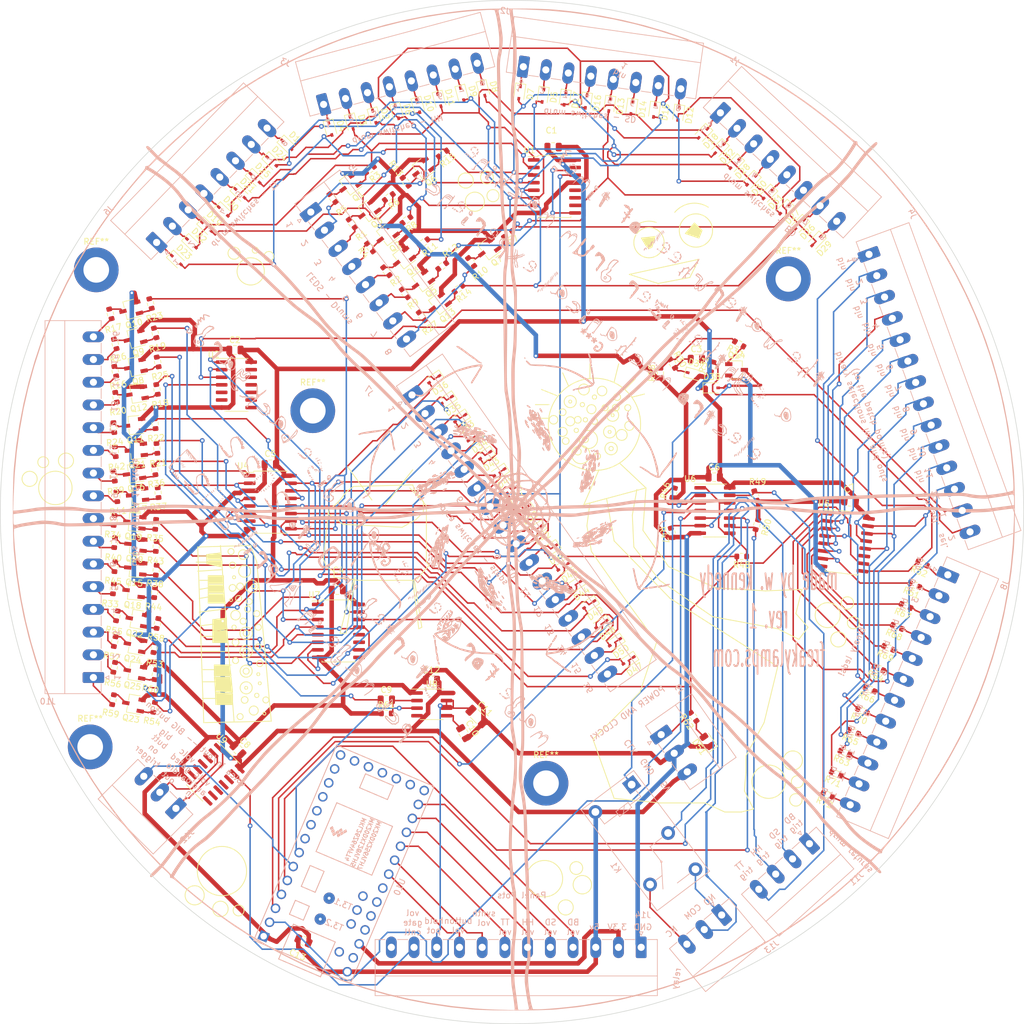
<source format=kicad_pcb>
(kicad_pcb (version 20241229) (generator "pcbnew") (generator_version "9.0")
  (layers (0 "F.Cu" signal) (2 "B.Cu" signal) (13 "F.Paste" user) (15 "B.Paste" user) (5 "F.SilkS" user "F.Silkscreen") (7 "B.SilkS" user "B.Silkscreen") (1 "F.Mask" user) (3 "B.Mask" user) (25 "Edge.Cuts" user))
  (net 0 "")
  (net 1 "GND")
  (net 2 "+5V")
  (net 3 "selected_trig2")
  (net 4 "sel_trig_inv")
  (net 5 "hold_pot")
  (net 6 "A_5")
  (net 7 "1_5")
  (net 8 "B_5")
  (net 9 "C_5")
  (net 10 "D_5")
  (net 11 "A_1")
  (net 12 "1_1")
  (net 13 "B_1")
  (net 14 "C_1")
  (net 15 "D_1")
  (net 16 "A_2")
  (net 17 "1_2")
  (net 18 "B_2")
  (net 19 "C_2")
  (net 20 "D_2")
  (net 21 "A_6")
  (net 22 "1_6")
  (net 23 "B_6")
  (net 24 "C_6")
  (net 25 "D_6")
  (net 26 "A_3")
  (net 27 "1_3")
  (net 28 "B_3")
  (net 29 "C_3")
  (net 30 "D_3")
  (net 31 "A_7")
  (net 32 "1_7")
  (net 33 "B_7")
  (net 34 "C_7")
  (net 35 "D_7")
  (net 36 "A_4")
  (net 37 "1_4")
  (net 38 "B_4")
  (net 39 "C_4")
  (net 40 "D_4")
  (net 41 "A_8")
  (net 42 "1_8")
  (net 43 "B_8")
  (net 44 "C_8")
  (net 45 "D_8")
  (net 46 "Volca_step_1")
  (net 47 "2_1")
  (net 48 "Volca_step_2")
  (net 49 "2_2")
  (net 50 "Volca_step_3")
  (net 51 "2_3")
  (net 52 "Volca_step_4")
  (net 53 "2_4")
  (net 54 "Volca_step_5")
  (net 55 "2_5")
  (net 56 "Volca_step_6")
  (net 57 "2_6")
  (net 58 "Volca_step_7")
  (net 59 "2_7")
  (net 60 "Volca_step_8")
  (net 61 "2_8")
  (net 62 "Volca_step_9")
  (net 63 "2_9")
  (net 64 "Volca_step_10")
  (net 65 "2_10")
  (net 66 "Volca_step_11")
  (net 67 "2_11")
  (net 68 "Volca_step_12")
  (net 69 "2_12")
  (net 70 "Volca_step_13")
  (net 71 "2_13")
  (net 72 "Volca_step_14")
  (net 73 "2_14")
  (net 74 "Volca_step_15")
  (net 75 "2_15")
  (net 76 "Volca_step_16")
  (net 77 "2_16")
  (net 78 "LED_BIN_1")
  (net 79 "LED_BIN_2")
  (net 80 "LED_BIN_3")
  (net 81 "LED_BIN_4")
  (net 82 "LED_BIN_5")
  (net 83 "LED_BIN_6")
  (net 84 "LED_BIN_7")
  (net 85 "LED_BIN_8")
  (net 86 "LED_BIN_9")
  (net 87 "LED_BIN_10")
  (net 88 "LED_BIN_11")
  (net 89 "LED_BIN_12")
  (net 90 "LED1_1")
  (net 91 "LED1_2")
  (net 92 "LED1_3")
  (net 93 "LED1_4")
  (net 94 "LED1_5")
  (net 95 "LED1_6")
  (net 96 "LED1_7")
  (net 97 "LED1_8")
  (net 98 "+3V3")
  (net 99 "BD_vol")
  (net 100 "SD_vol")
  (net 101 "HH_vol")
  (net 102 "TT_vol")
  (net 103 "synth_vol")
  (net 104 "big_button_sound_vol")
  (net 105 "LED2_1")
  (net 106 "LED2_2")
  (net 107 "LED2_3")
  (net 108 "LED2_4")
  (net 109 "LED2_5")
  (net 110 "LED2_6")
  (net 111 "LED2_7")
  (net 112 "LED2_8")
  (net 113 "LED2_9")
  (net 114 "LED2_10")
  (net 115 "LED2_11")
  (net 116 "LED2_12")
  (net 117 "LED2_13")
  (net 118 "LED2_14")
  (net 119 "LED2_15")
  (net 120 "LED2_16")
  (net 121 "volca_audio")
  (net 122 "volca_audio_gated")
  (net 123 "big_button_trig")
  (net 124 "BINARY_1")
  (net 125 "BINARY_2")
  (net 126 "BINARY_3")
  (net 127 "BINARY_4")
  (net 128 "BINARY_5")
  (net 129 "BINARY_6")
  (net 130 "BINARY_7")
  (net 131 "BINARY_8")
  (net 132 "BINARY_9")
  (net 133 "BINARY_10")
  (net 134 "BINARY_11")
  (net 135 "BINARY_12")
  (net 136 "selected_trig")
  (net 137 "volca_gate_control")
  (net 138 "BD_Trig_long")
  (net 139 "SD_trig_long")
  (net 140 "HH_Trig_long")
  (net 141 "TT_Trig_long")
  (net 142 "Net-(Q2-Pad3)")
  (net 143 "Net-(Q3-Pad3)")
  (net 144 "Net-(Q4-Pad3)")
  (net 145 "Net-(Q5-Pad3)")
  (net 146 "Net-(Q6-Pad3)")
  (net 147 "Net-(Q7-Pad3)")
  (net 148 "Net-(Q8-Pad3)")
  (net 149 "Net-(Q9-Pad3)")
  (net 150 "Net-(Q10-Pad3)")
  (net 151 "Net-(Q11-Pad3)")
  (net 152 "Net-(Q12-Pad3)")
  (net 153 "Net-(Q13-Pad3)")
  (net 154 "Net-(Q15-Pad3)")
  (net 155 "Net-(Q16-Pad3)")
  (net 156 "Net-(Q17-Pad3)")
  (net 157 "Net-(Q18-Pad3)")
  (net 158 "Net-(Q19-Pad3)")
  (net 159 "Net-(Q20-Pad3)")
  (net 160 "Net-(Q21-Pad3)")
  (net 161 "Net-(Q22-Pad3)")
  (net 162 "Net-(Q23-Pad3)")
  (net 163 "Net-(Q24-Pad3)")
  (net 164 "clock")
  (net 165 "BD_Trig_short")
  (net 166 "SD_trig_short")
  (net 167 "HH_Trig_short")
  (net 168 "TT_Trig_short")
  (net 169 "ambient_trigger_to_teensy")
  (net 170 "Net-(Q1-Pad1)")
  (net 171 "Net-(Q2-Pad1)")
  (net 172 "Net-(Q3-Pad1)")
  (net 173 "Net-(Q4-Pad1)")
  (net 174 "Net-(Q5-Pad1)")
  (net 175 "Net-(Q6-Pad1)")
  (net 176 "Net-(Q7-Pad1)")
  (net 177 "Net-(Q8-Pad1)")
  (net 178 "Net-(Q9-Pad1)")
  (net 179 "Net-(Q10-Pad1)")
  (net 180 "Net-(Q11-Pad1)")
  (net 181 "Net-(Q12-Pad1)")
  (net 182 "Net-(Q13-Pad1)")
  (net 183 "Net-(Q15-Pad1)")
  (net 184 "Net-(Q16-Pad1)")
  (net 185 "Net-(Q17-Pad1)")
  (net 186 "Net-(Q18-Pad1)")
  (net 187 "Net-(Q19-Pad1)")
  (net 188 "Net-(Q20-Pad1)")
  (net 189 "Net-(Q21-Pad1)")
  (net 190 "Net-(Q22-Pad1)")
  (net 191 "Net-(Q23-Pad1)")
  (net 192 "Net-(Q24-Pad1)")
  (net 193 "Net-(Q25-Pad3)")
  (net 194 "Net-(Q25-Pad1)")
  (net 195 "Net-(C3-Pad1)")
  (net 196 "Net-(C9-Pad2)")
  (net 197 "Net-(C10-Pad1)")
  (net 198 "Net-(U1-Pad15)")
  (net 201 "Net-(D38-Pad2)")
  (net 202 "Net-(D51-Pad2)")
  (net 204 "Net-(Q1-Pad3)")
  (net 205 "Net-(Q14-Pad1)")
  (net 208 "Net-(R48-Pad1)")
  (net 209 "Net-(U2-Pad1)")
  (net 210 "relay-NO")
  (net 211 "Net-(U4-Pad11)")
  (net 235 "relay-com")
  (net 236 "relay-NC")
  (net 237 "Net-(U2-Pad2)")
  (net 239 "Net-(R28-Pad2)")
  (footprint "Resistor_SMD:R_0603_1608Metric" (layer "F.Cu") (at 63.3896 78.9724 -79)
    (property "Reference" "R16")
    (property "Value" "1k")
  )
  (footprint "Package_TO_SOT_SMD:TSOT-23" (layer "F.Cu") (at 66.8821 92.1985 -175)
    (property "Reference" "Q21")
    (property "Value" "2N3904")
  )
  (footprint "Diode_SMD:D_SOD-323" (layer "F.Cu") (at 135.1291 32.7687 -98)
    (property "Reference" "D5")
    (property "Value" "1N4148")
  )
  (footprint "Diode_SMD:D_SOD-323" (layer "F.Cu") (at 170.0956 46.9553 -134)
    (property "Reference" "D30")
    (property "Value" "1N4148")
  )
  (footprint "Package_TO_SOT_SMD:TSOT-23" (layer "F.Cu") (at 66.7799 112.0135 175)
    (property "Reference" "Q15")
    (property "Value" "2N3904")
  )
  (footprint "Resistor_SMD:R_0603_1608Metric" (layer "F.Cu") (at 191.4481 128.8273 157)
    (property "Reference" "R64")
    (property "Value" "470")
  )
  (footprint "MountingHole:MountingHole_4.3mm_M4_DIN965_Pad" (layer "F.Cu") (at 176.276 63.5)
    (property "Reference" "REF**")
    (property "Value" "MountingHole_4.3mm_M4_DIN965_Pad")
  )
  (footprint "Diode_SMD:D_SOD-323" (layer "F.Cu") (at 127.8189 95.9446 -146)
    (property "Reference" "D40")
    (property "Value" "1N4148")
  )
  (footprint "Resistor_SMD:R_0603_1608Metric" (layer "F.Cu") (at 69.8984 135.3604 -100)
    (property "Reference" "R54")
    (property "Value" "100k")
  )
  (footprint "Diode_SMD:D_SOD-323" (layer "F.Cu") (at 86.8441 46.6013 -44)
    (property "Reference" "D25")
    (property "Value" "1N4148")
  )
  (footprint "Resistor_SMD:R_0603_1608Metric" (layer "F.Cu") (at 63.6623 120.0064 -100)
    (property "Reference" "R55")
    (property "Value" "1k")
  )
  (footprint "Resistor_SMD:R_0603_1608Metric" (layer "F.Cu") (at 103.0728 54.1827 -53)
    (property "Reference" "R1")
    (property "Value" "1k")
  )
  (footprint "Diode_SMD:D_SOD-323" (layer "F.Cu") (at 142.3836 33.7604 -98)
    (property "Reference" "D16")
    (property "Value" "1N4148")
  )
  (footprint "Diode_SMD:D_SOD-323" (layer "F.Cu") (at 131.2076 32.2364 -98)
    (property "Reference" "D7")
    (property "Value" "1N4148")
  )
  (footprint "Resistor_SMD:R_0603_1608Metric" (layer "F.Cu") (at 168.4636 110.0444 180)
    (property "Reference" "R48")
    (property "Value" "4.7k")
  )
  (footprint "Resistor_SMD:R_0603_1608Metric" (layer "F.Cu") (at 63.212 128.6371 -100)
    (property "Reference" "R56")
    (property "Value" "1k")
  )
  (footprint "Package_SO:SO-14_3.9x8.65mm_P1.27mm" (layer "F.Cu") (at 83.7096 81.2584)
    (property "Reference" "U2")
    (property "Value" "4069")
  )
  (footprint "Resistor_SMD:R_0603_1608Metric" (layer "F.Cu") (at 63.5187 83.3432 -81)
    (property "Reference" "R20")
    (property "Value" "1k")
  )
  (footprint "Diode_SMD:D_SOD-323" (layer "F.Cu") (at 129.9594 98.8735 -146)
    (property "Reference" "D41")
    (property "Value" "1N4148")
  )
  (footprint "Resistor_SMD:R_0603_1608Metric" (layer "F.Cu") (at 188.6961 135.9356 157)
    (property "Reference" "R70")
    (property "Value" "470")
  )
  (footprint "Diode_SMD:D_SOD-323" (layer "F.Cu") (at 116.8923 80.3132 -146)
    (property "Reference" "D36")
    (property "Value" "1N4148")
  )
  (footprint "Diode_SMD:D_SOD-323" (layer "F.Cu") (at 73.6361 60.3173 -44)
    (property "Reference" "D23")
    (property "Value" "1N4148")
  )
  (footprint "Resistor_SMD:R_0603_1608Metric" (layer "F.Cu") (at 69.3048 67.6305 -76)
    (property "Reference" "R23")
    (property "Value" "100k")
  )
  (footprint "Resistor_SMD:R_0603_1608Metric" (layer "F.Cu") (at 184.3036 146.4879 157)
    (property "Reference" "R71")
    (property "Value" "470")
  )
  (footprint "Resistor_SMD:R_0603_1608Metric" (layer "F.Cu") (at 70.1647 104.6605 -95)
    (property "Reference" "R35")
    (property "Value" "100k")
  )
  (footprint "Diode_SMD:D_SOD-323" (layer "F.Cu") (at 114.1896 34.5224 -75)
    (property "Reference" "D10")
    (property "Value" "1N4148")
  )
  (footprint "Package_TO_SOT_SMD:TSOT-23" (layer "F.Cu") (at 111.6245 60.0678 -142)
    (property "Reference" "Q4")
    (property "Value" "2N3904")
  )
  (footprint "Diode_SMD:D_SOD-323" (layer "F.Cu") (at 164.7356 41.6344 -134)
    (property "Reference" "D32")
    (property "Value" "1N4148")
  )
  (footprint "Diode_SMD:D_SOD-323" (layer "F.Cu") (at 81.5101 52.1893 -44)
    (property "Reference" "D20")
    (property "Value" "1N4148")
  )
  (footprint "Resistor_SMD:R_0603_1608Metric" (layer "F.Cu") (at 70.0109 95.5242 -82)
    (property "Reference" "R36")
    (property "Value" "100k")
  )
  (footprint "Resistor_SMD:R_0603_1608Metric" (layer "F.Cu") (at 63.0173 134.0698 -100)
    (property "Reference" "R59")
    (property "Value" "1k")
  )
  (footprint "Package_TO_SOT_SMD:TSOT-23" (layer "F.Cu") (at 66.4487 134.8287 170)
    (property "Reference" "Q23")
    (property "Value" "2N3904")
  )
  (footprint "Resistor_SMD:R_0603_1608Metric" (layer "F.Cu") (at 115.107 57.377 -142)
    (property "Reference" "R11")
    (property "Value" "100k")
  )
  (footprint "Diode_SMD:D_SOD-323" (layer "F.Cu") (at 125.4538 93.0542 -146)
    (property "Reference" "D43")
    (property "Value" "1N4148")
  )
  (footprint "Diode_SMD:D_SOD-323" (layer "F.Cu") (at 103.026 37.316 -75)
    (property "Reference" "D3")
    (property "Value" "1N4148")
  )
  (footprint "Resistor_SMD:R_0603_1608Metric" (layer "F.Cu") (at 129.2623 55.9883 -143)
    (property "Reference" "R7")
    (property "Value" "100k")
  )
  (footprint "Resistor_SMD:R_0603_1608Metric" (layer "F.Cu") (at 63.3286 111.7612 -95)
    (property "Reference" "R45")
    (property "Value" "1k")
  )
  (footprint "Package_TO_SOT_SMD:TSOT-23" (layer "F.Cu") (at 114.7946 63.8908 -143)
    (property "Reference" "Q5")
    (property "Value" "2N3904")
  )
  (footprint "Capacitor_SMD:C_0805_2012Metric" (layer "F.Cu") (at 186.6526 100.8674 -7)
    (property "Reference" "C7")
    (property "Value" "100nf")
  )
  (footprint "Resistor_SMD:R_0603_1608Metric" (layer "F.Cu") (at 170.7896 99.8494 105)
    (property "Reference" "R49")
    (property "Value" "10k")
  )
  (footprint "MountingHole:MountingHole_4.3mm_M4_DIN965_Pad" (layer "F.Cu") (at 59.182 141.986)
    (property "Reference" "REF**")
    (property "Value" "MountingHole_4.3mm_M4_DIN965_Pad")
  )
  (footprint "Diode_SMD:D_SOD-323" (layer "F.Cu") (at 119.0156 83.7984 -146)
    (property "Reference" "D35")
    (property "Value" "1N4148")
  )
  (footprint "Resistor_SMD:R_0603_1608Metric" (layer "F.Cu") (at 197.481 114.8311 157)
    (property "Reference" "R51")
    (property "Value" "470")
  )
  (footprint "Capacitor_SMD:C_0805_2012Metric" (layer "F.Cu") (at 94.9585 174.5178 157)
    (property "Reference" "C13")
    (property "Value" "0.1u")
  )
  (footprint "Diode_SMD:D_SOD-323" (layer "F.Cu") (at 150.0036 34.7764 -98)
    (property "Reference" "D14")
    (property "Value" "1N4148")
  )
  (footprint "Resistor_SMD:R_0603_1608Metric" (layer "F.Cu") (at 154.8296 79.2894 90)
    (property "Reference" "R28")
    (property "Value" "22k")
  )
  (footprint "Resistor_SMD:R_0603_1608Metric" (layer "F.Cu") (at 70.4645 121.2873 -100)
    (property "Reference" "R58")
    (property "Value" "100k")
  )
  (footprint "Diode_SMD:D_SOD-323" (layer "F.Cu") (at 144.9236 121.3904 -146)
    (property "Reference" "D48")
    (property "Value" "1N4148")
  )
  (footprint "Resistor_SMD:R_0603_1608Metric" (layer "F.Cu") (at 70.2544 108.3675 -95)
    (property "Reference" "R43")
    (property "Value" "100k")
  )
  (footprint "Package_SO:SO-14_3.9x8.65mm_P1.27mm" (layer "F.Cu") (at 163.9736 102.3404)
    (property "Reference" "U6")
    (property "Value" "4081")
  )
  (footprint "Capacitor_SMD:C_0805_2012Metric" (layer "F.Cu") (at 83.4556 75.4164)
    (property "Reference" "C2")
    (property "Value" "100nf")
  )
  (footprint "Diode_SMD:D_SOD-323" (layer "F.Cu") (at 149.4956 127.4864 -146)
    (property "Reference" "D47")
    (property "Value" "1N4148")
  )
  (footprint "Resistor_SMD:R_0603_1608Metric" (layer "F.Cu") (at 160.3831 136.9462 125)
    (property "Reference" "R62")
    (property "Value" "1k")
  )
  (footprint "Capacitor_SMD:C_0805_2012Metric" (layer "F.Cu") (at 83.9636 142.4724 -45)
    (property "Reference" "C8")
    (property "Value" "100nf")
  )
  (footprint "Diode_SMD:D_SOD-323" (layer "F.Cu") (at 99.4576 38.3324 -75)
    (property "Reference" "D4")
    (property "Value" "1N4148")
  )
  (footprint "Package_TO_SOT_SMD:TSOT-23" (layer "F.Cu") (at 117.6207 67.7218 -142)
    (property "Reference" "Q13")
    (property "Value" "2N3904")
  )
  (footprint "Resistor_SMD:R_0603_1608Metric" (layer "F.Cu") (at 118.3123 42.48 -143)
    (property "Reference" "R15")
    (property "Value" "100k")
  )
  (footprint "Resistor_SMD:R_0603_1608Metric" (layer "F.Cu") (at 156.8616 77.7024 -60)
    (property "Reference" "R30")
    (property "Value" "22k")
  )
  (footprint "Package_TO_SOT_SMD:TSOT-23" (layer "F.Cu") (at 66.9631 82.723 -171)
    (property "Reference" "Q12")
    (property "Value" "2N3904")
  )
  (footprint "Package_TO_SOT_SMD:TSOT-23" (layer "F.Cu") (at 125.9172 58.5286 -143)
    (property "Reference" "Q7")
    (property "Value" "2N3904")
  )
  (footprint "Diode_SMD:D_SOD-323" (layer "F.Cu") (at 136.4722 108.7451 -146)
    (property "Reference" "D46")
    (property "Value" "1N4148")
  )
  (footprint "MountingHole:MountingHole_4.3mm_M4_DIN965_Pad" (layer "F.Cu") (at 96.52 85.598)
    (property "Reference" "REF**")
    (property "Value" "MountingHole_4.3mm_M4_DIN965_Pad")
  )
  (footprint "Resistor_SMD:R_0603_1608Metric" (layer "F.Cu") (at 196.0169 118.3485 157)
    (property "Reference" "R67")
    (property "Value" "470")
  )
  (footprint "Package_TO_SOT_SMD:TSOT-23" (layer "F.Cu") (at 102.651 47.6738 -143)
    (property "Reference" "Q1")
    (property "Value" "2N3904")
  )
  (footprint "Package_TO_SOT_SMD:TSOT-23" (layer "F.Cu") (at 114.8755 45.0892 -143)
    (property "Reference" "Q6")
    (property "Value" "2N3904")
  )
  (footprint "Diode_SMD:D_SOD-323" (layer "F.Cu") (at 76.1761 57.5233 -44)
    (property "Reference" "D22")
    (property "Value" "1N4148")
  )
  (footprint "Resistor_SMD:R_0603_1608Metric" (layer "F.Cu") (at 70.3714 91.9186 -85)
    (property "Reference" "R21")
    (property "Value" "100k")
  )
  (footprint "Diode_SMD:D_SOD-323" (layer "F.Cu") (at 123.4993 90.0416 -146)
    (property "Reference" "D34")
    (property "Value" "1N4148")
  )
  (footprint "Capacitor_SMD:C_0805_2012Metric" (layer "F.Cu") (at 100.6331 115.6754)
    (property "Reference" "C4")
    (property "Value" "100nf")
  )
  (footprint "Resistor_SMD:R_0603_1608Metric" (layer "F.Cu") (at 157.0336 99.3764 75)
    (property "Reference" "R46")
    (property "Value" "10k")
  )
  (footprint "Resistor_SMD:R_0603_1608Metric" (layer "F.Cu") (at 108.8556 62.2084 -52)
    (property "Reference" "R2")
    (property "Value" "1k")
  )
  (footprint "Resistor_SMD:R_0603_1608Metric" (layer "F.Cu") (at 63.2955 124.3215 -100)
    (property "Reference" "R57")
    (property "Value" "1k")
  )
  (footprint "Diode_SMD:D_SOD-323" (layer "F.Cu") (at 117.7456 33.5064 -75)
    (property "Reference" "D11")
    (property "Value" "1N4148")
  )
  (footprint "Resistor_SMD:R_0603_1608Metric" (layer "F.Cu") (at 70.0742 87.7761 -85)
    (property "Reference" "R22")
    (property "Value" "100k")
  )
  (footprint "Resistor_SMD:R_0603_1608Metric" (layer "F.Cu") (at 106.0949 45.1402 -143)
    (property "Reference" "R3")
    (property "Value" "100k")
  )
  (footprint "Resistor_SMD:R_0603_1608Metric" (layer "F.Cu") (at 63.0694 115.4866 -95)
    (property "Reference" "R33")
    (property "Value" "1k")
  )
  (footprint "Capacitor_SMD:C_0805_2012Metric" (layer "F.Cu") (at 89.3911 94.5934)
    (property "Reference" "C5")
    (property "Value" "100nf")
  )
  (footprint "Resistor_SMD:R_0603_1608Metric" (layer "F.Cu") (at 171.0036 104.7174 -105)
    (property "Reference" "R50")
    (property "Value" "10k")
  )
  (footprint "Package_SO:SO-16_5.3x10.2mm_P1.27mm" (layer "F.Cu") (at 100.8211 122.5334)
    (property "Reference" "U7")
    (property "Value" "4017")
  )
  (footprint "Capacitor_SMD:C_0805_2012Metric" (layer "F.Cu") (at 136.8246 41.3844 180)
    (property "Reference" "C1")
    (property "Value" "100nf")
  )
  (footprint "Resistor_SMD:R_0603_1608Metric" (layer "F.Cu") (at 182.8976 150.0295 157)
    (property "Reference" "R72")
    (property "Value" "470")
  )
  (footprint "Diode_SMD:D_SOD-323" (layer "F.Cu") (at 175.6576 51.7944 -134)
    (property "Reference" "D27")
    (property "Value" "1N4148")
  )
  (footprint "Diode_SMD:D_SOD-323" (layer "F.Cu") (at 163.4656 81.7664)
    (property "Reference" "D38")
    (property "Value" "1N4148")
  )
  (footprint "Resistor_SMD:R_0603_1608Metric" (layer "F.Cu") (at 63.1929 96.5809 -82)
    (property "Reference" "R39")
    (property "Value" "1k")
  )
  (footprint "Resistor_SMD:R_0603_1608Metric" (layer "F.Cu") (at 156.7796 106.0874 105)
    (property "Reference" "R47")
    (property "Value" "10k")
  )
  (footprint "Resistor_SMD:R_0603_1608Metric" (layer "F.Cu") (at 63.1542 88.4303 -85)
    (property "Reference" "R24")
    (property "Value" "1k")
  )
  (footprint "Package_SO:SO-16_5.3x10.2mm_P1.27mm" (layer "F.Cu") (at 89.3911 100.9434)
    (property "Reference" "U4")
    (property "Value" "4017")
  )
  (footprint "Package_SO:SO-16_5.3x10.2mm_P1.27mm" (layer "F.Cu") (at 185.8176 107.6744 -7)
    (property "Reference" "U5")
    (property "Value" "4040")
  )
  (footprint "Resistor_SMD:R_0603_1608Metric" (layer "F.Cu") (at 194.5527 121.8659 157)
    (property "Reference" "R68")
    (property "Value" "470")
  )
  (footprint "Capacitor_SMD:C_0805_2012Metric" (layer "F.Cu") (at 116.4096 130.7884)
    (property "Reference" "C12")
    (property "Value" "2.2u")
  )
  (footprint "Package_TO_SOT_SMD:TSOT-23" (layer "F.Cu") (at 66.7117 124.8738 170)
    (property "Reference" "Q24")
    (property "Value" "2N3904")
  )
  (footprint "Resistor_SMD:R_0603_1608Metric" (layer "F.Cu") (at 193.0886 125.3834 157)
    (property "Reference" "R69")
    (property "Value" "470")
  )
  (footprint "Resistor_SMD:R_0603_1608Metric" (layer "F.Cu") (at 198.769 111.2402 157)
    (property "Reference" "R52")
    (property "Value" "470")
  )
  (footprint "Resistor_SMD:R_0603_1608Metric" (layer "F.Cu") (at 63.3896 74.4004 -75)
    (property "Reference" "R26")
    (property "Value" "1k")
  )
  (footprint "Diode_SMD:D_SOD-323" (layer "F.Cu") (at 92.1781 41.0133 -44)
    (property "Reference" "D1")
    (property "Value" "1N4148")
  )
  (footprint "Resistor_SMD:R_0603_1608Metric" (layer "F.Cu") (at 70.5735 99.3466 -85)
    (property "Reference" "R37")
    (property "Value" "100k")
  )
  (footprint "Diode_SMD:D_SOD-323" (layer "F.Cu") (at 167.3016 44.1613 -134)
    (property "Reference" "D28")
    (property "Value" "1N4148")
  )
  (footprint "Resistor_SMD:R_0603_1608Metric" (layer "F.Cu") (at 163.5066 78.2454 75)
    (property "Reference" "R31")
    (property "Value" "22k")
  )
  (footprint "Diode_SMD:D_SOD-323" (layer "F.Cu") (at 157.8776 35.7924 -98)
    (property "Reference" "D12")
    (property "Value" "1N4148")
  )
  (footprint "Capacitor_SMD:C_1206_3216Metric" (layer "F.Cu") (at 124.0956 136.8844 -45)
    (property "Reference" "C11")
    (property "Value" "100u")
  )
  (footprint "Resistor_SMD:R_0603_1608Metric" (layer "F.Cu") (at 185.7678 142.9705 157)
    (property "Reference" "R63")
    (property "Value" "470")
  )
  (footprint "Diode_SMD:D_SOD-323" (layer "F.Cu") (at 160.4176 79.4804 -15)
    (property "Reference" "D37")
    (property "Value" "1N4148")
  )
  (footprint "Resistor_SMD:R_0603_1608Metric" (layer "F.Cu") (at 189.9839 132.3448 157)
    (property "Reference" "R66")
    (property "Value" "470")
  )
  (footprint "Resistor_SMD:R_0603_1608Metric" (layer "F.Cu") (at 168.0376 74.4004 150)
    (property "Reference" "R32")
    (property "Value" "1k")
  )
  (footprint "Package_SO:SO-16_5.3x10.2mm_P1.27mm" (layer "F.Cu") (at 137.0496 47.9844)
    (property "Reference" "U1")
    (property "Value" "4017")
  )
  (footprint "Diode_SMD:D_SOD-323" (layer "F.Cu") (at 138.8276 33.2524 -98)
    (property "Reference" "D17")
    (property "Value" "1N4148")
  )
  (footprint "Package_TO_SOT_SMD:TSOT-23" (layer "F.Cu") (at 67.0309 120.605 170)
    (property "Reference" "Q22")
    (property "Value" "2N3904")
  )
  (footprint "Resistor_SMD:R_0603_1608Metric" (layer "F.Cu") (at 69.9375 125.342 80)
    (property "Reference" "R53")
    (property "Value" "100k")
  )
  (footprint "Resistor_SMD:R_0603_1608Metric" (layer "F.Cu") (at 63.6572 100.025 -85)
    (property "Reference" "R41")
    (property "Value" "1k")
  )
  (footprint "Package_TO_SOT_SMD:TSOT-23" (layer "F.Cu") (at 66.6317 104.3005 175)
    (property "Reference" "Q19")
    (property "Value" "2N3904")
  )
  (footprint "Diode_SMD:D_SOD-323" (layer "F.Cu") (at 178.1976 54.3344 -134)
    (property "Reference" "D26")
    (property "Value" "1N4148")
  )
  (footprint "Resistor_SMD:R_0603_1608Metric" (layer "F.Cu") (at 69.9903 116.1189 -95)
    (property "Reference" "R44")
    (property "Value" "100k")
  )
  (footprint "Resistor_SMD:R_0603_1608Metric" (layer "F.Cu") (at 70.1016 129.8774 -100)
    (property "Reference" "R60")
    (property "Value" "100k")
  )
  (footprint "Package_TO_SOT_SMD:TSOT-23" (layer "F.Cu") (at 66.8292 108.0416 175)
    (property "Reference" "Q20")
    (property "Value" "2N3904")
  )
  (footprint "Resistor_SMD:R_0603_1608Metric" (layer "F.Cu") (at 114.8306 69.7528 -52)
    (property "Reference" "R27")
    (property "Value" "1k")
  )
  (footprint "Capacitor_SMD:C_0805_2012Metric" (layer "F.Cu") (at 108.8556 134.0904)
    (property "Reference" "C9")
    (property "Value" "4.7u")
  )
  (footprint "Diode_SMD:D_SOD-323" (layer "F.Cu") (at 140.6056 114.7864 -146)
    (property "Reference" "D44")
    (property "Value" "1N4148")
  )
  (footprint "Package_TO_SOT_SMD:TSOT-23" (layer "F.Cu") (at 66.7669 78.2147 -169)
    (property "Reference" "Q8")
    (property "Value" "2N3904")
  )
  (footprint "Diode_SMD:D_SOD-323" (layer "F.Cu") (at 106.836 36.3 -75)
    (property "Reference" "D2")
    (property "Value" "1N4148")
  )
  (footprint "Package_SO:SO-14_3.9x8.65mm_P1.27mm" (layer "F.Cu") (at 79.8183 146.5888 -45)
    (property "Reference" "U9")
    (property "Value" "4066")
  )
  (footprint "Package_TO_SOT_SMD:TSOT-23" (layer "F.Cu") (at 167.6 78.74)
    (property "Reference" "Q14")
    (property "Value" "2N3904")
  )
  (footprint "Diode_SMD:D_SOD-323" (layer "F.Cu") (at 121.2514 86.8464 -146)
    (property "Reference" "D33")
    (property "Value" "1N4148")
  )
  (footprint "Diode_SMD:D_SOD-323" (layer "F.Cu") (at 172.8636 49.2544 -134)
    (property "Reference" "D31")
    (property "Value" "1N4148")
  )
  (footprint "Capacitor_SMD:C_0805_2012Metric" (layer "F.Cu") (at 163.8536 96.7604)
    (property "Reference" "C6")
    (property "Value" "100nf")
  )
  (footprint "Diode_SMD:D_SOD-323" (layer "F.Cu") (at 134.0633 105.4681 -146)
    (property "Reference" "D42")
    (property "Value" "1N4148")
  )
  (footprint "Resistor_SMD:R_0603_1608Metric" (layer "F.Cu") (at 108.8556 136.3764)
    (property "Reference" "R61")
    (property "Value" "10k")
  )
  (footprint "Package_TO_SOT_SMD:TSOT-23" (layer "F.Cu") (at 66.6543 73.4493 -165)
    (property "Reference" "Q9")
    (property "Value" "2N3904")
  )
  (footprint "Resistor_SMD:R_0603_1608Metric" (layer "F.Cu") (at 111.9753 65.8989 -53)
    (property "Reference" "R9")
    (property "Value" "1k")
  )
  (footprint "Package_TO_SOT_SMD:TSOT-23" (layer "F.Cu") (at 65.9459 68.622 -166)
    (property "Reference" "Q10")
    (property "Value" "2N3904")
  )
  (footprint "Resistor_SMD:R_0603_1608Metric" (layer "F.Cu") (at 112.229 53.6208 -143)
    (property "Reference" "R8")
    (property "Value" "100k")
  )
  (footprint "Diode_SMD:D_SOD-323" (layer "F.Cu") (at 131.9696 102.0522 -146)
    (property "Reference" "D39")
    (property "Value" "1N4148")
  )
  (footprint "Diode_SMD:D_SOD-323" (layer "F.Cu") (at 121.5556 32.4904 -75)
    (property "Reference" "D9")
    (property "Value" "1N4148")
  )
  (footprint "Capacitor_SMD:C_0805_2012Metric" (layer "F.Cu") (at 160.8596 76.9404)
    (property "Reference" "C3")
    (property "Value" "4.7u")
  )
  (footprint "Diode_SMD:D_SOD-323" (layer "F.Cu") (at 125.1116 31.7284 -75)
    (property "Reference" "D8")
    (property "Value" "1N4148")
  )
  (footprint "Resistor_SMD:R_0603_1608Metric" (layer "F.Cu") (at 187.2319 139.453 157)
    (property "Reference" "R65")
    (property "Value" "470")
  )
  (footprint "Package_TO_SOT_SMD:TSOT-23" (layer "F.Cu") (at 66.5594 96.1091 -172)
    (property "Reference" "Q16")
    (property "Value" "2N3904")
  )
  (footprint "Diode_SMD:D_0805_2012Metric" (layer "F.Cu") (at 162.6623 141.0596 125)
    (property "Reference" "D51")
    (property "Value" "LED")
  )
  (footprint "Diode_SMD:D_SOD-323" (layer "F.Cu") (at 161.9676 39.0813 -134)
    (property "Reference" "D18")
    (property "Value" "1N4148")
  )
  (footprint "Resistor_SMD:R_0603_1608Metric" (layer "F.Cu") (at 62.5732 69.3589 -76)
    (property "Reference" "R17")
    (property "Value" "1k")
  )
  (footprint "Diode_SMD:D_SOD-323" (layer "F.Cu") (at 78.7161 54.7293 -44)
    (property "Reference" "D19")
    (property "Value" "1N4148")
  )
  (footprint "Resistor_SMD:R_0603_1608Metric" (layer "F.Cu") (at 123.0746 60.6544 -53)
    (property "Reference" "R10")
    (property "Value" "1k")
  )
  (footprint "Resistor_SMD:R_0603_1608Metric" (layer "F.Cu") (at 106.1404 58.2109 127)
    (property "Reference" "R4")
    (property "Value" "1k")
  )
  (footprint "Resistor_SMD:R_0603_1608Metric" (layer "F.Cu") (at 70.3955 82.028 -81)
    (property "Reference" "R18")
    (property "Value" "100k")
  )
  (footprint "Resistor_SMD:R_0603_1608Metric" (layer "F.Cu") (at 120.9643 65.138 -142)
    (property "Reference" "R14")
    (property "Value" "100k")
  )
  (footprint "Capacitor_SMD:C_0805_2012Metric" (layer "F.Cu") (at 121.8096 139.6784 -60)
    (property "Reference" "C10")
    (property "Value" "0.1u")
  )
  (footprint "Resistor_SMD:R_0603_1608Metric" (layer "F.Cu") (at 112.0997 47.1959 127)
    (property "Reference" "R13")
    (property "Value" "1k")
  )
  (footprint "MountingHole:MountingHole_4.3mm_M4_DIN965_Pad" (layer "F.Cu") (at 135.636 148.082)
    (property "Reference" "REF**")
    (property "Value" "MountingHole_4.3mm_M4_DIN965_Pad")
  )
  (footprint "Diode_SMD:D_SOD-323" (layer "F.Cu") (at 138.5736 111.7384 -146)
    (property "Reference" "D45")
    (property "Value" "1N4148")
  )
  (footprint "Package_TO_SOT_SMD:TSOT-23" (layer "F.Cu") (at 66.6916 129.3514 170)
    (property "Reference" "Q25")
    (property "Value" "2N3904")
  )
  (footprint "Resistor_SMD:R_0603_1608Metric" (layer "F.Cu") (at 63.283 107.731 -95)
    (property "Reference" "R40")
    (property "Value" "1k")
  )
  (footprint "Resistor_SMD:R_0603_1608Metric" (layer "F.Cu") (at 70.5053 77.4262 -79)
    (property "Reference" "R25")
    (property "Value" "100k")
  )
  (footprint "Package_SO:SOIC-8_3.9x4.9mm_P1.27mm" (layer "F.Cu") (at 116.4756 134.8524)
    (property "Reference" "U8")
    (property "Value" "555(NEW_layout)")
  )
  (footprint "Resistor_SMD:R_0603_1608Metric" (layer "F.Cu") (at 70.2547 112.3432 -95)
    (property "Reference" "R38")
    (property "Value" "100k")
  )
  (footprint "Resistor_SMD:R_0603_1608Metric" (layer "F.Cu") (at 118.2339 61.3271 -143)
    (property "Reference" "R12")
    (property "Value" "100k")
  )
  (footprint "Resistor_SMD:R_0603_1608Metric" (layer "F.Cu") (at 109.2706 49.7806 -143)
    (property "Reference" "R6")
    (property "Value" "100k")
  )
  (footprint "Package_TO_SOT_SMD:TSOT-23" (layer "F.Cu") (at 105.7836 52.1308 -143)
    (property "Reference" "Q3")
    (property "Value" "2N3904")
  )
  (footprint "Resistor_SMD:R_0603_1608Metric" (layer "F.Cu") (at 70.09 72.5548 -75)
    (property "Reference" "R19")
    (property "Value" "100k")
  )
  (footprint "Package_TO_SOT_SMD:TSOT-23" (layer "F.Cu") (at 66.5064 115.788 175)
    (property "Reference" "Q18")
    (property "Value" "2N3904")
  )
  (footprint "Package_TO_SOT_SMD:TSOT-23" (layer "F.Cu") (at 108.8838 56.1597 -143)
    (property "Reference" "Q2")
    (property "Value" "2N3904")
  )
  (footprint "Resistor_SMD:R_0603_1608Metric" (layer "F.Cu") (at 63.3927 92.4783 -85)
    (property "Reference" "R42")
    (property "Value" "1k")
  )
  (footprint "Diode_SMD:D_SOD-323" (layer "F.Cu") (at 146.3051 34.2927 -98)
    (property "Reference" "D13")
    (property "Value" "1N4148")
  )
  (footprint "Diode_SMD:D_SOD-323" (layer "F.Cu") (at 180.9916 57.1284 -134)
    (property "Reference" "D29")
    (property "Value" "1N4148")
  )
  (footprint "Diode_SMD:D_SOD-323" (layer "F.Cu") (at 110.6336 35.5384 -75)
    (property "Reference" "D6")
    (property "Value" "1N4148")
  )
  (footprint "Diode_SMD:D_SOD-323" (layer "F.Cu") (at 153.8136 35.2844 -98)
    (property "Reference" "D15")
    (property "Value" "1N4148")
  )
  (footprint "Package_TO_SOT_SMD:TSOT-23" (layer "F.Cu") (at 66.5821 88.0313 -175)
    (property "Reference" "Q11")
    (property "Value" "2N3904")
  )
  (footprint "Diode_SMD:D_SOD-323" (layer "F.Cu") (at 84.3041 49.1413 -44)
    (property "Reference" "D21")
    (property "Value" "1N4148")
  )
  (footprint "Diode_SMD:D_SOD-323" (layer "F.Cu") (at 142.8916 118.0884 -146)
    (property "Reference" "D49")
    (property "Value" "1N4148")
  )
  (footprint "Package_TO_SOT_SMD:TSOT-23" (layer "F.Cu") (at 67.0915 99.7005 -175)
    (property "Reference" "Q17")
    (property "Value" "2N3904")
  )
  (footprint "Resistor_SMD:R_0603_1608Metric" (layer "F.Cu") (at 99.8381 49.9215 -53)
    (property "Reference" "R5")
    (property "Value" "1k")
  )
  (footprint "MountingHole:MountingHole_4.3mm_M4_DIN965_Pad" (layer "F.Cu") (at 60.198 61.976)
    (property "Reference" "REF**")
    (property "Value" "MountingHole_4.3mm_M4_DIN965_Pad")
  )
  (footprint "Diode_SMD:D_SOD-323" (layer "F.Cu") (at 147.2096 124.4384 -146)
    (property "Reference" "D50")
    (property "Value" "1N4148")
  )
  (footprint "Resistor_SMD:R_0603_1608Metric" (layer "F.Cu") (at 63.1947 103.9991 -95)
    (property "Reference" "R34")
    (property "Value" "1k")
  )
  (footprint "Diode_SMD:D_SOD-323" (layer "F.Cu") (at 89.6381 43.8073 -44)
    (property "Reference" "D24")
    (property "Value" "1N4148")
  )
  (footprint "william_custom:waterwheel_silkscreen" (layer "B.Cu") (at 130.302 102.108 180)
    (property "Reference" "G***")
    (property "Value" "LOGO" (hide yes))
  )
  (footprint "Connector_Phoenix_MC:PhoenixContact_MC_1,5_16-G-3.81_1x16_P3.81mm_Horizontal" (layer "B.Cu") (at 113.1597 82.9579 -55)
    (property "Reference" "J7")
    (property "Value" "Volca_steps")
  )
  (footprint "Connector_Phoenix_MC:PhoenixContact_MC_1,5_8-G-3.81_1x08_P3.81mm_Horizontal" (layer "B.Cu") (at 98.3314 34.2239 15)
    (property "Reference" "J3")
    (property "Value" "Drum_sw_HH")
  )
  (footprint "Connector_Phoenix_MC:PhoenixContact_MC_1,5_16-G-3.81_1x16_P3.81mm_Horizontal" (layer "B.Cu") (at 59.7181 130.3524 90)
    (property "Reference" "J10")
    (property "Value" "LEDS_volca")
  )
  (footprint "Connector_Phoenix_MC:PhoenixContact_MC_1,5_8-G-3.81_1x08_P3.81mm_Horizontal" (layer "B.Cu") (at 96.186 52.2788 -53)
    (property "Reference" "J5")
    (property "Value" "LED_drums")
  )
  (footprint "Connector_Phoenix_MC:PhoenixContact_MC_1,5_14-G-3.81_1x14_P3.81mm_Horizontal" (layer "B.Cu") (at 189.815742 59.375024 -70)
    (property "Reference" "J4")
    (property "Value" "12x binary outs, 2x ins")
  )
  (footprint "Connector_Phoenix_MC:PhoenixContact_MC_1,5_8-G-3.81_1x08_P3.81mm_Horizontal" (layer "B.Cu") (at 70.3237 57.3802 46)
    (property "Reference" "J6")
    (property "Value" "Drum_sw_TT")
  )
  (footprint "teensy:Teensy30_31_32_LC" (layer "B.Cu") (at 101.7436 161.5224 67)
    (property "Reference" "U10")
    (property "Value" "Teensy3.2")
  )
  (footprint "Relay_THT:Relay_SPDT_Omron-G5Q-1" (layer "B.Cu") (at 150.0036 148.3144 -53)
    (property "Reference" "K1")
    (property "Value" "G5Q-1")
  )
  (footprint "Connector_Phoenix_MC:PhoenixContact_MC_1,5_3-G-3.81_1x03_P3.81mm_Horizontal" (layer "B.Cu") (at 165.1 170.18 -140)
    (property "Reference" "J13")
    (property "Value" "RELAY out")
  )
  (footprint "Connector_Phoenix_MC:PhoenixContact_MC_1,5_3-G-3.81_1x03_P3.81mm_Horizontal" (layer "B.Cu") (at 154.9557 139.9292 -55)
    (property "Reference" "J9")
    (property "Value" "power and clock")
  )
  (footprint "Connector_Phoenix_MC:PhoenixContact_MC_1,5_4-G-3.81_1x04_P3.81mm_Horizontal" (layer "B.Cu") (at 179.8215 158.2254 -138)
    (property "Reference" "J11")
    (property "Value" "Drum_Returns")
  )
  (footprint "Connector_Phoenix_MC:PhoenixContact_MC_1,5_3-G-3.81_1x03_P3.81mm_Horizontal" (layer "B.Cu") (at 73.560077 152.300077 135)
    (property "Reference" "J12")
    (property "Value" "volc audio in/out. button trig")
  )
  (footprint "william_custom:waterwheel_text" (layer "B.Cu") (at 143.100723 73.883655 140)
    (property "Reference" "G***")
    (property "Value" "LOGO" (hide yes))
  )
  (footprint "Connector_Phoenix_MC:PhoenixContact_MC_1,5_12-G-3.81_1x12_P3.81mm_Horizontal" (layer "B.Cu") (at 151.5996 175.6079 180)
    (property "Reference" "J14")
    (property "Value" "panel pots")
  )
  (footprint "Connector_Phoenix_MC:PhoenixContact_MC_1,5_8-G-3.81_1x08_P3.81mm_Horizontal" (layer "B.Cu") (at 131.8325 27.9003 -8)
    (property "Reference" "J2")
    (property "Value" "Drum_SW_SD")
  )
  (footprint "william_custom:waterwheel_dates_text" (layer "B.Cu") (at 107.664861 109.666166 130)
    (property "Reference" "G***")
    (property "Value" "LOGO" (hide yes))
  )
  (footprint "Connector_Phoenix_MC:PhoenixContact_MC_1,5_12-G-3.81_1x12_P3.81mm_Horizontal" (layer "B.Cu") (at 203.0326 113.1233 -113)
    (property "Reference" "J8")
    (property "Value" "LED_binary")
  )
  (footprint "Connector_Phoenix_MC:PhoenixContact_MC_1,5_8-G-3.81_1x08_P3.81mm_Horizontal" (layer "B.Cu") (at 164.8872 35.6332 -43)
    (property "Reference" "J1")
    (property "Value" "Drum_SW_BD")
  )
  (gr_circle (center 53.34 98.552) (end 50.546 98.298) (stroke (width 0.15)) (fill no) (layer "F.SilkS"))
  (gr_poly (pts (xy 81.026 110.49) (xy 78.74 110.49) (xy 78.74 109.728) (xy 81.026 109.474)) (stroke (width 0.15)) (fill yes) (layer "F.SilkS"))
  (gr_circle (center 138.43 85.852) (end 137.922 86.106) (stroke (width 0.15)) (fill no) (layer "F.SilkS"))
  (gr_line (start 101.854 99.568) (end 102.616 98.806) (stroke (width 0.15)) (layer "F.SilkS"))
  (gr_circle (center 142.24 87.122) (end 142.494 87.376) (stroke (width 0.15)) (fill no) (layer "F.SilkS"))
  (gr_poly (pts (xy 82.296 124.46) (xy 79.756 124.46) (xy 79.756 122.682) (xy 82.042 122.428)) (stroke (width 0.15)) (fill yes) (layer "F.SilkS"))
  (gr_line (start 152.4 98.552) (end 151.892 105.664) (stroke (width 0.15)) (layer "F.SilkS"))
  (gr_circle (center 139.7 84.074) (end 139.446 84.074) (stroke (width 0.15)) (fill no) (layer "F.SilkS"))
  (gr_line (start 80.264 134.874) (end 83.058 134.874) (stroke (width 0.15)) (layer "F.SilkS"))
  (gr_line (start 100.076 112.522) (end 99.568 112.268) (stroke (width 0.15)) (layer "F.SilkS"))
  (gr_circle (center 83.566 127.508) (end 83.058 127.508) (stroke (width 0.15)) (fill no) (layer "F.SilkS"))
  (gr_line (start 113.538 113.919) (end 114.808 121.92) (stroke (width 0.15)) (layer "F.SilkS"))
  (gr_line (start 178.054 123.952) (end 174.498 122.174) (stroke (width 0.15)) (layer "F.SilkS"))
  (gr_poly (pts (xy 82.804 130.048) (xy 80.01 130.048) (xy 80.01 128.27) (xy 82.55 128.27)) (stroke (width 0.15)) (fill yes) (layer "F.SilkS"))
  (gr_circle (center 85.598 118.872) (end 85.09 118.872) (stroke (width 0.15)) (fill no) (layer "F.SilkS"))
  (gr_poly (pts (xy 83.058 133.096) (xy 83.058 134.874) (xy 80.264 134.874) (xy 80.264 132.842)) (stroke (width 0.15)) (fill yes) (layer "F.SilkS"))
  (gr_circle (center 86.614 115.062) (end 86.36 115.316) (stroke (width 0.15)) (fill no) (layer "F.SilkS"))
  (gr_line (start 102.362 94.996) (end 106.426 100.584) (stroke (width 0.15)) (layer "F.SilkS"))
  (gr_line (start 172.212 137.922) (end 169.164 143.51) (stroke (width 0.15)) (layer "F.SilkS"))
  (gr_circle (center 81.026 169.164) (end 79.756 168.91) (stroke (width 0.15)) (fill no) (layer "F.SilkS"))
  (gr_line (start 156.464 117.094) (end 174.498 128.524) (stroke (width 0.15)) (layer "F.SilkS"))
  (gr_poly (pts (xy 82.042 122.174) (xy 79.756 122.555) (xy 79.756 120.65) (xy 82.042 120.396)) (stroke (width 0.15)) (fill yes) (layer "F.SilkS"))
  (gr_line (start 148.082 94.488) (end 152.4 98.552) (stroke (width 0.15)) (layer "F.SilkS"))
  (gr_line (start 147.066 150.622) (end 143.51 140.716) (stroke (width 0.15)) (layer "F.SilkS"))
  (gr_line (start 163.576 120.142) (end 154.686 114.046) (stroke (width 0.15)) (layer "F.SilkS"))
  (gr_circle (center 87.63 128.016) (end 87.122 128.016) (stroke (width 0.15)) (fill no) (layer "F.SilkS"))
  (gr_circle (center 83.058 111.506) (end 82.55 111.506) (stroke (width 0.15)) (fill no) (layer "F.SilkS"))
  (gr_line (start 179.578 121.92) (end 178.054 123.952) (stroke (width 0.15)) (layer "F.SilkS"))
  (gr_circle (center 138.938 90.678) (end 138.684 91.186) (stroke (width 0.15)) (fill no) (layer "F.SilkS"))
  (gr_circle (center 87.122 119.634) (end 86.614 119.634) (stroke (width 0.15)) (fill no) (layer "F.SilkS"))
  (gr_circle (center 89.154 59.69) (end 88.392 59.436) (stroke (width 0.15)) (fill no) (layer "F.SilkS"))
  (gr_circle (center 88.646 134.112) (end 88.138 134.112) (stroke (width 0.15)) (fill no) (layer "F.SilkS"))
  (gr_line (start 148.082 116.078) (end 143.256 109.22) (stroke (width 0.15)) (layer "F.SilkS"))
  (gr_circle (center 147.32 85.09) (end 146.812 85.344) (stroke (width 0.15)) (fill no) (layer "F.SilkS"))
  (gr_line (start 143.256 109.22) (end 142.494 104.902) (stroke (width 0.15)) (layer "F.SilkS"))
  (gr_circle (center 147.574 83.312) (end 147.066 83.566) (stroke (width 0.15)) (fill no) (layer "F.SilkS"))
  (gr_line (start 154.178 124.46) (end 148.082 116.078) (stroke (width 0.15)) (layer "F.SilkS"))
  (gr_circle (center 85.09 112.522) (end 84.074 112.522) (stroke (width 0.15)) (fill no) (layer "F.SilkS"))
  (gr_circle (center 85.852 117.602) (end 85.344 117.602) (stroke (width 0.15)) (fill no) (layer "F.SilkS"))
  (gr_line (start 101.092 100.584) (end 101.854 99.568) (stroke (width 0.15)) (layer "F.SilkS"))
  (gr_line (start 115.57 110.998) (end 116.078 111.506) (stroke (width 0.15)) (layer "F.SilkS"))
  (gr_circle (center 177.8 147.828) (end 176.784 147.828) (stroke (width 0.15)) (fill no) (layer "F.SilkS"))
  (gr_circle (center 146.304 89.154) (end 146.05 89.154) (stroke (width 0.15)) (fill no) (layer "F.SilkS"))
  (gr_line (start 99.314 102.108) (end 100.33 101.346) (stroke (width 0.15)) (layer "F.SilkS"))
  (gr_line (start 137.414 83.058) (end 134.874 82.042) (stroke (width 0.15)) (layer "F.SilkS"))
  (gr_circle (center 177.546 150.876) (end 176.53 151.13) (stroke (width 0.15)) (fill no) (layer "F.SilkS"))
  (gr_circle (center 86.106 62.23) (end 83.82 62.23) (stroke (width 0.15)) (fill no) (layer "F.SilkS"))
  (gr_line (start 102.108 122.936) (end 101.092 122.936) (stroke (width 0.15)) (layer "F.SilkS"))
  (gr_line (start 168.91 149.352) (end 170.434 152.4) (stroke (width 0.15)) (layer "F.SilkS"))
  (gr_circle (center 85.344 129.286) (end 84.328 129.286) (stroke (width 0.15)) (fill no) (layer "F.SilkS"))
  (gr_line (start 115.062 100.838) (end 115.062 102.616) (stroke (width 0.15)) (layer "F.SilkS"))
  (gr_circle (center 83.312 121.92) (end 83.058 122.174) (stroke (width 0.15)) (fill no) (layer "F.SilkS"))
  (gr_circle (center 135.382 164.084) (end 132.334 164.084) (stroke (width 0.15)) (fill no) (layer "F.SilkS"))
  (gr_line (start 152.4 98.552) (end 141.986 101.346) (stroke (width 0.15)) (layer "F.SilkS"))
  (gr_line (start 113.284 98.044) (end 113.538 98.806) (stroke (width 0.15)) (layer "F.SilkS"))
  (gr_line (start 151.892 105.664) (end 156.21 111.76) (stroke (width 0.15)) (layer "F.SilkS"))
  (gr_circle (center 141.732 165.1) (end 140.208 165.354) (stroke (width 0.15)) (fill no) (layer "F.SilkS"))
  (gr_line (start 111.506 105.156) (end 101.6 104.648) (stroke (width 0.15)) (layer "F.SilkS"))
  (gr_circle (center 143.764 83.312) (end 144.018 83.566) (stroke (width 0.15)) (fill no) (layer "F.SilkS"))
  (gr_circle (center 146.558 91.948) (end 145.542 92.202) (stroke (width 0.15)) (fill no) (layer "F.SilkS"))
  (gr_line (start 81.788 118.872) (end 77.47 119.38) (stroke (width 0.15)) (layer "F.SilkS"))
  (gr_circle (center 55.118 93.98) (end 53.848 93.98) (stroke (width 0.15)) (fill no) (layer "F.SilkS"))
  (gr_line (start 114.3 122.174) (end 113.284 114.046) (stroke (width 0.15)) (layer "F.SilkS"))
  (gr_circle (center 51.308 94.234) (end 50.546 94.742) (stroke (width 0.15)) (fill no) (layer "F.SilkS"))
  (gr_line (start 165.608 152.908) (end 162.306 151.384) (stroke (width 0.15)) (layer "F.SilkS"))
  (gr_line (start 98.806 111.76) (end 98.298 110.49) (stroke (width 0.15)) (layer "F.SilkS"))
  (gr_line (start 98.298 110.49) (end 99.187 102.489) (stroke (width 0.15)) (layer "F.SilkS"))
  (gr_circle (center 126.746 49.53) (end 125.73 49.53) (stroke (width 0.15)) (fill no) (layer "F.SilkS"))
  (gr_line (start 154.686 151.384) (end 147.066 150.622) (stroke (width 0.15)) (layer "F.SilkS"))
  (gr_arc (start 157.226 52.324) (mid 159.87774 50.841693) (end 162.850236 51.468773) (stroke (width 0.15)) (layer "F.SilkS"))
  (gr_circle (center 145.542 85.09) (end 145.034 85.09) (stroke (width 0.15)) (fill no) (layer "F.SilkS"))
  (gr_poly (pts (xy 81.788 117.856) (xy 78.994 117.856) (xy 78.994 116.332) (xy 81.534 116.332)) (stroke (width 0.15)) (fill yes) (layer "F.SilkS"))
  (gr_circle (center 146.812 86.36) (end 146.558 86.36) (stroke (width 0.15)) (fill no) (layer "F.SilkS"))
  (gr_line (start 79.756 120.65) (end 79.756 124.46) (stroke (width 0.15)) (layer "F.SilkS"))
  (gr_arc (start 150.876 55.88) (mid 155.030771 58.798792) (end 150.702662 56.143807) (stroke (width 0.15)) (layer "F.SilkS"))
  (gr_circle (center 87.376 121.92) (end 86.868 121.92) (stroke (width 0.15)) (fill no) (layer "F.SilkS"))
  (gr_circle (center 146.812 86.36) (end 145.796 86.36) (stroke (width 0.15)) (fill no) (layer "F.SilkS"))
  (gr_line (start 174.498 128.524) (end 172.212 137.922) (stroke (width 0.15)) (layer "F.SilkS"))
  (gr_circle (center 139.7 87.376) (end 138.938 87.376) (stroke (width 0.15)) (fill no) (layer "F.SilkS"))
  (gr_poly (pts (xy 81.28 111.76) (xy 78.74 111.252) (xy 78.994 110.744) (xy 81.28 110.744)) (stroke (width 0.15)) (fill yes) (layer "F.SilkS"))
  (gr_circle (center 83.566 119.888) (end 82.804 120.142) (stroke (width 0.15)) (fill no) (layer "F.SilkS"))
  (gr_circle (center 146.304 89.154) (end 145.288 89.154) (stroke (width 0.15)) (fill no) (layer "F.SilkS"))
  (gr_circle (center 122.174 46.99) (end 121.158 47.752) (stroke (width 0.15)) (fill no) (layer "F.SilkS"))
  (gr_line (start 169.164 146.304) (end 168.91 149.352) (stroke (width 0.15)) (layer "F.SilkS"))
  (gr_line (start 78.74 111.252) (end 81.026 111.76) (stroke (width 0.15)) (layer "F.SilkS"))
  (gr_circle (center 140.97 92.456) (end 141.224 92.964) (stroke (width 0.15)) (fill no) (layer "F.SilkS"))
  (gr_line (start 79.756 121.412) (end 77.724 121.666) (stroke (width 0.15)) (layer "F.SilkS"))
  (gr_line (start 82.804 128.27) (end 80.01 128.27) (stroke (width 0.15)) (layer "F.SilkS"))
  (gr_line (start 178.562 115.57) (end 177.546 119.634) (stroke (width 0.15)) (layer "F.SilkS"))
  (gr_circle (center 136.906 87.122) (end 137.414 87.63) (stroke (width 0.15)) (fill no) (layer "F.SilkS"))
  (gr_circle (center 177.038 144.272) (end 175.514 144.78) (stroke (width 0.15)) (fill no) (layer "F.SilkS"))
  (gr_circle (center 141.732 84.582) (end 141.478 84.836) (stroke (width 0.15)) (fill no) (layer "F.SilkS"))
  (gr_line (start 170.434 152.4) (end 168.402 152.908) (stroke (width 0.15)) (layer "F.SilkS"))
  (gr_line (start 100.076 113.538) (end 100.076 112.522) (stroke (width 0.15)) (layer "F.SilkS"))
  (gr_line (start 142.494 104.902) (end 143.002 101.092) (stroke (width 0.15)) (layer "F.SilkS"))
  (gr_line (start 149.606 62.738) (end 161.29 60.198) (stroke (width 0.15)) (layer "F.SilkS"))
  (gr_line (start 82.296 125.984) (end 77.724 125.984) (stroke (width 0.15)) (layer "F.SilkS"))
  (gr_circle (center 123.698 50.546) (end 122.174 50.038) (stroke (width 0.15)) (fill no) (layer "F.SilkS"))
  (gr_line (start 136.144 84.582) (end 133.858 84.582) (stroke (width 0.15)) (layer "F.SilkS"))
  (gr_circle (center 138.938 168.91) (end 137.668 168.91) (stroke (width 0.15)) (fill no) (layer "F.SilkS"))
  (gr_circle (center 85.344 132.08) (end 85.09 132.08) (stroke (width 0.15)) (fill no) (layer "F.SilkS"))
  (gr_line (start 112.776 98.552) (end 115.062 100.838) (stroke (width 0.15)) (layer "F.SilkS"))
  (gr_circle (center 141.986 82.042) (end 141.224 82.55) (stroke (width 0.15)) (fill no) (layer "F.SilkS"))
  (gr_circle (center 187.198 121.158) (end 186.182 121.158) (stroke (width 0.15)) (fill no) (layer "F.SilkS"))
  (gr_line (start 80.264 133.858) (end 77.978 133.858) (stroke (width 0.15)) (layer "F.SilkS"))
  (gr_line (start 143.51 140.716) (end 151.384 132.842) (stroke (width 0.15)) (layer "F.SilkS"))
  (gr_line (start 116.078 111.506) (end 115.316 112.268) (stroke (width 0.15)) (layer "F.SilkS"))
  (gr_circle (center 149.352 85.09) (end 148.844 85.09) (stroke (width 0.15)) (fill no) (layer "F.SilkS"))
  (gr_circle (center 82.804 109.22) (end 82.296 109.22) (stroke (width 0.15)) (fill no) (layer "F.SilkS"))
  (gr_line (start 164.084 115.316) (end 172.466 115.824) (stroke (width 0.15)) (layer "F.SilkS"))
  (gr_line (start 78.994 115.316) (end 77.47 115.57) (stroke (width 0.15)) (layer "F.SilkS"))
  (gr_line (start 80.01 129.032) (end 77.978 129.032) (stroke (width 0.15)) (layer "F.SilkS"))
  (gr_line (start 172.466 115.824) (end 178.562 115.57) (stroke (width 0.15)) (layer "F.SilkS"))
  (gr_line (start 82.55 130.048) (end 80.01 130.048) (stroke (width 0.15)) (layer "F.SilkS"))
  (gr_poly (pts (xy 161.798 55.372) (xy 161.29 56.642) (xy 159.004 55.88) (xy 160.528 54.102)) (stroke (width 0.15)) (fill yes) (layer "F.SilkS"))
  (gr_circle (center 140.716 162.306) (end 139.954 163.068) (stroke (width 0.15)) (fill no) (layer "F.SilkS"))
  (gr_line (start 115.316 112.268) (end 114.046 113.792) (stroke (width 0.15)) (layer "F.SilkS"))
  (gr_line (start 99.568 112.268) (end 98.806 111.76) (stroke (width 0.15)) (layer "F.SilkS"))
  (gr_circle (center 84.074 117.094) (end 83.566 117.094) (stroke (width 0.15)) (fill no) (layer "F.SilkS"))
  (gr_line (start 115.062 102.616) (end 113.792 103.886) (stroke (width 0.15)) (layer "F.SilkS"))
  (gr_poly (pts (xy 83.058 132.842) (xy 80.264 132.588) (xy 80.01 130.302) (xy 82.804 130.302)) (stroke (width 0.15)) (fill yes) (layer "F.SilkS"))
  (gr_line (start 113.538 98.806) (end 115.57 101.6) (stroke (width 0.15)) (layer "F.SilkS"))
  (gr_circle (center 148.336 89.662) (end 147.828 90.424) (stroke (width 0.15)) (fill no) (layer "F.SilkS"))
  (gr_line (start 150.114 83.312) (end 152.146 82.804) (stroke (width 0.15)) (layer "F.SilkS"))
  (gr_circle (center 143.764 87.884) (end 136.652 84.836) (stroke (width 0.15)) (fill no) (layer "F.SilkS"))
  (gr_line (start 80.01 128.27) (end 80.264 134.874) (stroke (width 0.15)) (layer "F.SilkS"))
  (gr_line (start 81.026 109.474) (end 78.74 109.728) (stroke (width 0.15)) (layer "F.SilkS"))
  (gr_line (start 79.756 124.46) (end 82.042 124.46) (stroke (width 0.15)) (layer "F.SilkS"))
  (gr_line (start 154.432 64.262) (end 149.606 62.738) (stroke (width 0.15)) (layer "F.SilkS"))
  (gr_line (start 77.216 108.458) (end 86.106 108.204) (stroke (width 0.15)) (layer "F.SilkS"))
  (gr_circle (center 49.022 97.028) (end 48.26 98.044) (stroke (width 0.15)) (fill no) (layer "F.SilkS"))
  (gr_circle (center 81.28 162.814) (end 84.328 160.02) (stroke (width 0.15)) (fill no) (layer "F.SilkS"))
  (gr_circle (center 143.256 85.344) (end 142.494 85.344) (stroke (width 0.15)) (fill no) (layer "F.SilkS"))
  (gr_circle (center 140.716 88.9) (end 140.462 89.154) (stroke (width 0.15)) (fill no) (layer "F.SilkS"))
  (gr_circle (center 88.392 136.398) (end 88.138 136.398) (stroke (width 0.15)) (fill no) (layer "F.SilkS"))
  (gr_line (start 162.306 151.384) (end 154.686 151.384) (stroke (width 0.15)) (layer "F.SilkS"))
  (gr_line (start 82.042 120.396) (end 79.756 120.65) (stroke (width 0.15)) (layer "F.SilkS"))
  (gr_line (start 89.554893 137.676888) (end 78.232 137.922) (stroke (width 0.15)) (layer "F.SilkS"))
  (gr_line (start 101.6 104.648) (end 99.06 102.87) (stroke (width 0.15)) (layer "F.SilkS"))
  (gr_circle (center 83.312 113.538) (end 83.058 113.538) (stroke (width 0.15)) (fill no) (layer "F.SilkS"))
  (gr_line (start 141.986 101.346) (end 144.526 95.504) (stroke (width 0.15)) (layer "F.SilkS"))
  (gr_line (start 147.066 107.442) (end 156.464 117.094) (stroke (width 0.15)) (layer "F.SilkS"))
  (gr_line (start 81.026 108.204) (end 83.312 137.668) (stroke (width 0.15)) (layer "F.SilkS"))
  (gr_line (start 81.28 110.49) (end 78.74 110.49) (stroke (width 0.15)) (layer "F.SilkS"))
  (gr_line (start 79.756 123.444) (end 77.724 123.444) (stroke (width 0.15)) (layer "F.SilkS"))
  (gr_circle (center 83.058 115.316) (end 82.55 115.57) (stroke (width 0.15)) (fill no) (layer "F.SilkS"))
  (gr_circle (center 142.24 90.424) (end 142.748 90.424) (stroke (width 0.15)) (fill no) (layer "F.SilkS"))
  (gr_circle (center 85.344 129.286) (end 84.836 129.286) (stroke (width 0.15)) (fill no) (layer "F.SilkS"))
  (gr_line (start 81.534 114.554) (end 78.994 114.554) (stroke (width 0.15)) (layer "F.SilkS"))
  (gr_poly (pts (xy 153.416 58.166) (xy 152.908 58.42) (xy 152.4 57.912) (xy 151.638 56.642) (xy 153.924 56.388)) (stroke (width 0.15)) (fill yes) (layer "F.SilkS"))
  (gr_line (start 148.844 82.042) (end 150.622 80.264) (stroke (width 0.15)) (layer "F.SilkS"))
  (gr_circle (center 85.344 122.936) (end 84.836 122.936) (stroke (width 0.15)) (fill no) (layer "F.SilkS"))
  (gr_circle (center 125.73 46.482) (end 124.968 47.244) (stroke (width 0.15)) (fill no) (layer "F.SilkS"))
  (gr_circle (center 172.974 147.828) (end 170.18 147.828) (stroke (width 0.15)) (fill no) (layer "F.SilkS"))
  (gr_line (start 113.792 113.792) (end 113.284 114.046) (stroke (width 0.15)) (layer "F.SilkS"))
  (gr_line (start 86.106 108.204) (end 87.122 110.998) (stroke (width 0.15)) (layer "F.SilkS"))
  (gr_circle (center 160.782 55.372) (end 157.988 55.372) (stroke (width 0.15)) (fill no) (layer "F.SilkS"))
  (gr_line (start 159.766 63.246) (end 154.432 64.262) (stroke (width 0.15)) (layer "F.SilkS"))
  (gr_line (start 80.01 131.064) (end 77.978 131.064) (stroke (width 0.15)) (layer "F.SilkS"))
  (gr_circle (center 86.25479 115.062) (end 86.614 116.078) (stroke (width 0.15)) (fill no) (layer "F.SilkS"))
  (gr_line (start 151.384 132.842) (end 154.178 124.46) (stroke (width 0.15)) (layer "F.SilkS"))
  (gr_line (start 177.546 119.634) (end 179.578 121.92) (stroke (width 0.15)) (layer "F.SilkS"))
  (gr_line (start 81.534 116.078) (end 78.994 116.078) (stroke (width 0.15)) (layer "F.SilkS"))
  (gr_circle (center 82.804 117.348) (end 82.55 117.348) (stroke (width 0.15)) (fill no) (layer "F.SilkS"))
  (gr_circle (center 85.344 122.936) (end 84.328 123.19) (stroke (width 0.15)) (fill no) (layer "F.SilkS"))
  (gr_circle (center 84.328 136.906) (end 83.82 136.906) (stroke (width 0.15)) (fill no) (layer "F.SilkS"))
  (gr_circle (center 149.606 88.138) (end 148.844 88.138) (stroke (width 0.15)) (fill no) (layer "F.SilkS"))
  (gr_line (start 174.498 122.174) (end 163.576 120.142) (stroke (width 0.15)) (layer "F.SilkS"))
  (gr_circle (center 84.074 169.418) (end 83.312 168.91) (stroke (width 0.15)) (fill no) (layer "F.SilkS"))
  (gr_circle (center 83.312 59.182) (end 82.296 59.182) (stroke (width 0.15)) (fill no) (layer "F.SilkS"))
  (gr_circle (center 184.658 123.952) (end 183.388 123.952) (stroke (width 0.15)) (fill no) (layer "F.SilkS"))
  (gr_line (start 101.092 122.936) (end 103.378 113.792) (stroke (width 0.15)) (layer "F.SilkS"))
  (gr_circle (center 84.328 115.062) (end 83.82 115.316) (stroke (width 0.15)) (fill no) (layer "F.SilkS"))
  (gr_line (start 136.18758 86.868) (end 133.604 86.868) (stroke (width 0.15)) (layer "F.SilkS"))
  (gr_line (start 78.74 110.998) (end 76.962 110.998) (stroke (width 0.15)) (layer "F.SilkS"))
  (gr_line (start 82.804 132.842) (end 80.264 132.588) (stroke (width 0.15)) (layer "F.SilkS"))
  (gr_circle (center 85.344 125.984) (end 84.328 126.238) (stroke (width 0.15)) (fill no) (layer "F.SilkS"))
  (gr_circle (center 143.764 87.376) (end 143.764 87.884) (stroke (width 0.15)) (fill no) (layer "F.SilkS"))
  (gr_line (start 78.994 117.856) (end 81.788 117.856) (stroke (width 0.15)) (layer "F.SilkS"))
  (gr_circle (center 84.836 109.728) (end 84.074 109.982) (stroke (width 0.15)) (fill no) (layer "F.SilkS"))
  (gr_line (start 81.28 112.268) (end 77.216 112.522) (stroke (width 0.15)) (layer "F.SilkS"))
  (gr_line (start 168.402 152.908) (end 165.608 152.908) (stroke (width 0.15)) (layer "F.SilkS"))
  (gr_line (start 103.378 98.298) (end 113.284 98.044) (stroke (width 0.15)) (layer "F.SilkS"))
  (gr_line (start 145.796 100.33) (end 147.066 107.442) (stroke (width 0.15)) (layer "F.SilkS"))
  (gr_line (start 104.14 114.046) (end 100.076 113.538) (stroke (width 0.15)) (layer "F.SilkS"))
  (gr_line (start 81.28 113.284) (end 78.994 113.284) (stroke (width 0.15)) (layer "F.SilkS"))
  (gr_circle (center 146.558 91.948) (end 146.304 92.202) (stroke (width 0.15)) (fill no) (layer "F.SilkS"))
  (gr_circle (center 85.09 134.112) (end 84.582 134.366) (stroke (width 0.15)) (fill no) (layer "F.SilkS"))
  (gr_circle (center 87.376 129.794) (end 87.122 129.794) (stroke (width 0.15)) (fill no) (layer "F.SilkS"))
  (gr_arc (start 150.368 54.864) (mid 152.119936 53.899409) (end 154.116155 54.021167) (stroke (width 0.15)) (layer "F.SilkS"))
  (gr_circle (center 85.344 132.08) (end 84.328 132.08) (stroke (width 0.15)) (fill no) (layer "F.SilkS"))
  (gr_circle (center 139.7 84.074) (end 140.716 84.074) (stroke (width 0.15)) (fill no) (layer "F.SilkS"))
  (gr_circle (center 86.614 135.89) (end 85.852 135.89) (stroke (width 0.15)) (fill no) (layer "F.SilkS"))
  (gr_line (start 78.74 109.982) (end 77.216 109.982) (stroke (width 0.15)) (layer "F.SilkS"))
  (gr_circle (center 144.272 93.218) (end 144.78 93.218) (stroke (width 0.15)) (fill no) (layer "F.SilkS"))
  (gr_circle (center 83.566 124.46) (end 83.058 124.714) (stroke (width 0.15)) (fill no) (layer "F.SilkS"))
  (gr_line (start 78.994 116.84) (end 77.47 117.094) (stroke (width 0.15)) (layer "F.SilkS"))
  (gr_line (start 102.616 98.806) (end 103.378 98.298) (stroke (width 0.15)) (layer "F.SilkS"))
  (gr_line (start 150.114 103.124) (end 150.876 98.806) (stroke (width 0.15)) (layer "F.SilkS"))
  (gr_line (start 114.046 113.792) (end 113.792 113.792) (stroke (width 0.15)) (layer "F.SilkS"))
  (gr_line (start 169.164 143.51) (end 169.164 146.304) (stroke (width 0.15)) (layer "F.SilkS"))
  (gr_circle (center 87.122 133.35) (end 86.868 133.604) (stroke (width 0.15)) (fill no) (layer "F.SilkS"))
  (gr_line (start 100.33 101.346) (end 101.092 100.584) (stroke (width 0.15)) (layer "F.SilkS"))
  (gr_line (start 154.686 114.046) (end 150.368 108.458) (stroke (width 0.15)) (layer "F.SilkS"))
  (gr_line (start 82.296 122.174) (end 79.756 122.555) (stroke (width 0.15)) (layer "F.SilkS"))
  (gr_line (start 113.284 95.504) (end 108.712 101.346) (stroke (width 0.15)) (layer "F.SilkS"))
  (gr_circle (center 76.708 166.878) (end 75.184 166.37) (stroke (width 0.15)) (fill no) (layer "F.SilkS"))
  (gr_poly (pts (xy 81.534 114.554) (xy 78.994 114.554) (xy 78.994 114.3) (xy 81.534 114.3)) (stroke (width 0.15)) (fill yes) (layer "F.SilkS"))
  (gr_line (start 87.122 110.998) (end 89.554893 137.676888) (stroke (width 0.15)) (layer "F.SilkS"))
  (gr_line (start 78.232 137.922) (end 77.216 108.458) (stroke (width 0.15)) (layer "F.SilkS"))
  (gr_poly (pts (xy 81.534 114.3) (xy 78.994 114.3) (xy 78.994 113.284) (xy 81.534 113.284)) (stroke (width 0.15)) (fill yes) (layer "F.SilkS"))
  (gr_line (start 150.368 108.458) (end 150.114 103.124) (stroke (width 0.15)) (layer "F.SilkS"))
  (gr_circle (center 145.034 82.296) (end 144.272 82.55) (stroke (width 0.15)) (fill no) (layer "F.SilkS"))
  (gr_line (start 78.74 109.728) (end 78.74 111.252) (stroke (width 0.15)) (layer "F.SilkS"))
  (gr_circle (center 140.97 87.122) (end 140.462 87.376) (stroke (width 0.15)) (fill no) (layer "F.SilkS"))
  (gr_line (start 143.002 80.264) (end 143.002 77.724) (stroke (width 0.15)) (layer "F.SilkS"))
  (gr_line (start 115.57 101.6) (end 115.57 110.998) (stroke (width 0.15)) (layer "F.SilkS"))
  (gr_line (start 147.066 80.772) (end 147.828 77.724) (stroke (width 0.15)) (layer "F.SilkS"))
  (gr_circle (center 85.344 125.984) (end 84.836 125.984) (stroke (width 0.15)) (fill no) (layer "F.SilkS"))
  (gr_circle (center 84.836 120.904) (end 84.328 120.904) (stroke (width 0.15)) (fill no) (layer "F.SilkS"))
  (gr_line (start 113.792 103.886) (end 111.506 105.156) (stroke (width 0.15)) (layer "F.SilkS"))
  (gr_line (start 161.29 60.198) (end 159.766 63.246) (stroke (width 0.15)) (layer "F.SilkS"))
  (gr_circle (center 141.478 92.964) (end 143.002 92.964) (stroke (width 0.15)) (fill no) (layer "F.SilkS"))
  (gr_line (start 103.632 113.538) (end 102.108 122.936) (stroke (width 0.15)) (layer "F.SilkS"))
  (gr_line (start 114.808 121.92) (end 114.3 122.174) (stroke (width 0.15)) (layer "F.SilkS"))
  (gr_line (start 138.43 79.248) (end 139.446 81.534) (stroke (width 0.15)) (layer "F.SilkS"))
  (gr_line (start 78.994 113.284) (end 78.994 117.856) (stroke (width 0.15)) (layer "F.SilkS"))
  (gr_circle (center 182.88 119.888) (end 180.848 120.396) (stroke (width 0.15)) (fill no) (layer "F.SilkS"))
  (gr_circle (center 86.868 58.674) (end 86.36 58.674) (stroke (width 0.15)) (fill no) (layer "F.SilkS"))
  (gr_poly (pts (xy 81.534 116.078) (xy 78.994 116.078) (xy 78.994 114.808) (xy 81.534 114.808)) (stroke (width 0.15)) (fill yes) (layer "F.SilkS"))
  (gr_circle (center 186.182 117.856) (end 185.166 118.11) (stroke (width 0.15)) (fill no) (layer "F.SilkS"))
  (gr_circle (center 87.63 131.318) (end 87.376 131.318) (stroke (width 0.15)) (fill no) (layer "F.SilkS"))
  (gr_line (start 99.06 102.87) (end 99.314 102.108) (stroke (width 0.15)) (layer "F.SilkS"))
  (gr_line (start 78.994 114.046) (end 77.47 114.046) (stroke (width 0.15)) (layer "F.SilkS"))
  (gr_circle (center 138.43 89.154) (end 139.192 89.154) (stroke (width 0.15)) (fill no) (layer "F.SilkS"))
  (gr_circle (center 142.748 90.424) (end 142.748 91.948) (stroke (width 0.15)) (fill no) (layer "F.SilkS"))
  (gr_line (start 156.21 111.76) (end 164.084 115.316) (stroke (width 0.15)) (layer "F.SilkS"))
  (gr_circle (center 87.376 125.222) (end 86.868 125.222) (stroke (width 0.15)) (fill no) (layer "F.SilkS"))
  (gr_line (start 113.284 114.046) (end 104.14 114.046) (stroke (width 0.15)) (layer "F.SilkS"))
  (gr_circle (center 129.9376 102.5944) (end 215.5356 96.2444) (stroke (width 0.1)) (fill no) (layer "Edge.Cuts"))
  (gr_text "8" (at 91.694 40.639998 225) (layer "B.SilkS") (effects (font (size 1 1)) (justify mirror)))
  (gr_text "2" (at 63.5 126.746 270) (layer "B.SilkS") (effects (font (size 1 1)) (justify mirror)))
  (gr_text "2" (at 102.91506 36.455619 190) (layer "B.SilkS") (effects (font (size 1 1)) (justify mirror)))
  (gr_text "7" (at 154.099388 34.281129 170) (layer "B.SilkS") (effects (font (size 1 1)) (justify mirror)))
  (gr_text "bin\n6" (at 191.516 129.286 70) (layer "B.SilkS") (effects (font (size 1 1)) (justify mirror)))
  (gr_text "big\nbutt\non\ntrigger" (at 70.358 141.732 320) (layer "B.SilkS") (effects (font (size 1 1)) (justify mirror)))
  (gr_text "bin\n5\n" (at 193.294 125.476 70) (layer "B.SilkS") (effects (font (size 1 1)) (justify mirror)))
  (gr_text "2" (at 165.1 40.894 135) (layer "B.SilkS") (effects (font (size 1 1)) (justify mirror)))
  (gr_text "BD\nvol" (at 140.208 172.212 0) (layer "B.SilkS") (effects (font (size 1 1)) (justify mirror)))
  (gr_text "NC" (at 156.718 172.974 40) (layer "B.SilkS") (effects (font (size 1 1)) (justify mirror)))
  (gr_text "bin\n11" (at 184.404 146.558 70) (layer "B.SilkS") (effects (font (size 1 1)) (justify mirror)))
  (gr_text "3" (at 63.5 122.936 270) (layer "B.SilkS") (effects (font (size 1 1)) (justify mirror)))
  (gr_text "binary leds!" (at 186.944 125.984 65) (layer "B.SilkS") (effects (font (size 1 1)) (justify mirror)))
  (gr_text "TT\nvol" (at 128.778 172.212 0) (layer "B.SilkS") (effects (font (size 1 1)) (justify mirror)))
  (gr_text "HH\ntrig" (at 171.45 160.02 40) (layer "B.SilkS") (effects (font (size 1 1)) (justify mirror)))
  (gr_text "5" (at 114.046 33.528 190) (layer "B.SilkS") (effects (font (size 1 1)) (justify mirror)))
  (gr_text "synth\nvol" (at 125.222 170.688 0) (layer "B.SilkS") (effects (font (size 1 1)) (justify mirror)))
  (gr_text "6" (at 117.856 32.766 190) (layer "B.SilkS") (effects (font (size 1 1)) (justify mirror)))
  (gr_text "9" (at 127.604046 110.052186 125) (layer "B.SilkS") (effects (font (size 1 1)) (justify mirror)))
  (gr_text "bin\n4" (at 190.246 71.628 110) (layer "B.SilkS") (effects (font (size 1 1)) (justify mirror)))
  (gr_text "15" (at 140.716 128.778 125) (layer "B.SilkS") (effects (font (size 1 1)) (justify mirror)))
  (gr_text "6" (at 86.613999 46.481997 225) (layer "B.SilkS") (effects (font (size 1 1)) (justify mirror)))
  (gr_text "2" (at 95.151046 57.478244 125) (layer "B.SilkS") (effects (font (size 1 1)) (justify mirror)))
  (gr_text "relay" (at 157.48 180.848 80) (layer "B.SilkS") (effects (font (size 1 1)) (justify mirror)))
  (gr_text "drum returns" (at 186.69 159.512 135) (layer "B.SilkS") (effects (font (size 1 1)) (justify mirror)))
  (gr_text "bin\n8" (at 195.326 85.619194 110) (layer "B.SilkS") (effects (font (size 1 1)) (justify mirror)))
  (gr_text "bin\n3	" (at 188.722 68.834 110) (layer "B.SilkS") (effects (font (size 1 1)) (justify mirror)))
  (gr_text "3" (at 106.806343 35.769482 190) (layer "B.SilkS") (effects (font (size 1 1)) (justify mirror)))
  (gr_text "LEDs - VOLCA 16 steps" (at 66.802 102.616 270) (layer "B.SilkS") (effects (font (size 1 1)) (justify mirror)))
  (gr_text "POWER AND CLOCK!" (at 149.352 136.398 35) (layer "B.SilkS") (effects (font (size 1 1)) (justify mirror)))
  (gr_text "7" (at 89.154001 43.433997 225) (layer "B.SilkS") (effects (font (size 1 1)) (justify mirror)))
  (gr_text "5" (at 84.074 49.276 225) (layer "B.SilkS") (effects (font (size 1 1)) (justify mirror)))
  (gr_text "8" (at 62.992 103.632 270) (layer "B.SilkS") (effects (font (size 1 1)) (justify mirror)))
  (gr_text "7" (at 123.463419 103.695926 125) (layer "B.SilkS") (effects (font (size 1 1)) (justify mirror)))
  (gr_text "bin\n3	" (at 196.342 118.364 70) (layer "B.SilkS") (effects (font (size 1 1)) (justify mirror)))
  (gr_text "2" (at 76.2 57.657998 225) (layer "B.SilkS") (effects (font (size 1 1)) (justify mirror)))
  (gr_text "drum switches - TT" (at 85.09 52.578 225) (layer "B.SilkS") (effects (font (size 1 1)) (justify mirror)))
  (gr_text "bin\n6" (at 192.532 78.569712 110) (layer "B.SilkS") (effects (font (size 1 1)) (justify mirror)))
  (gr_text "11" (at 62.992 92.202 270) (layer "B.SilkS") (effects (font (size 1 1)) (justify mirror)))
  (gr_text "1" (at 63.754 130.302 270) (layer "B.SilkS") (effects (font (size 1 1)) (justify mirror)))
  (gr_text "1" (at 131.064 31.496 170) (layer "B.SilkS") (effects (font (size 1 1)) (justify mirror)))
  (gr_text "bin\n5\n" (at 191.008 75.184 110) (layer "B.SilkS") (effects (font (size 1 1)) (justify mirror)))
  (gr_text "bin\n4" (at 194.818 121.92 70) (layer "B.SilkS") (effects (font (size 1 1)) (justify mirror)))
  (gr_text "8" (at 182.118 56.388 135) (layer "B.SilkS") (effects (font (size 1 1)) (justify mirror)))
  (gr_text "8" (at 125.626785 106.785527 125) (layer "B.SilkS") (effects (font (size 1 1)) (justify mirror)))
  (gr_text "3" (at 78.994 54.864 225) (layer "B.SilkS") (effects (font (size 1 1)) (justify mirror)))
  (gr_text "HH\nvol" (at 132.588 172.212 0) (layer "B.SilkS") (effects (font (size 1 1)) (justify mirror)))
  (gr_text "1" (at 92.59042 54.447556 125) (layer "B.SilkS") (effects (font (size 1 1)) (justify mirror)))
  (gr_text "6" (at 104.34889 69.674726 125) (layer "B.SilkS") (effects (font (size 1 1)) (justify mirror)))
  (gr_text "16" (at 63.5 73.152 270) (layer "B.SilkS") (effects (font (size 1 1)) (justify mirror)))
  (gr_text "bin\n7" (at 194.056 82.042 110) (layer "B.SilkS") (effects (font (size 1 1)) (justify mirror)))
  (gr_text "volc\ngated\naudio \nout" (at 73.914 145.288 320) (layer "B.SilkS") (effects (font (size 1 1)) (justify mirror)))
  (gr_text "vol\ngate\ncntl" (at 113.284 171.45 0) (layer "B.SilkS") (effects (font (size 1 1)) (justify mirror)))
  (gr_text "5" (at 102.038401 66.68814 125) (layer "B.SilkS") (effects (font (size 1 1)) (justify mirror)))
  (gr_text "BD\ntrig" (at 177.038 154.686 40) (layer "B.SilkS") (effects (font (size 1 1)) (justify mirror)))
  (gr_text "1" (at 162.052 38.354 135) (layer "B.SilkS") (effects (font (size 1 1)) (justify mirror)))
  (gr_text "bin\n1" (at 198.882 111.506 70) (layer "B.SilkS") (effects (font (size 1 1)) (justify mirror)))
  (gr_text "bin\n2" (at 187.452 64.262 110) (layer "B.SilkS") (effects (font (size 1 1)) (justify mirror)))
  (gr_text "11" (at 132.182761 116.148436 125) (layer "B.SilkS") (effects (font (size 1 1)) (justify mirror)))
  (gr_text "16" (at 142.693261 132.044661 125) (layer "B.SilkS") (effects (font (size 1 1)) (justify mirror)))
  (gr_text "bin\n1" (at 185.928 60.706 110) (layer "B.SilkS") (effects (font (size 1 1)) (justify mirror)))
  (gr_text "1" (at 109.705304 85.375811 125) (layer "B.SilkS") (effects (font (size 1 1)) (justify mirror)))
  (gr_text "15" (at 63.246 76.962 270) (layer "B.SilkS") (effects (font (size 1 1)) (justify mirror)))
  (gr_text "drum switches - BD" (at 171.45 51.054 140) (layer "B.SilkS") (effects (font (size 1 1)) (justify mirror)))
  (gr_text "1" (at 73.660001 60.705997 225) (layer "B.SilkS") (effects (font (size 1 1)) (justify mirror)))
  (gr_text "bin\n11" (at 199.033698 96.372337 110) (layer "B.SilkS") (effects (font (size 1 1)) (justify mirror)))
  (gr_text "4" (at 116.53172 94.239274 125) (layer "B.SilkS") (effects (font (size 1 1)) (justify mirror)))
  (gr_text "5" (at 173.482 48.768 135) (layer "B.SilkS") (effects (font (size 1 1)) (justify mirror)))
  (gr_text "8" (at 157.844982 34.759204 170) (layer "B.SilkS") (effects (font (size 1 1)) (justify mirror)))
  (gr_text "9" (at 63.246 99.822 270) (layer "B.SilkS") (effects (font (size 1 1)) (justify mirror)))
  (gr_text "4" (at 170.688 45.974 135) (layer "B.SilkS") (effects (font (size 1 1)) (justify mirror)))
  (gr_text "3.3V" (at 147.574 172.212 0) (layer "B.SilkS") (effects (font (size 1 1)) (justify mirror)))
  (gr_text "bin\n12" (at 200.152 100.076 110) (layer "B.SilkS") (effects (font (size 1 1)) (justify mirror)))
  (gr_text "3" (at 114.138337 91.26399 125) (layer "B.SilkS") (effects (font (size 1 1)) (justify mirror)))
  (gr_text "bin\n2" (at 197.612 115.062 70) (layer "B.SilkS") (effects (font (size 1 1)) (justify mirror)))
  (gr_text "8" (at 124.968 30.48 190) (layer "B.SilkS") (effects (font (size 1 1)) (justify mirror)))
  (gr_text "hold\npot" (at 116.84 171.958 0) (layer "B.SilkS") (effects (font (size 1 1)) (justify mirror)))
  (gr_text "bin\n7" (at 189.992 132.588 70) (layer "B.SilkS") (effects (font (size 1 1)) (justify mirror)))
  (gr_text "6" (at 150.145727 33.948744 170) (layer "B.SilkS") (effects (font (size 1 1)) (justify mirror)))
  (gr_text "6" (at 62.992 111.35502 270) (layer "B.SilkS") (effects (font (size 1 1)) (justify mirror)))
  (gr_text "13" (at 63.246 84.836 270) (layer "B.SilkS") (effects (font (size 1 1)) (justify mirror)))
  (gr_text "5" (at 146.400133 33.470671 170) (layer "B.SilkS") (effects (font (size 1 1)) (justify mirror)))
  (gr_text "7" (at 179.324 53.848 135) (layer "B.SilkS") (effects (font (size 1 1)) (justify mirror)))
  (gr_text "6" (at 121.197036 100.459196 125) (layer "B.SilkS") (effects (font (size 1 1)) (justify mirror)))
  (gr_text "1" (at 99.086154 37.49551 190) (layer "B.SilkS") (effects (font (size 1 1)) (justify mirror)))
  (gr_text "COM" (at 160.274 169.672 40) (layer "B.SilkS") (effects (font (size 1 1)) (justify mirror)))
  (gr_text "Panel Pots" (at 131.572 166.878 0) (layer "B.SilkS") (effects (font (size 1 1)) (justify mirror)))
  (gr_text "bin\n1" (at 148.362367 28.476674 150) (layer "B.SilkS") (effects (font (size 1 1)) (justify mirror)))
  (gr_text "GND" (at 152.654 145.288 125) (layer "B.SilkS") (effects (font (size 1 1)) (justify mirror)))
  (gr_text "4" (at 110.281499 34.544 190) (layer "B.SilkS") (effects (font (size 1 1)) (justify mirror)))
  (gr_text "4" (at 142.508849 32.784533 170) (layer "B.SilkS") (effects (font (size 1 1)) (justify mirror)))
  (gr_text "2" (at 135.017659 31.828385 170) (layer "B.SilkS") (effects (font (size 1 1)) (justify mirror)))
  (gr_text "sel.\n1" (at 201.422 103.378 110) (layer "B.SilkS") (effects (font (size 1 1)) (justify mirror)))
  (gr_text "bin\n10" (at 197.915397 92.668676 110) (layer "B.SilkS") (effects (font (size 1 1)) (justify mirror)))
  (gr_text "bin\n8" (at 188.722 136.144 70) (layer "B.SilkS") (effects (font (size 1 1)) (justify mirror)))
  (gr_text "volca switches - steps" (at 123.19 107.95 130) (layer "B.SilkS") (effects (font (size 1 1)) (justify mirror)))
  (gr_text "7" (at 106.90951 72.705415 125) (layer "B.SilkS") (effects (font (size 1 1)) (justify mirror)))
  (gr_text "volca in/out -- BIG button" (at 76.962 141.478 320) (layer "B.SilkS") (effects (font (size 1 1)) (justify mirror)))
  (gr_text "bin\n12" (at 182.88 150.114 70) (layer "B.SilkS") (effects (font (size 1 1)) (justify mirror)))
  (gr_text "button\nvol" (at 120.904 171.958 0) (layer "B.SilkS") (effects (font (size 1 1)) (justify mirror)))
  (gr_text "binary selections ins and outs\n(to the patch points)" (at 189.23 86.36 110) (layer "B.SilkS") (effects (font (size 1 1)) (justify mirror)))
  (gr_text "TT\ntrig" (at 168.656 162.56 40) (layer "B.SilkS") (effects (font (size 1 1)) (justify mirror)))
  (gr_text "4" (at 81.280001 52.069997 225) (layer "B.SilkS") (effects (font (size 1 1)) (justify mirror)))
  (gr_text "drum switches - SD" (at 143.002 36.068 175) (layer "B.SilkS") (effects (font (size 1 1)) (justify mirror)))
  (gr_text "made by w. kennedy\nrev. 1\nfreakylamps.com" (at 172.974 120.142 0) (layer "B.SilkS") (effects (font (size 4 1.5) (thickness 0.3)) (justify mirror)))
  (gr_text "12" (at 134.368086 119.269405 125) (layer "B.SilkS") (effects (font (size 1 1)) (justify mirror)))
  (gr_text "GND" (at 151.892 172.212 0) (layer "B.SilkS") (effects (font (size 1 1)) (justify mirror)))
  (gr_text "6" (at 176.276 51.308 135) (layer "B.SilkS") (effects (font (size 1 1)) (justify mirror)))
  (gr_text "drum switches - HH" (at 110.744 38.354 195) (layer "B.SilkS") (effects (font (size 1 1)) (justify mirror)))
  (gr_text "LEDS - Drums" (at 99.314 66.802 130) (layer "B.SilkS") (effects (font (size 1 1)) (justify mirror)))
  (gr_text "4" (at 63.246 119.126 270) (layer "B.SilkS") (effects (font (size 1 1)) (justify mirror)))
  (gr_text "8" (at 109.22 75.692 125) (layer "B.SilkS") (effects (font (size 1 1)) (justify mirror)))
  (gr_text "3" (at 138.908943 32.514524 170) (layer "B.SilkS") (effects (font (size 1 1)) (justify mirror)))
  (gr_text "3" (at 167.894 43.688 135) (layer "B.SilkS") (effects (font (size 1 1)) (justify mirror)))
  (gr_text "14" (at 63.5 80.772 270) (layer "B.SilkS") (effects (font (size 1 1)) (justify mirror)))
  (gr_text "7" (at 121.412 31.496 190) (layer "B.SilkS") (effects (font (size 1 1)) (justify mirror)))
  (gr_text "12" (at 62.992 88.392 270) (layer "B.SilkS") (effects (font (size 1 1)) (justify mirror)))
  (gr_text "7" (at 62.992 107.403707 270) (layer "B.SilkS") (effects (font (size 1 1)) (justify mirror)))
  (gr_text "14" (at 138.322608 125.802722 125) (layer "B.SilkS") (effects (font (size 1 1)) (justify mirror)))
  (gr_text "3" (at 97.417428 60.714976 125) (layer "B.SilkS") (effects (font (size 1 1)) (justify mirror)))
  (gr_text "10" (at 62.992 96.266 270) (layer "B.SilkS") (effects (font (size 1 1)) (justify mirror)))
  (gr_text "SD\nvol" (at 136.398 172.212 0) (layer "B.SilkS") (effects (font (size 1 1)) (justify mirror)))
  (gr_text "5V" (at 155.702 148.59 125) (layer "B.SilkS") (effects (font (size 1 1)) (justify mirror)))
  (gr_text "bin\n9" (at 187.452 139.7 70) (layer "B.SilkS") (effects (font (size 1 1)) (justify mirror)))
  (gr_text "2" (at 111.953005 88.143024 125) (layer "B.SilkS") (effects (font (size 1 1)) (justify mirror)))
  (gr_text "bin\n9" (at 196.596 89.408 110) (layer "B.SilkS") (effects (font (size 1 1)) (justify mirror)))
  (gr_text "NO" (at 163.068 167.64 40) (layer "B.SilkS") (effects (font (size 1 1)) (justify mirror)))
  (gr_text "CLK" (at 149.86 141.986 125) (layer "B.SilkS") (effects (font (size 1 1)) (justify mirror)))
  (gr_text "5v" (at 143.764 172.212 0) (layer "B.SilkS") (effects (font (size 1 1)) (justify mirror)))
  (gr_text "4" (at 99.772019 63.451413 125) (layer "B.SilkS") (effects (font (size 1 1)) (justify mirror)))
  (gr_text "bin\n10" (at 185.928 143.002 70) (layer "B.SilkS") (effects (font (size 1 1)) (justify mirror)))
  (gr_text "5" (at 118.717049 97.36024 125) (layer "B.SilkS") (effects (font (size 1 1)) (justify mirror)))
  (gr_text "sel.\n2" (at 202.946 107.188 110) (layer "B.SilkS") (effects (font (size 1 1)) (justify mirror)))
  (gr_text "13" (at 136.199663 122.327999 125) (layer "B.SilkS") (effects (font (size 1 1)) (justify mirror)))
  (gr_text "10" (at 129.851747 112.819399 125) (layer "B.SilkS") (effects (font (size 1 1)) (justify mirror)))
  (gr_text "SD\ntrig" (at 174.498 157.226 40) (layer "B.SilkS") (effects (font (size 1 1)) (justify mirror)))
  (gr_text "volc\naudio\nin" (at 76.962 148.59 320) (layer "B.SilkS") (effects (font (size 1 1)) (justify mirror)))
  (gr_text "5" (at 63.246 115.316 270) (layer "B.SilkS") (effects (font (size 1 1)) (justify mirror)))
  (segment (start 111.7234 49.1397) (end 111.7234 49.4533) (width 0.762) (layer "F.Cu") (net 1))
  (segment (start 75.8133 147.8586) (end 75.4875 147.5328) (width 0.601) (layer "F.Cu") (net 1))
  (segment (start 101.6055 135.0412) (end 102.9407 136.3764) (width 0.762) (layer "F.Cu") (net 1))
  (segment (start 69.0566 127.7334) (end 68.1467 128.6433) (width 0.762) (layer "F.Cu") (net 1))
  (segment (start 162.9036 95.1728) (end 163.3309 94.7455) (width 0.762) (layer "F.Cu") (net 1))
  (segment (start 114.3076 55.412) (end 114.3076 51.4682) (width 0.762) (layer "F.Cu") (net 1))
  (segment (start 159.9221 141.904) (end 163.1236 141.904) (width 0.762) (layer "F.Cu") (net 1))
  (segment (start 107.4178 43.3433) (end 107.5483 43.3433) (width 0.762) (layer "F.Cu") (net 1))
  (segment (start 71.1476 146.8921) (end 71.4703 146.5694) (width 0.762) (layer "F.Cu") (net 1))
  (segment (start 98.5667 126.9784) (end 99.6831 125.862) (width 0.762) (layer "F.Cu") (net 1))
  (segment (start 140.8252 41.3844) (end 137.7746 41.3844) (width 0.762) (layer "F.Cu") (net 1))
  (segment (start 84.3305 99.3952) (end 83.4147 99.3952) (width 0.762) (layer "F.Cu") (net 1))
  (segment (start 159.2454 106.7969) (end 157.0805 106.7969) (width 0.762) (layer "F.Cu") (net 1))
  (segment (start 112.0719 58.5127) (end 111.211 57.4108) (width 0.762) (layer "F.Cu") (net 1))
  (segment (start 101.6055 132.0395) (end 101.6055 135.0412) (width 0.762) (layer "F.Cu") (net 1))
  (segment (start 68.326 153.162) (end 68.326 149.5753) (width 0.762) (layer "F.Cu") (net 1))
  (segment (start 159.8919 106.1504) (end 159.2454 106.7969) (width 0.762) (layer "F.Cu") (net 1))
  (segment (start 67.6738 71.9629) (end 67.6738 72.1926) (width 0.762) (layer "F.Cu") (net 1))
  (segment (start 71.4703 146.5694) (end 74.5241 146.5694) (width 0.762) (layer "F.Cu") (net 1))
  (segment (start 75.8133 147.8586) (end 74.5241 146.5694) (width 0.762) (layer "F.Cu") (net 1))
  (segment (start 160.7773 80.3928) (end 160.777 80.3928) (width 0.762) (layer "F.Cu") (net 1))
  (segment (start 75.4234 102.5153) (end 77.859 104.9509) (width 0.762) (layer "F.Cu") (net 1))
  (segment (start 139.2737 47.3494) (end 135.6663 50.9568) (width 0.762) (layer "F.Cu") (net 1))
  (segment (start 102.9407 136.3764) (end 108.0306 136.3764) (width 0.762) (layer "F.Cu") (net 1))
  (segment (start 69.7066 85.0684) (end 67.8043 86.9707) (width 0.762) (layer "F.Cu") (net 1))
  (segment (start 68.486 119.8969) (end 69.0372 119.3457) (width 0.762) (layer "F.Cu") (net 1))
  (segment (start 67.8716 77.0322) (end 69.6469 75.2569) (width 0.762) (layer "F.Cu") (net 1))
  (segment (start 126.3917 56.7172) (end 126.3917 56.9815) (width 0.762) (layer "F.Cu") (net 1))
  (segment (start 111.1632 50.0135) (end 111.1632 52.5396) (width 0.762) (layer "F.Cu") (net 1))
  (segment (start 76.7298 71.1948) (end 75.9309 70.3959) (width 0.762) (layer "F.Cu") (net 1))
  (segment (start 113.2098 55.412) (end 111.211 57.4108) (width 0.762) (layer "F.Cu") (net 1))
  (segment (start 76.4665 75.2569) (end 82.3461 75.2569) (width 0.762) (layer "F.Cu") (net 1))
  (segment (start 84.167 140.9254) (end 70.9749 127.7334) (width 0.762) (layer "F.Cu") (net 1))
  (segment (start 120.3441 62.7384) (end 120.3441 60.3439) (width 0.762) (layer "F.Cu") (net 1))
  (segment (start 159.1275 96.7604) (end 158.6656 97.2223) (width 0.762) (layer "F.Cu") (net 1))
  (segment (start 125.1386 135.3906) (end 118.8669 129.1189) (width 0.762) (layer "F.Cu") (net 1))
  (segment (start 97.3586 126.9784) (end 98.5667 126.9784) (width 0.762) (layer "F.Cu") (net 1))
  (segment (start 68.9725 102.5153) (end 75.4234 102.5153) (width 0.762) (layer "F.Cu") (net 1))
  (segment (start 70.2115 85.0684) (end 69.7066 85.0684) (width 0.762) (layer "F.Cu") (net 1))
  (segment (start 140.5121 47.3494) (end 139.2737 47.3494) (width 0.762) (layer "F.Cu") (net 1))
  (segment (start 67.4841 114.9558) (end 66.5079 113.9796) (width 0.762) (layer "F.Cu") (net 1))
  (segment (start 64.8554 81.5626) (end 68.0912 81.5626) (width 0.762) (layer "F.Cu") (net 1))
  (segment (start 181.6255 111.878) (end 181.8392 111.6643) (width 0.601) (layer "F.Cu") (net 1))
  (segment (start 158.6656 99.2238) (end 157.7161 100.1733) (width 0.762) (layer "F.Cu") (net 1))
  (segment (start 102.0126 131.5801) (end 97.4109 126.9784) (width 0.762) (layer "F.Cu") (net 1))
  (segment (start 125.0865 55.412) (end 114.3076 55.412) (width 0.762) (layer "F.Cu") (net 1))
  (segment (start 74.5241 146.5694) (end 74.5241 144.843) (width 0.762) (layer "F.Cu") (net 1))
  (segment (start 109.4361 47.4057) (end 106.2581 50.5837) (width 0.762) (layer "F.Cu") (net 1))
  (segment (start 156.1246 106.8843) (end 156.9931 106.8843) (width 0.762) (layer "F.Cu") (net 1))
  (segment (start 76.4665 73.0373) (end 76.7298 72.774) (width 0.762) (layer "F.Cu") (net 1))
  (segment (start 116.004 59.3549) (end 116.004 59.6134) (width 0.762) (layer "F.Cu") (net 1))
  (segment (start 67.5545 90.588) (end 66.1435 90.588) (width 0.762) (layer "F.Cu") (net 1))
  (segment (start 69.6469 75.2569) (end 76.4665 75.2569) (width 0.762) (layer "F.Cu") (net 1))
  (segment (start 102.0126 131.6324) (end 102.0126 131.5801) (width 0.762) (layer "F.Cu") (net 1))
  (segment (start 115.4596 130.3381) (end 115.4596 130.7884) (width 0.762) (layer "F.Cu") (net 1))
  (segment (start 147.527 76.3954) (end 133.9347 76.3954) (width 0.762) (layer "F.Cu") (net 1))
  (segment (start 118.0681 66.1667) (end 118.0681 65.0144) (width 0.762) (layer "F.Cu") (net 1))
  (segment (start 90.4615 174.6692) (end 92.6913 172.4394) (width 0.762) (layer "F.Cu") (net 1))
  (segment (start 111.1632 52.5396) (end 109.3583 54.3445) (width 0.762) (layer "F.Cu") (net 1))
  (segment (start 142.4071 46.6564) (end 142.4071 42.9663) (width 0.762) (layer "F.Cu") (net 1))
  (segment (start 171.2171 100.8603) (end 171.0031 100.6463) (width 0.762) (layer "F.Cu") (net 1))
  (segment (start 116.6788 129.1189) (end 115.4596 130.3381) (width 0.762) (layer "F.Cu") (net 1))
  (segment (start 135.6663 50.9568) (end 135.6663 51.6006) (width 0.762) (layer "F.Cu") (net 1))
  (segment (start 88.4411 94.5934) (end 88.4411 97.7433) (width 0.762) (layer "F.Cu") (net 1))
  (segment (start 90.0512 135.0412) (end 101.6055 135.0412) (width 0.762) (layer "F.Cu") (net 1))
  (segment (start 78.8922 140.4749) (end 71.6249 133.2076) (width 0.762) (layer "F.Cu") (net 1))
  (segment (start 83.1639 84.3749) (end 82.4704 85.0684) (width 0.762) (layer "F.Cu") (net 1))
  (segment (start 157.9425 83.2273) (end 154.8296 80.1144) (width 0.762) (layer "F.Cu") (net 1))
  (segment (start 163.2931 79.0423) (end 162.8686 79.4668) (width 0.762) (layer "F.Cu") (net 1))
  (segment (start 154.2449 80.1144) (end 152.5538 78.4233) (width 0.762) (layer "F.Cu") (net 1))
  (segment (start 84.6873 99.0384) (end 84.3305 99.3952) (width 0.762) (layer "F.Cu") (net 1))
  (segment (start 82.3461 75.2569) (end 82.5056 75.4164) (width 0.762) (layer "F.Cu") (net 1))
  (segment (start 166.9168 80.3168) (end 168.802123 80.3168) (width 0.381) (layer "F.Cu") (net 1))
  (segment (start 77.859 104.9509) (end 77.859 105.8667) (width 0.762) (layer "F.Cu") (net 1))
  (segment (start 83.4147 99.3952) (end 77.859 104.9509) (width 0.762) (layer "F.Cu") (net 1))
  (segment (start 75.9309 70.3959) (end 69.2408 70.3959) (width 0.762) (layer "F.Cu") (net 1))
  (segment (start 125.9633 137.9274) (end 131.0861 143.0502) (width 0.762) (layer "F.Cu") (net 1))
  (segment (start 159.4509 141.4328) (end 159.9221 141.904) (width 0.762) (layer "F.Cu") (net 1))
  (segment (start 154.8296 80.1144) (end 154.2449 80.1144) (width 0.762) (layer "F.Cu") (net 1))
  (segment (start 69.0372 119.3457) (end 69.0372 118.4704) (width 0.762) (layer "F.Cu") (net 1))
  (segment (start 81.2346 85.0684) (end 70.2115 85.0684) (width 0.762) (layer "F.Cu") (net 1))
  (segment (start 116.004 59.6134) (end 114.4116 61.2058) (width 0.762) (layer "F.Cu") (net 1))
  (segment (start 118.0681 65.0144) (end 120.3441 62.7384) (width 0.762) (layer "F.Cu") (net 1))
  (segment (start 156.5845 97.2223) (end 154.1005 99.7063) (width 0.762) (layer "F.Cu") (net 1))
  (segment (start 76.4665 75.2569) (end 76.4665 73.0373) (width 0.762) (layer "F.Cu") (net 1))
  (segment (start 88.2784 173.7426) (end 89.3699 174.2059) (width 0.762) (layer "F.Cu") (net 1))
  (segment (start 125.1386 137.9274) (end 125.9633 137.9274) (width 0.762) (layer "F.Cu") (net 1))
  (segment (start 70.9749 127.7334) (end 69.0566 127.7334) (width 0.762) (layer "F.Cu") (net 1))
  (segment (start 68.1043 91.1379) (end 67.5545 90.5881) (width 0.762) (layer "F.Cu") (net 1))
  (segment (start 68.0195 103.4683) (end 68.9725 102.5153) (width 0.762) (layer "F.Cu") (net 1))
  (segment (start 133.5871 52.4294) (end 130.6795 52.4294) (width 0.762) (layer "F.Cu") (net 1))
  (segment (start 68.0912 81.5626) (end 68.1084 81.5798) (width 0.762) (layer "F.Cu") (net 1))
  (segment (start 150.5259 76.3954) (end 151.6968 78.4233) (width 0.762) (layer "F.Cu") (net 1))
  (segment (start 157.141 143.0502) (end 159.4509 141.4328) (width 0.762) (layer "F.Cu") (net 1))
  (segment (start 82.5056 76.0638) (end 83.1639 76.7221) (width 0.762) (layer "F.Cu") (net 1))
  (segment (start 111.5606 131.6324) (end 102.0126 131.6324) (width 0.762) (layer "F.Cu") (net 1))
  (segment (start 69.1657 133.2076) (end 70.7309 133.2076) (width 0.762) (layer "F.Cu") (net 1))
  (segment (start 102.0126 131.6324) (end 101.6055 132.0395) (width 0.762) (layer "F.Cu") (net 1))
  (segment (start 71.6249 133.2076) (end 70.7309 133.2076) (width 0.762) (layer "F.Cu") (net 1))
  (segment (start 150.5259 76.3954) (end 148.6247 77.4931) (width 0.762) (layer "F.Cu") (net 1))
  (segment (start 163.1236 141.904) (end 163.2 141.8276) (width 0.762) (layer "F.Cu") (net 1))
  (segment (start 118.8669 129.1189) (end 116.6788 129.1189) (width 0.762) (layer "F.Cu") (net 1))
  (segment (start 69.0113 133.362) (end 69.1657 133.2076) (width 0.762) (layer "F.Cu") (net 1))
  (segment (start 95.833 173.5264) (end 95.833 174.889) (width 0.762) (layer "F.Cu") (net 1))
  (segment (start 71.0092 146.8921) (end 71.1476 146.8921) (width 0.762) (layer "F.Cu") (net 1))
  (segment (start 68.326 149.5753) (end 71.0092 146.8921) (width 0.762) (layer "F.Cu") (net 1))
  (segment (start 68.1677 111.1813) (end 67.3986 111.1813) (width 0.762) (layer "F.Cu") (net 1))
  (segment (start 82.4704 85.0684) (end 81.2346 85.0684) (width 0.762) (layer "F.Cu") (net 1))
  (segment (start 162.9036 96.7604) (end 159.1275 96.7604) (width 0.762) (layer "F.Cu") (net 1))
  (segment (start 67.3986 111.1813) (end 66.5079 110.2906) (width 0.762) (layer "F.Cu") (net 1))
  (segment (start 66.7921 123.1765) (end 67.7813 124.1657) (width 0.762) (layer "F.Cu") (net 1))
  (segment (start 181.02 100.7516) (end 185.7097 100.7516) (width 0.762) (layer "F.Cu") (net 1))
  (segment (start 141.7141 47.3494) (end 142.4071 46.6564) (width 0.762) (layer "F.Cu") (net 1))
  (segment (start 161.7905 79.8483) (end 161.3218 79.8483) (width 0.762) (layer "F.Cu") (net 1))
  (segment (start 115.4596 130.7884) (end 115.0346 130.7884) (width 0.762) (layer "F.Cu") (net 1))
  (segment (start 115.0346 130.7884) (end 112.8756 132.9474) (width 0.762) (layer "F.Cu") (net 1))
  (segment (start 109.9894 47.4057) (end 109.4361 47.4057) (width 0.762) (layer "F.Cu") (net 1))
  (segment (start 77.859 105.8667) (end 78.6104 106.6181) (width 0.762) (layer "F.Cu") (net 1))
  (segment (start 67.5545 90.5881) (end 67.5545 90.588) (width 0.762) (layer "F.Cu") (net 1))
  (segment (start 76.7298 72.774) (end 76.7298 71.1948) (width 0.762) (layer "F.Cu") (net 1))
  (segment (start 109.9894 46.2505) (end 110.2225 46.0174) (width 0.762) (layer "F.Cu") (net 1))
  (segment (start 125.1386 137.9274) (end 125.1386 135.3906) (width 0.762) (layer "F.Cu") (net 1))
  (segment (start 126.3917 56.7172) (end 125.0865 55.412) (width 0.762) (layer "F.Cu") (net 1))
  (segment (start 181.6255 111.878) (end 182.7811 113.0336) (width 0.762) (layer "F.Cu") (net 1))
  (segment (start 109.3583 54.6126) (end 107.7641 54.6126) (width 0.762) (layer "F.Cu") (net 1))
  (segment (start 67.9507 98.2769) (end 68.3137 98.6399) (width 0.762) (layer "F.Cu") (net 1))
  (segment (start 83.2918 141.8006) (end 84.167 140.9254) (width 0.762) (layer "F.Cu") (net 1))
  (segment (start 67.9038 134.1206) (end 68.6624 133.362) (width 0.762) (layer "F.Cu") (net 1))
  (segment (start 83.1639 76.7221) (end 83.1639 84.3749) (width 0.762) (layer "F.Cu") (net 1))
  (segment (start 68.217 107.2094) (end 67.4262 107.2094) (width 0.762) (layer "F.Cu") (net 1))
  (segment (start 102.799 45.8002) (end 101.5234 45.8002) (width 0.762) (layer "F.Cu") (net 1))
  (segment (start 134.8375 52.4294) (end 133.5871 52.4294) (width 0.762) (layer "F.Cu") (net 1))
  (segment (start 161.3218 79.8483) (end 160.7773 80.3928) (width 0.762) (layer "F.Cu") (net 1))
  (segment (start 161.7905 79.8483) (end 162.8686 80.1372) (width 0.762) (layer "F.Cu") (net 1))
  (segment (start 84.167 140.9254) (end 90.0512 135.0412) (width 0.762) (layer "F.Cu") (net 1))
  (segment (start 157.0805 106.7969) (end 156.9931 106.8843) (width 0.762) (layer "F.Cu") (net 1))
  (segment (start 111.7234 49.4533) (end 111.1632 50.0135) (width 0.762) (layer "F.Cu") (net 1))
  (segment (start 159.1275 84.4123) (end 157.9425 83.2273) (width 0.762) (layer "F.Cu") (net 1))
  (segment (start 120.3441 60.3439) (end 123.7065 56.9815) (width 0.762) (layer "F.Cu") (net 1))
  (segment (start 115.2691 62.3437) (end 114.4116 61.2058) (width 0.762) (layer "F.Cu") (net 1))
  (segment (start 159.1275 96.7604) (end 159.1275 84.4123) (width 0.762) (layer "F.Cu") (net 1))
  (segment (start 114.3076 51.4682) (end 112.2927 49.4533) (width 0.762) (layer "F.Cu") (net 1))
  (segment (start 69.2408 70.3959) (end 67.6738 71.9629) (width 0.762) (layer "F.Cu") (net 1))
  (segment (start 85.9286 105.3884) (end 84.6989 106.6181) (width 0.762) (layer "F.Cu") (net 1))
  (segment (start 94.746 172.4394) (end 95.833 173.5264) (width 0.762) (layer "F.Cu") (net 1))
  (segment (start 66.9872 67.3833) (end 66.6031 65.8426) (width 0.762) (layer "F.Cu") (net 1))
  (segment (start 79.0021 140.365) (end 81.8562 140.365) (width 0.762) (layer "F.Cu") (net 1))
  (segment (start 99.6831 125.862) (end 99.6831 115.6754) (width 0.762) (layer "F.Cu") (net 1))
  (segment (start 154.1005 99.7063) (end 154.1005 104.8602) (width 0.762) (layer "F.Cu") (net 1))
  (segment (start 97.4109 126.9784) (end 97.3586 126.9784) (width 0.762) (layer "F.Cu") (net 1))
  (segment (start 89.3699 174.2059) (end 68.326 153.162) (width 0.762) (layer "F.Cu") (net 1))
  (segment (start 162.8686 79.4668) (end 162.8686 80.1372) (width 0.762) (layer "F.Cu") (net 1))
  (segment (start 92.6913 172.4394) (end 94.746 172.4394) (width 0.762) (layer "F.Cu") (net 1))
  (segment (start 67.4262 107.2094) (end 66.5079 106.2911) (width 0.762) (layer "F.Cu") (net 1))
  (segment (start 135.6663 51.6006) (end 134.8375 52.4294) (width 0.762) (layer "F.Cu") (net 1))
  (segment (start 112.2927 49.4533) (end 111.7234 49.4533) (width 0.762) (layer "F.Cu") (net 1))
  (segment (start 82.5056 75.4164) (end 82.5056 76.0638) (width 0.762) (layer "F.Cu") (net 1))
  (segment (start 88.4411 97.7433) (end 87.146 99.0384) (width 0.762) (layer "F.Cu") (net 1))
  (segment (start 154.1005 104.8602) (end 156.1246 106.8843) (width 0.762) (layer "F.Cu") (net 1))
  (segment (start 112.6978 43.5421) (end 115.35 43.5421) (width 0.762) (layer "F.Cu") (net 1))
  (segment (start 131.0861 143.0502) (end 153.2139 143.0502) (width 0.762) (layer "F.Cu") (net 1))
  (segment (start 87.146 99.0384) (end 85.9286 99.0384) (width 0.762) (layer "F.Cu") (net 1))
  (segment (start 114.3076 55.412) (end 113.2098 55.412) (width 0.762) (layer "F.Cu") (net 1))
  (segment (start 160.777 80.3928) (end 157.9425 83.2273) (width 0.762) (layer "F.Cu") (net 1))
  (segment (start 66.6031 65.8426) (end 66.1664 65.8426) (width 0.762) (layer "F.Cu") (net 1))
  (segment (start 110.2225 46.0174) (end 112.6978 43.5421) (width 0.762) (layer "F.Cu") (net 1))
  (segment (start 180.9113 100.8603) (end 171.2171 100.8603) (width 0.762) (layer "F.Cu") (net 1))
  (segment (start 84.6989 106.6181) (end 78.6104 106.6181) (width 0.762) (layer "F.Cu") (net 1))
  (segment (start 109.9894 47.4057) (end 111.7234 49.1397) (width 0.762) (layer "F.Cu") (net 1))
  (segment (start 140.5121 47.3494) (end 141.7141 47.3494) (width 0.762) (layer "F.Cu") (net 1))
  (segment (start 130.6795 52.4294) (end 126.3917 56.7172) (width 0.762) (layer "F.Cu") (net 1))
  (segment (start 166.29 79.69) (end 166.9168 80.3168) (width 0.381) (layer "F.Cu") (net 1))
  (segment (start 180.9113 100.8603) (end 181.02 100.7516) (width 0.762) (layer "F.Cu") (net 1))
  (segment (start 171.2171 103.9205) (end 171.2171 100.8603) (width 0.762) (layer "F.Cu") (net 1))
  (segment (start 75.4875 147.5328) (end 75.3741 147.5328) (width 0.601) (layer "F.Cu") (net 1))
  (segment (start 161.4986 106.1504) (end 159.8919 106.1504) (width 0.762) (layer "F.Cu") (net 1))
  (segment (start 148.6247 77.4931) (end 147.527 76.3954) (width 0.762) (layer "F.Cu") (net 1))
  (segment (start 109.9894 47.4057) (end 109.9894 46.2505) (width 0.762) (layer "F.Cu") (net 1))
  (segment (start 67.7244 94.986) (end 66.2309 94.986) (width 0.762) (layer "F.Cu") (net 1))
  (segment (start 107.5483 43.3433) (end 110.2225 46.0174) (width 0.762) (layer "F.Cu") (net 1))
  (segment (start 78.8922 140.4749) (end 79.0021 140.365) (width 0.762) (layer "F.Cu") (net 1))
  (segment (start 123.7065 56.9815) (end 126.3917 56.9815) (width 0.762) (layer "F.Cu") (net 1))
  (segment (start 157.141 143.0502) (end 154.8312 144.6675) (width 0.762) (layer "F.Cu") (net 1))
  (segment (start 67.8942 114.9558) (end 67.4841 114.9558) (width 0.762) (layer "F.Cu") (net 1))
  (segment (start 161.4318 79.7522) (end 161.7905 79.8483) (width 0.762) (layer "F.Cu") (net 1))
  (segment (start 109.3583 54.3445) (end 109.3583 54.6126) (width 0.762) (layer "F.Cu") (net 1))
  (segment (start 66.3627 98.2769) (end 67.9507 98.2769) (width 0.762) (layer "F.Cu") (net 1))
  (segment (start 66.2309 94.986) (end 66.1435 94.8986) (width 0.762) (layer "F.Cu") (net 1))
  (segment (start 89.3699 174.2059) (end 90.4615 174.6692) (width 0.762) (layer "F.Cu") (net 1))
  (segment (start 81.8562 140.365) (end 83.2918 141.8006) (width 0.762) (layer "F.Cu") (net 1))
  (segment (start 158.6656 97.2223) (end 158.6656 99.2238) (width 0.762) (layer "F.Cu") (net 1))
  (segment (start 142.4071 42.9663) (end 140.8252 41.3844) (width 0.762) (layer "F.Cu") (net 1))
  (segment (start 112.8756 132.9474) (end 111.5606 131.6324) (width 0.762) (layer "F.Cu") (net 1))
  (segment (start 67.7813 124.1657) (end 68.1668 124.1657) (width 0.762) (layer "F.Cu") (net 1))
  (segment (start 103.1255 46.1267) (end 102.799 45.8002) (width 0.762) (layer "F.Cu") (net 1))
  (segment (start 122.2846 140.5011) (end 122.5649 140.5011) (width 0.762) (layer "F.Cu") (net 1))
  (segment (start 153.2139 143.0502) (end 154.8312 144.6675) (width 0.762) (layer "F.Cu") (net 1))
  (segment (start 158.6656 97.2223) (end 156.5845 97.2223) (width 0.762) (layer "F.Cu") (net 1))
  (segment (start 122.5649 140.5011) (end 125.1386 137.9274) (width 0.762) (layer "F.Cu") (net 1))
  (segment (start 74.5241 144.843) (end 78.8922 140.4749) (width 0.762) (layer "F.Cu") (net 1))
  (segment (start 152.5538 78.4233) (end 151.6968 78.4233) (width 0.762) (layer "F.Cu") (net 1))
  (segment (start 68.6624 133.362) (end 69.0113 133.362) (width 0.762) (layer "F.Cu") (net 1))
  (segment (start 162.9036 96.7604) (end 162.9036 95.1728) (width 0.762) (layer "F.Cu") (net 1))
  (segment (start 157.7161 100.1733) (end 156.8201 100.1733) (width 0.762) (layer "F.Cu") (net 1))
  (segment (start 85.9286 99.0384) (end 84.6873 99.0384) (width 0.762) (layer "F.Cu") (net 1))
  (via (at 107.4178 43.3433) (size 0.8) (drill 0.4) (layers "F.Cu" "B.Cu") (net 1))
  (via (at 163.3309 94.7455) (size 0.8) (drill 0.4) (layers "F.Cu" "B.Cu") (net 1))
  (via (at 69.0372 118.4704) (size 0.8) (drill 0.4) (layers "F.Cu" "B.Cu") (net 1))
  (via (at 168.802123 80.3168) (size 0.8) (drill 0.4) (layers "F.Cu" "B.Cu") (net 1))
  (via (at 182.7811 113.0336) (size 0.8) (drill 0.4) (layers "F.Cu" "B.Cu") (net 1))
  (via (at 66.5079 113.9796) (size 0.8) (drill 0.4) (layers "F.Cu" "B.Cu") (net 1))
  (via (at 66.5079 106.2911) (size 0.8) (drill 0.4) (layers "F.Cu" "B.Cu") (net 1))
  (via (at 66.1664 65.8426) (size 0.8) (drill 0.4) (layers "F.Cu" "B.Cu") (net 1))
  (via (at 159.2454 106.7969) (size 0.8) (drill 0.4) (layers "F.Cu" "B.Cu") (net 1))
  (via (at 64.8554 81.5626) (size 0.8) (drill 0.4) (layers "F.Cu" "B.Cu") (net 1))
  (via (at 66.1435 90.588) (size 0.8) (drill 0.4) (layers "F.Cu" "B.Cu") (net 1))
  (via (at 66.7921 123.1765) (size 0.8) (drill 0.4) (layers "F.Cu" "B.Cu") (net 1))
  (via (at 101.5234 45.8002) (size 0.8) (drill 0.4) (layers "F.Cu" "B.Cu") (net 1))
  (via (at 133.9347 76.3954) (size 0.8) (drill 0.4) (layers "F.Cu" "B.Cu") (net 1))
  (via (at 70.2115 85.0684) (size 0.8) (drill 0.4) (layers "F.Cu" "B.Cu") (net 1))
  (via (at 66.1435 94.8986) (size 0.8) (drill 0.4) (layers "F.Cu" "B.Cu") (net 1))
  (via (at 78.6104 106.6181) (size 0.8) (drill 0.4) (layers "F.Cu" "B.Cu") (net 1))
  (via (at 180.9113 100.8603) (size 0.8) (drill 0.4) (layers "F.Cu" "B.Cu") (net 1))
  (via (at 66.5079 110.2906) (size 0.8) (drill 0.4) (layers "F.Cu" "B.Cu") (net 1))
  (via (at 66.3627 98.2769) (size 0.8) (drill 0.4) (layers "F.Cu" "B.Cu") (net 1))
  (via (at 116.004 59.3549) (size 0.8) (drill 0.4) (layers "F.Cu" "B.Cu") (net 1))
  (via (at 107.7641 54.6126) (size 0.8) (drill 0.4) (layers "F.Cu" "B.Cu") (net 1))
  (via (at 70.7309 133.2076) (size 0.8) (drill 0.4) (layers "F.Cu" "B.Cu") (net 1))
  (segment (start 151.0146 175.0229) (end 151.0146 151.6593) (width 0.762) (layer "B.Cu") (net 1))
  (segment (start 66.1435 94.8986) (end 66.1435 90.588) (width 0.762) (layer "B.Cu") (net 1))
  (segment (start 180.8619 100.9097) (end 180.8619 111.1144) (width 0.762) (layer "B.Cu") (net 1))
  (segment (start 133.9347 72.9231) (end 133.9347 76.3954) (width 0.762) (layer "B.Cu") (net 1))
  (segment (start 66.1435 90.588) (end 70.2115 86.52) (width 0.762) (layer "B.Cu") (net 1))
  (segment (start 66.1435 94.8986) (end 66.3627 95.1178) (width 0.762) (layer "B.Cu") (net 1))
  (segment (start 151.0146 151.6593) (end 157.141 145.5329) (width 0.762) (layer "B.Cu") (net 1))
  (segment (start 101.5234 45.8002) (end 104.9609 45.8002) (width 0.762) (layer "B.Cu") (net 1))
  (segment (start 70.7309 133.2076) (end 70.7309 124.8702) (width 0.762) (layer "B.Cu") (net 1))
  (segment (start 69.0372 118.4704) (end 69.0372 123.1765) (width 0.762) (layer "B.Cu") (net 1))
  (segment (start 66.3627 98.2769) (end 66.5079 98.4221) (width 0.762) (layer "B.Cu") (net 1))
  (segment (start 120.3665 59.3549) (end 133.9347 72.9231) (width 0.762) (layer "B.Cu") (net 1))
  (segment (start 66.1664 80.2516) (end 66.1664 65.8426) (width 0.762) (layer "B.Cu") (net 1))
  (segment (start 174.7965 94.7455) (end 169.9068 94.7455) (width 0.762) (layer "B.Cu") (net 1))
  (segment (start 159.4509 141.4328) (end 159.2454 141.2273) (width 0.762) (layer "B.Cu") (net 1))
  (segment (start 116.004 59.3549) (end 120.3665 59.3549) (width 0.762) (layer "B.Cu") (net 1))
  (segment (start 151.5996 175.6079) (end 151.0146 175.0229) (width 0.762) (layer "B.Cu") (net 1))
  (segment (start 69.0372 123.1765) (end 66.7921 123.1765) (width 0.762) (layer "B.Cu") (net 1))
  (segment (start 66.5079 106.2911) (end 66.5079 110.2906) (width 0.762) (layer "B.Cu") (net 1))
  (segment (start 159.2454 141.2273) (end 159.2454 106.7969) (width 0.762) (layer "B.Cu") (net 1))
  (segment (start 66.5079 110.2906) (end 66.5079 113.9796) (width 0.762) (layer "B.Cu") (net 1))
  (segment (start 169.9068 94.7455) (end 169.9068 81.421477) (width 0.762) (layer "B.Cu") (net 1))
  (segment (start 180.9113 100.8603) (end 180.8619 100.9097) (width 0.762) (layer "B.Cu") (net 1))
  (segment (start 66.5079 113.9796) (end 69.0372 113.9796) (width 0.762) (layer "B.Cu") (net 1))
  (segment (start 180.9113 100.8603) (end 174.7965 94.7455) (width 0.762) (layer "B.Cu") (net 1))
  (segment (start 180.8619 111.1144) (end 182.7811 113.0336) (width 0.762) (layer "B.Cu") (net 1))
  (segment (start 70.2115 86.52) (end 70.2115 85.0684) (width 0.762) (layer "B.Cu") (net 1))
  (segment (start 66.1435 90.588) (end 64.8554 89.2999) (width 0.762) (layer "B.Cu") (net 1))
  (segment (start 111.2617 54.6126) (end 116.004 59.3549) (width 0.762) (layer "B.Cu") (net 1))
  (segment (start 64.8554 81.5626) (end 66.1664 80.2516) (width 0.762) (layer "B.Cu") (net 1))
  (segment (start 69.0372 113.9796) (end 71.2489 113.9796) (width 0.762) (layer "B.Cu") (net 1))
  (segment (start 107.7641 54.6126) (end 111.2617 54.6126) (width 0.762) (layer "B.Cu") (net 1))
  (segment (start 71.2489 113.9796) (end 78.6104 106.6181) (width 0.762) (layer "B.Cu") (net 1))
  (segment (start 157.141 143.0502) (end 159.4509 141.4328) (width 0.762) (layer "B.Cu") (net 1))
  (segment (start 169.9068 94.7455) (end 163.3309 94.7455) (width 0.762) (layer "B.Cu") (net 1))
  (segment (start 157.141 145.5329) (end 157.141 143.0502) (width 0.762) (layer "B.Cu") (net 1))
  (segment (start 70.7309 124.8702) (end 69.0372 123.1765) (width 0.762) (layer "B.Cu") (net 1))
  (segment (start 66.3627 95.1178) (end 66.3627 98.2769) (width 0.762) (layer "B.Cu") (net 1))
  (segment (start 64.8554 89.2999) (end 64.8554 81.5626) (width 0.762) (layer "B.Cu") (net 1))
  (segment (start 66.5079 98.4221) (end 66.5079 106.2911) (width 0.762) (layer "B.Cu") (net 1))
  (segment (start 69.0372 118.4704) (end 69.0372 113.9796) (width 0.762) (layer "B.Cu") (net 1))
  (segment (start 104.9609 45.8002) (end 107.4178 43.3433) (width 0.762) (layer "B.Cu") (net 1))
  (segment (start 169.9068 81.421477) (end 168.802123 80.3168) (width 0.762) (layer "B.Cu") (net 1))
  (segment (start 189.796 103.6554) (end 187.5955 101.4549) (width 0.762) (layer "F.Cu") (net 2))
  (segment (start 185.0496 97.6732) (end 167.3058 97.6732) (width 0.762) (layer "F.Cu") (net 2))
  (segment (start 189.796 103.6554) (end 189.796 103.6845) (width 0.601) (layer "F.Cu") (net 2))
  (segment (start 117.4824 139.324) (end 112.8756 139.324) (width 0.762) (layer "F.Cu") (net 2))
  (segment (start 98.2855 114.5537) (end 97.2176 114.5537) (width 0.762) (layer "F.Cu") (net 2))
  (segment (start 91.6623 95.9146) (end 90.3411 94.5934) (width 0.762) (layer "F.Cu") (net 2))
  (segment (start 187.5955 101.4549) (end 187.5955 100.9832) (width 0.762) (layer "F.Cu") (net 2))
  (segment (start 90.5833 139.324) (end 84.2625 145.6448) (width 0.762) (layer "F.Cu") (net 2))
  (segment (start 98.7843 114.0549) (end 98.2855 114.5537) (width 0.762) (layer "F.Cu") (net 2))
  (segment (start 160.5938 69.7794) (end 163.0558 72.2414) (width 0.762) (layer "F.Cu") (net 2))
  (segment (start 81.4086 120.8824) (end 81.4086 119.1433) (width 0.762) (layer "F.Cu") (net 2))
  (segment (start 159.3264 146.1711) (end 157.0164 147.7885) (width 0.762) (layer "F.Cu") (net 2))
  (segment (start 142.422 70.1299) (end 154.1631 70.1299) (width 0.762) (layer "F.Cu") (net 2))
  (segment (start 91.6623 96.4984) (end 91.6623 95.9146) (width 0.762) (layer "F.Cu") (net 2))
  (segment (start 90.0533 106.8524) (end 89.8546 107.0511) (width 0.762) (layer "F.Cu") (net 2))
  (segment (start 115.8646 134.8171) (end 115.8646 136.335) (width 0.762) (layer "F.Cu") (net 2))
  (segment (start 84.2625 144.2333) (end 83.9044 143.8752) (width 0.762) (layer "F.Cu") (net 2))
  (segment (start 87.3362 75.4164) (end 90.503 78.5832) (width 0.762) (layer "F.Cu") (net 2))
  (segment (start 89.8546 114.0549) (end 86.497 114.0549) (width 0.762) (layer "F.Cu") (net 2))
  (segment (start 117.7343 132.9474) (end 115.8646 134.8171) (width 0.762) (layer "F.Cu") (net 2))
  (segment (start 166.4486 98.4054) (end 166.4486 98.5304) (width 0.762) (layer "F.Cu") (net 2))
  (segment (start 162.4156 81.7664) (end 161.2265 81.7664) (width 0.762) (layer "F.Cu") (net 2))
  (segment (start 187.5955 100.2191) (end 185.0496 97.6732) (width 0.762) (layer "F.Cu") (net 2))
  (segment (start 164.8036 96.7604) (end 166.4486 98.4054) (width 0.762) (layer "F.Cu") (net 2))
  (segment (start 154.1631 70.1299) (end 154.5136 69.7794) (width 0.762) (layer "F.Cu") (net 2))
  (segment (start 90.3411 94.5934) (end 90.503 94.4315) (width 0.762) (layer "F.Cu") (net 2))
  (segment (start 140.5121 43.5394) (end 138.4796 43.5394) (width 0.762) (layer "F.Cu") (net 2))
  (segment (start 131.0586 152.9002) (end 117.4824 139.324) (width 0.762) (layer "F.Cu") (net 2))
  (segment (start 113.1171 78.5832) (end 121.0769 70.6234) (width 0.762) (layer "F.Cu") (net 2))
  (segment (start 83.9044 143.8752) (end 84.6354 143.1442) (width 0.762) (layer "F.Cu") (net 2))
  (segment (start 96.7188 114.0549) (end 89.8546 114.0549) (width 0.762) (layer "F.Cu") (net 2))
  (segment (start 104.2836 118.0884) (end 103.9961 118.0884) (width 0.762) (layer "F.Cu") (net 2))
  (segment (start 161.1159 81.877) (end 161.2265 81.7664) (width 0.762) (layer "F.Cu") (net 2))
  (segment (start 137.5795 43.5394) (end 135.8746 41.8345) (width 0.762) (layer "F.Cu") (net 2))
  (segment (start 98.2448 179.6973) (end 102.3069 179.6973) (width 0.762) (layer "F.Cu") (net 2))
  (segment (start 112.8756 139.324) (end 90.5833 139.324) (width 0.762) (layer "F.Cu") (net 2))
  (segment (start 121.0769 70.6234) (end 141.9285 70.6234) (width 0.762) (layer "F.Cu") (net 2))
  (segment (start 101.5831 115.2289) (end 100.4091 114.0549) (width 0.762) (layer "F.Cu") (net 2))
  (segment (start 86.497 114.0549) (end 81.4086 119.1433) (width 0.762) (layer "F.Cu") (net 2))
  (segment (start 84.2625 145.6448) (end 84.2625 144.2333) (width 0.762) (layer "F.Cu") (net 2))
  (segment (start 154.5136 69.7794) (end 160.5938 69.7794) (width 0.762) (layer "F.Cu") (net 2))
  (segment (start 141.9285 70.6234) (end 142.422 70.1299) (width 0.762) (layer "F.Cu") (net 2))
  (segment (start 162.4156 81.7664) (end 162.4156 82.8805) (width 0.762) (layer "F.Cu") (net 2))
  (segment (start 89.8546 107.0511) (end 89.8546 114.0549) (width 0.762) (layer "F.Cu") (net 2))
  (segment (start 157.0164 147.7885) (end 151.9047 152.9002) (width 0.762) (layer "F.Cu") (net 2))
  (segment (start 84.4056 75.4164) (end 86.1846 77.1954) (width 0.762) (layer "F.Cu") (net 2))
  (segment (start 151.9047 152.9002) (end 143.918 152.9002) (width 0.762) (layer "F.Cu") (net 2))
  (segment (start 102.3069 179.6973) (end 142.5793 179.6973) (width 0.762) (layer "F.Cu") (net 2))
  (segment (start 103.9961 118.0884) (end 101.5831 115.6754) (width 0.762) (layer "F.Cu") (net 2))
  (segment (start 138.4796 43.5394) (end 138.4796 44.2675) (width 0.762) (layer "F.Cu") (net 2))
  (segment (start 84.4056 75.4164) (end 87.3362 75.4164) (width 0.762) (layer "F.Cu") (net 2))
  (segment (start 100.4091 114.0549) (end 98.7843 114.0549) (width 0.762) (layer "F.Cu") (net 2))
  (segment (start 142.5793 179.6973) (end 143.9796 178.297) (width 0.762) (layer "F.Cu") (net 2))
  (segment (start 143.918 152.9002) (end 131.0586 152.9002) (width 0.762) (layer "F.Cu") (net 2))
  (segment (start 187.5955 100.9832) (end 187.5955 100.2191) (width 0.762) (layer "F.Cu") (net 2))
  (segment (start 138.4796 43.5394) (end 137.5795 43.5394) (width 0.762) (layer "F.Cu") (net 2))
  (segment (start 115.8646 136.335) (end 112.8756 139.324) (width 0.762) (layer "F.Cu") (net 2))
  (segment (start 91.6623 96.4984) (end 92.8536 96.4984) (width 0.762) (layer "F.Cu") (net 2))
  (segment (start 90.0533 98.1074) (end 90.0533 106.8524) (width 0.762) (layer "F.Cu") (net 2))
  (segment (start 117.7343 132.9474) (end 120.0756 132.9474) (width 0.762) (layer "F.Cu") (net 2))
  (segment (start 117.7343 132.9474) (end 117.7343 131.1631) (width 0.762) (layer "F.Cu") (net 2))
  (segment (start 162.4156 82.8805) (end 164.8036 85.2685) (width 0.762) (layer "F.Cu") (net 2))
  (segment (start 167.3058 97.6732) (end 166.4486 98.5304) (width 0.762) (layer "F.Cu") (net 2))
  (segment (start 86.1846 77.1954) (end 86.1846 77.4484) (width 0.762) (layer "F.Cu") (net 2))
  (segment (start 91.6623 96.4984) (end 90.0533 98.1074) (width 0.762) (layer "F.Cu") (net 2))
  (segment (start 94.084 174.1466) (end 94.084 175.5365) (width 0.762) (layer "F.Cu") (net 2))
  (segment (start 94.084 175.5365) (end 98.2448 179.6973) (width 0.762) (layer "F.Cu") (net 2))
  (segment (start 90.503 94.4315) (end 90.503 78.5832) (width 0.762) (layer "F.Cu") (net 2))
  (segment (start 97.2176 114.5537) (end 96.7188 114.0549) (width 0.762) (layer "F.Cu") (net 2))
  (segment (start 135.8746 41.8345) (end 135.8746 41.3844) (width 0.762) (layer "F.Cu") (net 2))
  (segment (start 143.9796 175.6079) (end 143.9796 178.297) (width 0.762) (layer "F.Cu") (net 2))
  (segment (start 101.5831 115.6754) (end 101.5831 115.2289) (width 0.762) (layer "F.Cu") (net 2))
  (segment (start 164.8036 85.2685) (end 164.8036 96.7604) (width 0.762) (layer "F.Cu") (net 2))
  (segment (start 117.7343 131.1631) (end 117.3596 130.7884) (width 0.762) (layer "F.Cu") (net 2))
  (segment (start 90.503 78.5832) (end 113.1171 78.5832) (width 0.762) (layer "F.Cu") (net 2))
  (segment (start 82.7371 143.8752) (end 83.9044 143.8752) (width 0.762) (layer "F.Cu") (net 2))
  (via (at 163.0558 72.2414) (size 0.8) (drill 0.4) (layers "F.Cu" "B.Cu") (net 2))
  (via (at 141.9285 70.6234) (size 0.8) (drill 0.4) (layers "F.Cu" "B.Cu") (net 2))
  (via (at 82.7371 143.8752) (size 0.8) (drill 0.4) (layers "F.Cu" "B.Cu") (net 2))
  (via (at 81.4086 120.8824) (size 0.8) (drill 0.4) (layers "F.Cu" "B.Cu") (net 2))
  (via (at 138.4796 44.2675) (size 0.8) (drill 0.4) (layers "F.Cu" "B.Cu") (net 2))
  (via (at 161.1159 81.877) (size 0.8) (drill 0.4) (layers "F.Cu" "B.Cu") (net 2))
  (segment (start 138.4796 44.2675) (end 141.9285 47.7164) (width 0.762) (layer "B.Cu") (net 2))
  (segment (start 141.9285 47.7164) (end 141.9285 70.6234) (width 0.762) (layer "B.Cu") (net 2))
  (segment (start 81.4086 142.5467) (end 82.7371 143.8752) (width 0.762) (layer "B.Cu") (net 2))
  (segment (start 143.9796 152.9618) (end 143.9796 175.6079) (width 0.762) (layer "B.Cu") (net 2))
  (segment (start 163.0558 79.9371) (end 163.0558 72.2414) (width 0.762) (layer "B.Cu") (net 2))
  (segment (start 81.4086 120.8824) (end 81.4086 142.5467) (width 0.762) (layer "B.Cu") (net 2))
  (segment (start 161.1159 81.877) (end 163.0558 79.9371) (width 0.762) (layer "B.Cu") (net 2))
  (segment (start 143.918 152.9002) (end 143.9796 152.9618) (width 0.762) (layer "B.Cu") (net 2))
  (segment (start 203.808 106.1074) (end 201.6465 103.9459) (width 0.254) (layer "F.Cu") (net 3))
  (segment (start 163.5804 81.2621) (end 164.4679 80.3746) (width 0.254) (layer "F.Cu") (net 3))
  (segment (start 163.212 76.9404) (end 163.7201 77.4485) (width 0.254) (layer "F.Cu") (net 3))
  (segment (start 180.6067 82.9061) (end 164.1806 82.9061) (width 0.254) (layer "F.Cu") (net 3))
  (segment (start 164.4679 78.1963) (end 163.7201 77.4485) (width 0.254) (layer "F.Cu") (net 3))
  (segment (start 161.8096 76.9404) (end 163.212 76.9404) (width 0.254) (layer "F.Cu") (net 3))
  (segment (start 199.2341 100.4557) (end 198.1563 100.4557) (width 0.254) (layer "F.Cu") (net 3))
  (segment (start 201.6465 103.9459) (end 201.6465 102.8681) (width 0.254) (layer "F.Cu") (net 3))
  (segment (start 201.6465 102.8681) (end 199.2341 100.4557) (width 0.254) (layer "F.Cu") (net 3))
  (segment (start 163.5804 82.3059) (end 163.5804 81.2621) (width 0.254) (layer "F.Cu") (net 3))
  (segment (start 206.3139 105.1954) (end 203.808 106.1074) (width 0.254) (layer "F.Cu") (net 3))
  (segment (start 164.4679 80.3746) (end 164.4679 78.1963) (width 0.254) (layer "F.Cu") (net 3))
  (segment (start 198.1563 100.4557) (end 180.6067 82.9061) (width 0.254) (layer "F.Cu") (net 3))
  (segment (start 164.1806 82.9061) (end 163.5804 82.3059) (width 0.254) (layer "F.Cu") (net 3))
  (segment (start 107.9056 134.0904) (end 103.5933 134.0904) (width 0.254) (layer "F.Cu") (net 4))
  (segment (start 81.2346 81.2584) (end 71.8364 81.2584) (width 0.254) (layer "F.Cu") (net 4))
  (segment (start 103.5933 134.0904) (end 102.9284 133.4255) (width 0.254) (layer "F.Cu") (net 4))
  (via (at 102.9284 133.4255) (size 0.8) (drill 0.4) (layers "F.Cu" "B.Cu") (net 4))
  (via (at 71.8364 81.2584) (size 0.8) (drill 0.4) (layers "F.Cu" "B.Cu") (net 4))
  (segment (start 86.5705 125.4858) (end 94.5102 133.4255) (width 0.254) (layer "B.Cu") (net 4))
  (segment (start 83.8358 106.9761) (end 86.5705 109.7108) (width 0.254) (layer "B.Cu") (net 4))
  (segment (start 71.8364 81.2584) (end 71.8364 96.2599) (width 0.254) (layer "B.Cu") (net 4))
  (segment (start 86.5705 109.7108) (end 86.5705 125.4858) (width 0.254) (layer "B.Cu") (net 4))
  (segment (start 94.5102 133.4255) (end 102.9284 133.4255) (width 0.254) (layer "B.Cu") (net 4))
  (segment (start 71.8364 96.2599) (end 82.5526 106.9761) (width 0.254) (layer "B.Cu") (net 4))
  (segment (start 82.5526 106.9761) (end 83.8358 106.9761) (width 0.254) (layer "B.Cu") (net 4))
  (segment (start 119.6702 135.082) (end 117.8907 135.082) (width 0.254) (layer "F.Cu") (net 5))
  (segment (start 122.6986 135.4874) (end 123.0526 135.8414) (width 0.254) (layer "F.Cu") (net 5))
  (segment (start 120.0756 134.2174) (end 118.9506 134.2174) (width 0.254) (layer "F.Cu") (net 5))
  (segment (start 120.0756 135.4874) (end 122.6986 135.4874) (width 0.254) (layer "F.Cu") (net 5))
  (segment (start 120.0756 135.4874) (end 119.6702 135.082) (width 0.254) (layer "F.Cu") (net 5))
  (segment (start 118.9506 135.4874) (end 118.9506 134.2174) (width 0.254) (layer "F.Cu") (net 5))
  (segment (start 120.0756 134.2174) (end 120.0756 135.4874) (width 0.254) (layer "F.Cu") (net 5))
  (via (at 117.8907 135.082) (size 0.8) (drill 0.4) (layers "F.Cu" "B.Cu") (net 5))
  (segment (start 117.8907 172.5917) (end 117.8907 135.082) (width 0.254) (layer "B.Cu") (net 5))
  (segment (start 117.3096 175.6079) (end 117.3096 173.1728) (width 0.254) (layer "B.Cu") (net 5))
  (segment (start 117.3096 173.1728) (end 117.8907 172.5917) (width 0.254) (layer "B.Cu") (net 5))
  (segment (start 174.2613 47.824) (end 174.253 47.8157) (width 0.254) (layer "F.Cu") (net 6))
  (segment (start 176.033 46.0269) (end 174.3572 47.8241) (width 0.254) (layer "F.Cu") (net 6))
  (segment (start 173.593 48.4991) (end 174.253 47.8157) (width 0.254) (layer "F.Cu") (net 6))
  (segment (start 174.3572 47.8241) (end 174.3571 47.824) (width 0.254) (layer "F.Cu") (net 6))
  (segment (start 174.3571 47.824) (end 174.2613 47.824) (width 0.254) (layer "F.Cu") (net 6))
  (segment (start 145.2342 43.3951) (end 145.2499 43.4108) (width 0.254) (layer "F.Cu") (net 7))
  (segment (start 113.3885 35.8241) (end 113.3885 35.824) (width 0.254) (layer "F.Cu") (net 7))
  (segment (start 146.159 35.3325) (end 146.012 36.3784) (width 0.254) (layer "F.Cu") (net 7))
  (segment (start 142.149 51.9279) (end 141.3805 51.1594) (width 0.254) (layer "F.Cu") (net 7))
  (segment (start 93.3132 45.926) (end 93.3576 45.8816) (width 0.254) (layer "F.Cu") (net 7))
  (segment (start 142.149 52.9156) (end 142.149 51.9279) (width 0.254) (layer "F.Cu") (net 7))
  (segment (start 113.3885 35.824) (end 113.3345 35.77) (width 0.254) (layer "F.Cu") (net 7))
  (segment (start 113.3345 35.77) (end 113.2238 35.77) (width 0.254) (layer "F.Cu") (net 7))
  (segment (start 85.0594 49.8707) (end 85.7428 50.5307) (width 0.254) (layer "F.Cu") (net 7))
  (segment (start 115.7571 56.8691) (end 118.0403 56.8691) (width 0.254) (layer "F.Cu") (net 7))
  (segment (start 141.3805 51.1594) (end 140.5121 51.1594) (width 0.254) (layer "F.Cu") (net 7))
  (segment (start 93.6254 45.8816) (end 96.1807 43.3263) (width 0.254) (layer "F.Cu") (net 7))
  (segment (start 141.3378 53.7268) (end 142.149 52.9156) (width 0.254) (layer "F.Cu") (net 7))
  (segment (start 148.885 49.4009) (end 146.012 46.5279) (width 0.254) (layer "F.Cu") (net 7))
  (segment (start 146.012 46.5279) (end 141.3805 51.1594) (width 0.254) (layer "F.Cu") (net 7))
  (segment (start 146.012 38.2102) (end 145.9963 38.2259) (width 0.254) (layer "F.Cu") (net 7))
  (segment (start 85.7428 50.5307) (end 86.4028 49.8707) (width 0.254) (layer "F.Cu") (net 7))
  (segment (start 146.012 36.3784) (end 146.012 38.2102) (width 0.254) (layer "F.Cu") (net 7))
  (segment (start 146.012 44.4561) (end 146.012 46.5279) (width 0.254) (layer "F.Cu") (net 7))
  (segment (start 172.1342 50.0097) (end 171.5038 49.4009) (width 0.254) (layer "F.Cu") (net 7))
  (segment (start 103.2572 41.8021) (end 104.639 41.8021) (width 0.254) (layer "F.Cu") (net 7))
  (segment (start 93.3576 45.8816) (end 93.6254 45.8816) (width 0.254) (layer "F.Cu") (net 7))
  (segment (start 100.3316 43.3263) (end 101.0937 42.5642) (width 0.254) (layer "F.Cu") (net 7))
  (segment (start 90.4995 46.8519) (end 91.5773 46.8519) (width 0.254) (layer "F.Cu") (net 7))
  (segment (start 145.2499 43.4108) (end 145.2499 43.694) (width 0.254) (layer "F.Cu") (net 7))
  (segment (start 145.2499 41.2263) (end 145.2499 41.8906) (width 0.254) (layer "F.Cu") (net 7))
  (segment (start 96.1807 43.3263) (end 100.3316 43.3263) (width 0.254) (layer "F.Cu") (net 7))
  (segment (start 145.2499 41.8906) (end 145.2342 41.9063) (width 0.254) (layer "F.Cu") (net 7))
  (segment (start 145.9963 38.2259) (end 145.9963 40.4799) (width 0.254) (layer "F.Cu") (net 7))
  (segment (start 101.0937 42.5642) (end 102.4951 42.5642) (width 0.254) (layer "F.Cu") (net 7))
  (segment (start 171.5038 49.4009) (end 148.885 49.4009) (width 0.254) (layer "F.Cu") (net 7))
  (segment (start 132.872 53.7268) (end 141.3378 53.7268) (width 0.254) (layer "F.Cu") (net 7))
  (segment (start 86.4028 49.8707) (end 87.4807 49.8707) (width 0.254) (layer "F.Cu") (net 7))
  (segment (start 145.2499 43.694) (end 146.012 44.4561) (width 0.254) (layer "F.Cu") (net 7))
  (segment (start 114.4614 35.5366) (end 113.3885 35.8241) (width 0.254) (layer "F.Cu") (net 7))
  (segment (start 102.4951 42.5642) (end 103.2572 41.8021) (width 0.254) (layer "F.Cu") (net 7))
  (segment (start 145.2342 41.9063) (end 145.2342 43.3951) (width 0.254) (layer "F.Cu") (net 7))
  (segment (start 91.5773 46.8519) (end 92.5032 45.926) (width 0.254) (layer "F.Cu") (net 7))
  (segment (start 87.4807 49.8707) (end 90.4995 46.8519) (width 0.254) (layer "F.Cu") (net 7))
  (segment (start 145.9963 40.4799) (end 145.2499 41.2263) (width 0.254) (layer "F.Cu") (net 7))
  (segment (start 92.5032 45.926) (end 93.3132 45.926) (width 0.254) (layer "F.Cu") (net 7))
  (via (at 118.0403 56.8691) (size 0.8) (drill 0.4) (layers "F.Cu" "B.Cu") (net 7))
  (via (at 104.639 41.8021) (size 0.8) (drill 0.4) (layers "F.Cu" "B.Cu") (net 7))
  (via (at 132.872 53.7268) (size 0.8) (drill 0.4) (layers "F.Cu" "B.Cu") (net 7))
  (via (at 113.2238 35.77) (size 0.8) (drill 0.4) (layers "F.Cu" "B.Cu") (net 7))
  (segment (start 118.0403 55.296) (end 118.0403 56.8691) (width 0.254) (layer "B.Cu") (net 7))
  (segment (start 113.2238 35.77) (end 113.9962 35.77) (width 0.254) (layer "B.Cu") (net 7))
  (segment (start 118.0403 39.8141) (end 118.0403 55.296) (width 0.254) (layer "B.Cu") (net 7))
  (segment (start 110.6711 35.77) (end 113.2238 35.77) (width 0.254) (layer "B.Cu") (net 7))
  (segment (start 113.9962 35.77) (end 118.0403 39.8141) (width 0.254) (layer "B.Cu") (net 7))
  (segment (start 132.872 53.7268) (end 131.3028 55.296) (width 0.254) (layer "B.Cu") (net 7))
  (segment (start 104.639 41.8021) (end 110.6711 35.77) (width 0.254) (layer "B.Cu") (net 7))
  (segment (start 131.3028 55.296) (end 118.0403 55.296) (width 0.254) (layer "B.Cu") (net 7))
  (segment (start 146.4512 32.6428) (end 146.4512 33.2529) (width 0.254) (layer "F.Cu") (net 8))
  (segment (start 146.9242 30.0213) (end 146.5728 32.5213) (width 0.254) (layer "F.Cu") (net 8))
  (segment (start 146.5728 32.5213) (end 146.5727 32.5213) (width 0.254) (layer "F.Cu") (net 8))
  (segment (start 146.5727 32.5213) (end 146.4512 32.6428) (width 0.254) (layer "F.Cu") (net 8))
  (segment (start 113.7265 32.7963) (end 113.9178 32.9876) (width 0.254) (layer "F.Cu") (net 9))
  (segment (start 113.0521 30.2795) (end 113.7264 32.7963) (width 0.254) (layer "F.Cu") (net 9))
  (segment (start 113.9178 32.9876) (end 113.9178 33.5082) (width 0.254) (layer "F.Cu") (net 9))
  (segment (start 113.7264 32.7963) (end 113.7265 32.7963) (width 0.254) (layer "F.Cu") (net 9))
  (segment (start 82.6698 48.1169) (end 82.6699 48.1168) (width 0.254) (layer "F.Cu") (net 10))
  (segment (start 82.6699 48.1168) (end 83.2537 48.1168) (width 0.254) (layer "F.Cu") (net 10))
  (segment (start 83.2537 48.1168) (end 83.5488 48.4119) (width 0.254) (layer "F.Cu") (net 10))
  (segment (start 80.9103 46.4175) (end 82.6698 48.1169) (width 0.254) (layer "F.Cu") (net 10))
  (segment (start 164.8872 35.6332) (end 163.357 37.1634) (width 0.254) (layer "F.Cu") (net 11))
  (segment (start 163.357 37.1634) (end 163.357 37.6426) (width 0.254) (layer "F.Cu") (net 11))
  (segment (start 162.697 38.326) (end 163.357 37.6426) (width 0.254) (layer "F.Cu") (net 11))
  (segment (start 98.6565 39.6341) (end 98.6565 39.634) (width 0.254) (layer "F.Cu") (net 12))
  (segment (start 98.6329 39.6104) (end 98.3881 39.6104) (width 0.254) (layer "F.Cu") (net 12))
  (segment (start 74.3914 61.0467) (end 75.0748 61.7067) (width 0.254) (layer "F.Cu") (net 12))
  (segment (start 161.2382 39.8366) (end 148.726 39.8366) (width 0.254) (layer "F.Cu") (net 12))
  (segment (start 133.3573 45.8496) (end 130.4831 45.8496) (width 0.254) (layer "F.Cu") (net 12))
  (segment (start 131.0615 33.7522) (end 131.8447 34.5354) (width 0.254) (layer "F.Cu") (net 12))
  (segment (start 130.2534 45.6199) (end 122.6076 45.6199) (width 0.254) (layer "F.Cu") (net 12))
  (segment (start 75.0748 61.7067) (end 75.7348 61.0467) (width 0.254) (layer "F.Cu") (net 12))
  (segment (start 99.7294 39.3466) (end 98.6565 39.6341) (width 0.254) (layer "F.Cu") (net 12))
  (segment (start 108.8537 41.7547) (end 118.7424 41.7547) (width 0.254) (layer "F.Cu") (net 12))
  (segment (start 131.0615 33.2762) (end 131.0615 33.7522) (width 0.254) (layer "F.Cu") (net 12))
  (segment (start 122.6076 45.6199) (end 118.9712 41.9835) (width 0.254) (layer "F.Cu") (net 12))
  (segment (start 130.4831 45.8496) (end 130.2534 45.6199) (width 0.254) (layer "F.Cu") (net 12))
  (segment (start 148.726 39.8366) (end 147.1588 38.2694) (width 0.254) (layer "F.Cu") (net 12))
  (segment (start 75.7348 61.0467) (end 89.9688 61.0467) (width 0.254) (layer "F.Cu") (net 12))
  (segment (start 98.6565 39.634) (end 98.6329 39.6104) (width 0.254) (layer "F.Cu") (net 12))
  (segment (start 133.5871 46.0794) (end 133.3573 45.8496) (width 0.254) (layer "F.Cu") (net 12))
  (segment (start 118.7424 41.7547) (end 118.9712 41.9835) (width 0.254) (layer "F.Cu") (net 12))
  (segment (start 108.3244 42.284) (end 108.8537 41.7547) (width 0.254) (layer "F.Cu") (net 12))
  (via (at 108.3244 42.284) (size 0.8) (drill 0.4) (layers "F.Cu" "B.Cu") (net 12))
  (via (at 131.8447 34.5354) (size 0.8) (drill 0.4) (layers "F.Cu" "B.Cu") (net 12))
  (via (at 130.2534 45.6199) (size 0.8) (drill 0.4) (layers "F.Cu" "B.Cu") (net 12))
  (via (at 98.3881 39.6104) (size 0.8) (drill 0.4) (layers "F.Cu" "B.Cu") (net 12))
  (via (at 89.9688 61.0467) (size 0.8) (drill 0.4) (layers "F.Cu" "B.Cu") (net 12))
  (via (at 147.1588 38.2694) (size 0.8) (drill 0.4) (layers "F.Cu" "B.Cu") (net 12))
  (segment (start 89.9688 48.1926) (end 98.3881 39.7733) (width 0.254) (layer "B.Cu") (net 12))
  (segment (start 133.7787 32.6014) (end 131.8447 34.5354) (width 0.254) (layer "B.Cu") (net 12))
  (segment (start 130.2534 36.1267) (end 130.2534 45.6199) (width 0.254) (layer "B.Cu") (net 12))
  (segment (start 131.8447 34.5354) (end 130.2534 36.1267) (width 0.254) (layer "B.Cu") (net 12))
  (segment (start 108.3244 42.284) (end 105.6671 42.284) (width 0.254) (layer "B.Cu") (net 12))
  (segment (start 141.4908 32.6014) (end 133.7787 32.6014) (width 0.254) (layer "B.Cu") (net 12))
  (segment (start 89.9688 61.0467) (end 89.9688 48.1926) (width 0.254) (layer "B.Cu") (net 12))
  (segment (start 98.3881 39.7733) (end 98.3881 39.6104) (width 0.254) (layer "B.Cu") (net 12))
  (segment (start 147.1588 38.2694) (end 141.4908 32.6014) (width 0.254) (layer "B.Cu") (net 12))
  (segment (start 105.1095 42.8416) (end 101.6193 42.8416) (width 0.254) (layer "B.Cu") (net 12))
  (segment (start 105.6671 42.284) (end 105.1095 42.8416) (width 0.254) (layer "B.Cu") (net 12))
  (segment (start 101.6193 42.8416) (end 98.3881 39.6104) (width 0.254) (layer "B.Cu") (net 12))
  (segment (start 131.5007 28.2321) (end 131.5007 30.1507) (width 0.254) (layer "F.Cu") (net 13))
  (segment (start 131.8325 27.9003) (end 131.5007 28.2321) (width 0.254) (layer "F.Cu") (net 13))
  (segment (start 131.3537 31.1966) (end 131.5007 30.1507) (width 0.254) (layer "F.Cu") (net 13))
  (segment (start 98.8842 34.7767) (end 98.8842 36.1924) (width 0.254) (layer "F.Cu") (net 14))
  (segment (start 99.1858 37.3182) (end 98.8842 36.1924) (width 0.254) (layer "F.Cu") (net 14))
  (segment (start 98.3314 34.2239) (end 98.8842 34.7767) (width 0.254) (layer "F.Cu") (net 14))
  (segment (start 72.8808 59.5879) (end 72.1974 58.9279) (width 0.254) (layer "F.Cu") (net 15))
  (segment (start 70.6497 57.3802) (end 72.1974 58.9279) (width 0.254) (layer "F.Cu") (net 15))
  (segment (start 70.3237 57.3802) (end 70.6497 57.3802) (width 0.254) (layer "F.Cu") (net 15))
  (segment (start 165.465 40.8791) (end 166.125 40.1957) (width 0.254) (layer "F.Cu") (net 16))
  (segment (start 165.9978 40.0685) (end 166.125 40.1957) (width 0.254) (layer "F.Cu") (net 16))
  (segment (start 165.9978 40.0289) (end 165.9978 40.0685) (width 0.254) (layer "F.Cu") (net 16))
  (segment (start 167.6737 38.2316) (end 165.9978 40.0289) (width 0.254) (layer "F.Cu") (net 16))
  (segment (start 131.8447 42.7711) (end 129.8374 40.7638) (width 0.254) (layer "F.Cu") (net 17))
  (segment (start 90.3747 54.3933) (end 100.3211 44.4469) (width 0.254) (layer "F.Cu") (net 17))
  (segment (start 77.5402 56.0322) (end 79.1791 54.3933) (width 0.254) (layer "F.Cu") (net 17))
  (segment (start 79.1791 54.3933) (end 90.3747 54.3933) (width 0.254) (layer "F.Cu") (net 17))
  (segment (start 103.2978 38.3302) (end 103.5994 39.456) (width 0.254) (layer "F.Cu") (net 17))
  (segment (start 107.6521 40.7638) (end 106.3827 42.0332) (width 0.254) (layer "F.Cu") (net 17))
  (segment (start 103.5994 39.456) (end 103.8055 39.456) (width 0.254) (layer "F.Cu") (net 17))
  (segment (start 133.6685 34.431) (end 134.0011 34.0984) (width 0.254) (layer "F.Cu") (net 17))
  (segment (start 147.0314 42.6507) (end 162.9238 42.6507) (width 0.254) (layer "F.Cu") (net 17))
  (segment (start 106.3827 44.2726) (end 106.7538 44.6437) (width 0.254) (layer "F.Cu") (net 17))
  (segment (start 131.8447 42.7711) (end 131.8447 43.8958) (width 0.254) (layer "F.Cu") (net 17))
  (segment (start 129.8374 40.7638) (end 107.6521 40.7638) (width 0.254) (layer "F.Cu") (net 17))
  (segment (start 76.9314 58.2527) (end 77.5403 57.6223) (width 0.254) (layer "F.Cu") (net 17))
  (segment (start 164.0062 42.3897) (end 163.3462 43.0731) (width 0.254) (layer "F.Cu") (net 17))
  (segment (start 77.5403 57.6223) (end 77.5402 57.6222) (width 0.254) (layer "F.Cu") (net 17))
  (segment (start 103.8055 39.456) (end 106.3827 42.0332) (width 0.254) (layer "F.Cu") (net 17))
  (segment (start 106.557 44.4469) (end 106.7538 44.6437) (width 0.254) (layer "F.Cu") (net 17))
  (segment (start 134.0011 34.0984) (end 134.0011 33.6705) (width 0.254) (layer "F.Cu") (net 17))
  (segment (start 134.983 33.8085) (end 134.0011 33.6705) (width 0.254) (layer "F.Cu") (net 17))
  (segment (start 131.8447 43.8958) (end 132.7583 44.8094) (width 0.254) (layer "F.Cu") (net 17))
  (segment (start 100.3211 44.4469) (end 106.557 44.4469) (width 0.254) (layer "F.Cu") (net 17))
  (segment (start 106.3827 42.0332) (end 106.3827 44.2726) (width 0.254) (layer "F.Cu") (net 17))
  (segment (start 132.7583 44.8094) (end 133.5871 44.8094) (width 0.254) (layer "F.Cu") (net 17))
  (segment (start 162.9238 42.6507) (end 163.3462 43.0731) (width 0.254) (layer "F.Cu") (net 17))
  (segment (start 77.5402 57.6222) (end 77.5402 56.0322) (width 0.254) (layer "F.Cu") (net 17))
  (via (at 131.8447 42.7711) (size 0.8) (drill 0.4) (layers "F.Cu" "B.Cu") (net 17))
  (via (at 147.0314 42.6507) (size 0.8) (drill 0.4) (layers "F.Cu" "B.Cu") (net 17))
  (via (at 133.6685 34.431) (size 0.8) (drill 0.4) (layers "F.Cu" "B.Cu") (net 17))
  (segment (start 133.6685 41.7081) (end 132.9077 41.7081) (width 0.254) (layer "B.Cu") (net 17))
  (segment (start 147.0314 42.6507) (end 146.0888 41.7081) (width 0.254) (layer "B.Cu") (net 17))
  (segment (start 133.6685 41.7081) (end 133.6685 34.431) (width 0.254) (layer "B.Cu") (net 17))
  (segment (start 132.9077 41.7081) (end 131.8447 42.7711) (width 0.254) (layer "B.Cu") (net 17))
  (segment (start 146.0888 41.7081) (end 133.6685 41.7081) (width 0.254) (layer "B.Cu") (net 17))
  (segment (start 135.6054 28.4305) (end 135.254 30.9305) (width 0.254) (layer "F.Cu") (net 18))
  (segment (start 135.2752 30.9517) (end 135.2752 31.7289) (width 0.254) (layer "F.Cu") (net 18))
  (segment (start 135.254 30.9305) (end 135.2752 30.9517) (width 0.254) (layer "F.Cu") (net 18))
  (segment (start 102.7542 35.8228) (end 102.7542 36.3018) (width 0.254) (layer "F.Cu") (net 19))
  (segment (start 102.0116 33.2378) (end 102.6859 35.7546) (width 0.254) (layer "F.Cu") (net 19))
  (segment (start 102.6859 35.7546) (end 102.686 35.7546) (width 0.254) (layer "F.Cu") (net 19))
  (segment (start 102.686 35.7546) (end 102.7542 35.8228) (width 0.254) (layer "F.Cu") (net 19))
  (segment (start 74.73 56.3389) (end 74.9658 56.3389) (width 0.254) (layer "F.Cu") (net 20))
  (segment (start 74.7299 56.339) (end 74.73 56.3389) (width 0.254) (layer "F.Cu") (net 20))
  (segment (start 74.9658 56.3389) (end 75.4208 56.7939) (width 0.254) (layer "F.Cu") (net 20))
  (segment (start 72.9703 54.6395) (end 74.7299 56.339) (width 0.254) (layer "F.Cu") (net 20))
  (segment (start 178.8195 48.6253) (end 177.1436 50.4226) (width 0.254) (layer "F.Cu") (net 21))
  (segment (start 176.387 51.0391) (end 177.047 50.3557) (width 0.254) (layer "F.Cu") (net 21))
  (segment (start 177.1138 50.4225) (end 177.047 50.3557) (width 0.254) (layer "F.Cu") (net 21))
  (segment (start 177.1435 50.4225) (end 177.1138 50.4225) (width 0.254) (layer "F.Cu") (net 21))
  (segment (start 177.1436 50.4226) (end 177.1435 50.4225) (width 0.254) (layer "F.Cu") (net 21))
  (segment (start 118.3191 35.6464) (end 118.319 35.6464) (width 0.254) (layer "F.Cu") (net 22))
  (segment (start 124.4191 35.6464) (end 125.9763 37.2036) (width 0.254) (layer "F.Cu") (net 22))
  (segment (start 153.4101 38.5251) (end 150.8393 35.9543) (width 0.254) (layer "F.Cu") (net 22))
  (segment (start 149.8575 35.8162) (end 150.3484 35.8852) (width 0.254) (layer "F.Cu") (net 22))
  (segment (start 101.4162 41.1639) (end 100.0159 42.5642) (width 0.254) (layer "F.Cu") (net 22))
  (segment (start 118.0174 34.5206) (end 118.319 35.6464) (width 0.254) (layer "F.Cu") (net 22))
  (segment (start 118.8928 59.9386) (end 120.9701 57.8613) (width 0.254) (layer "F.Cu") (net 22))
  (segment (start 102.4315 41.1639) (end 101.4162 41.1639) (width 0.254) (layer "F.Cu") (net 22))
  (segment (start 144.2738 35.7957) (end 130.6239 35.7957) (width 0.254) (layer "F.Cu") (net 22))
  (segment (start 126.2064 31.7594) (end 124.9418 31.7594) (width 0.254) (layer "F.Cu") (net 22))
  (segment (start 133.5871 43.5394) (end 133.5871 42.9913) (width 0.254) (layer "F.Cu") (net 22))
  (segment (start 124.9418 31.7594) (end 124.4191 32.2821) (width 0.254) (layer "F.Cu") (net 22))
  (segment (start 171.4173 48.4208) (end 161.5216 38.5251) (width 0.254) (layer "F.Cu") (net 22))
  (segment (start 150.8393 35.9543) (end 150.8393 35.9542) (width 0.254) (layer "F.Cu") (net 22))
  (segment (start 174.9282 52.5497) (end 174.2978 51.9409) (width 0.254) (layer "F.Cu") (net 22))
  (segment (start 124.4191 35.6464) (end 118.3191 35.6464) (width 0.254) (layer "F.Cu") (net 22))
  (segment (start 87.5994 47.3307) (end 88.2828 47.9907) (width 0.254) (layer "F.Cu") (net 22))
  (segment (start 130.5429 35.7147) (end 130.1617 35.7147) (width 0.254) (layer "F.Cu") (net 22))
  (segment (start 174.2978 51.9409) (end 174.2979 51.9408) (width 0.254) (layer "F.Cu") (net 22))
  (segment (start 128.6928 38.097) (end 125.9763 38.097) (width 0.254) (layer "F.Cu") (net 22))
  (segment (start 114.7816 39.1839) (end 105.7693 39.1839) (width 0.254) (layer "F.Cu") (net 22))
  (segment (start 130.6239 35.7957) (end 130.5429 35.7147) (width 0.254) (layer "F.Cu") (net 22))
  (segment (start 150.3484 35.8852) (end 150.8393 35.9542) (width 0.254) (layer "F.Cu") (net 22))
  (segment (start 133.5871 42.9913) (end 128.6928 38.097) (width 0.254) (layer "F.Cu") (net 22))
  (segment (start 174.2979 51.9408) (end 174.2979 50.8306) (width 0.254) (layer "F.Cu") (net 22))
  (segment (start 92.9975 45.1639) (end 91.1096 45.1639) (width 0.254) (layer "F.Cu") (net 22))
  (segment (start 95.5972 42.5642) (end 92.9975 45.1639) (width 0.254) (layer "F.Cu") (net 22))
  (segment (start 161.5216 38.5251) (end 153.4101 38.5251) (width 0.254) (layer "F.Cu") (net 22))
  (segment (start 118.3191 35.6464) (end 114.7816 39.1839) (width 0.254) (layer "F.Cu") (net 22))
  (segment (start 174.2979 50.8306) (end 171.8881 48.4208) (width 0.254) (layer "F.Cu") (net 22))
  (segment (start 125.9763 37.2036) (end 125.9763 38.097) (width 0.254) (layer "F.Cu") (net 22))
  (segment (start 148.4569 35.8852) (end 146.9202 34.3485) (width 0.254) (layer "F.Cu") (net 22))
  (segment (start 130.1617 35.7147) (end 126.2064 31.7594) (width 0.254) (layer "F.Cu") (net 22))
  (segment (start 171.8881 48.4208) (end 171.4173 48.4208) (width 0.254) (layer "F.Cu") (net 22))
  (segment (start 100.0159 42.5642) (end 95.5972 42.5642) (width 0.254) (layer "F.Cu") (net 22))
  (segment (start 146.9202 34.3485) (end 145.721 34.3485) (width 0.254) (layer "F.Cu") (net 22))
  (segment (start 91.1096 45.1639) (end 88.2828 47.9907) (width 0.254) (layer "F.Cu") (net 22))
  (segment (start 118.8928 60.8306) (end 118.8928 59.9386) (width 0.254) (layer "F.Cu") (net 22))
  (segment (start 145.721 34.3485) (end 144.2738 35.7957) (width 0.254) (layer "F.Cu") (net 22))
  (segment (start 124.4191 32.2821) (end 124.4191 35.6464) (width 0.254) (layer "F.Cu") (net 22))
  (segment (start 150.3484 35.8852) (end 148.4569 35.8852) (width 0.254) (layer "F.Cu") (net 22))
  (via (at 125.9763 38.097) (size 0.8) (drill 0.4) (layers "F.Cu" "B.Cu") (net 22))
  (via (at 105.7693 39.1839) (size 0.8) (drill 0.4) (layers "F.Cu" "B.Cu") (net 22))
  (via (at 120.9701 57.8613) (size 0.8) (drill 0.4) (layers "F.Cu" "B.Cu") (net 22))
  (via (at 102.4315 41.1639) (size 0.8) (drill 0.4) (layers "F.Cu" "B.Cu") (net 22))
  (segment (start 125.9763 44.5843) (end 125.9763 38.097) (width 0.254) (layer "B.Cu") (net 22))
  (segment (start 120.9701 57.8613) (end 130.2687 57.8613) (width 0.254) (layer "B.Cu") (net 22))
  (segment (start 133.9347 54.1953) (end 133.9347 52.5427) (width 0.254) (layer "B.Cu") (net 22))
  (segment (start 133.9347 52.5427) (end 125.9763 44.5843) (width 0.254) (layer "B.Cu") (net 22))
  (segment (start 130.2687 57.8613) (end 133.9347 54.1953) (width 0.254) (layer "B.Cu") (net 22))
  (segment (start 105.7693 39.1839) (end 103.7893 41.1639) (width 0.254) (layer "B.Cu") (net 22))
  (segment (start 103.7893 41.1639) (end 102.4315 41.1639) (width 0.254) (layer "B.Cu") (net 22))
  (segment (start 150.6971 30.5515) (end 150.3457 33.0515) (width 0.254) (layer "F.Cu") (net 23))
  (segment (start 150.3456 33.0515) (end 150.1497 33.2474) (width 0.254) (layer "F.Cu") (net 23))
  (segment (start 150.3457 33.0515) (end 150.3456 33.0515) (width 0.254) (layer "F.Cu") (net 23))
  (segment (start 150.1497 33.2474) (end 150.1497 33.7366) (width 0.254) (layer "F.Cu") (net 23))
  (segment (start 117.4067 31.8102) (end 117.4738 31.8773) (width 0.254) (layer "F.Cu") (net 24))
  (segment (start 117.4738 31.8773) (end 117.4738 32.4922) (width 0.254) (layer "F.Cu") (net 24))
  (segment (start 117.4066 31.8102) (end 117.4067 31.8102) (width 0.254) (layer "F.Cu") (net 24))
  (segment (start 116.7323 29.2934) (end 117.4066 31.8102) (width 0.254) (layer "F.Cu") (net 24))
  (segment (start 83.5569 43.6768) (end 85.3165 45.3762) (width 0.254) (layer "F.Cu") (net 25))
  (segment (start 85.5931 45.3762) (end 86.0888 45.8719) (width 0.254) (layer "F.Cu") (net 25))
  (segment (start 85.3165 45.3762) (end 85.5931 45.3762) (width 0.254) (layer "F.Cu") (net 25))
  (segment (start 168.031 43.406) (end 168.691 42.7226) (width 0.254) (layer "F.Cu") (net 26))
  (segment (start 168.691 42.7204) (end 168.691 42.7226) (width 0.254) (layer "F.Cu") (net 26))
  (segment (start 170.4601 40.83) (end 168.7842 42.6272) (width 0.254) (layer "F.Cu") (net 26))
  (segment (start 168.7842 42.6272) (end 168.691 42.7204) (width 0.254) (layer "F.Cu") (net 26))
  (segment (start 108.1281 37.6057) (end 110.1031 37.6057) (width 0.254) (layer "F.Cu") (net 27))
  (segment (start 102.3931 51.6456) (end 104.9338 51.6456) (width 0.254) (layer "F.Cu") (net 27))
  (segment (start 98.2951 52.6349) (end 101.4038 52.6349) (width 0.254) (layer "F.Cu") (net 27))
  (segment (start 145.9963 43.0794) (end 147.2247 44.3078) (width 0.254) (layer "F.Cu") (net 27))
  (segment (start 145.9963 42.222) (end 145.9963 43.0794) (width 0.254) (layer "F.Cu") (net 27))
  (segment (start 105.3127 51.6456) (end 106.0694 52.4023) (width 0.254) (layer "F.Cu") (net 27))
  (segment (start 147.0314 41.1869) (end 145.9963 42.222) (width 0.254) (layer "F.Cu") (net 27))
  (segment (start 166.5722 44.9166) (end 165.9418 44.3078) (width 0.254) (layer "F.Cu") (net 27))
  (segment (start 104.9338 49.5753) (end 108.4417 46.0674) (width 0.254) (layer "F.Cu") (net 27))
  (segment (start 110.1031 37.6057) (end 110.5497 38.0523) (width 0.254) (layer "F.Cu") (net 27))
  (segment (start 107.6826 37.1602) (end 108.1281 37.6057) (width 0.254) (layer "F.Cu") (net 27))
  (segment (start 79.4714 55.4587) (end 80.1548 56.1187) (width 0.254) (layer "F.Cu") (net 27))
  (segment (start 95.4713 55.4587) (end 98.2951 52.6349) (width 0.254) (layer "F.Cu") (net 27))
  (segment (start 131.3574 47.3494) (end 133.5871 47.3494) (width 0.254) (layer "F.Cu") (net 27))
  (segment (start 139.3822 34.2232) (end 139.9178 33.6876) (width 0.254) (layer "F.Cu") (net 27))
  (segment (start 147.2247 44.3078) (end 165.9418 44.3078) (width 0.254) (layer "F.Cu") (net 27))
  (segment (start 109.9295 51.1075) (end 109.9295 49.2841) (width 0.254) (layer "F.Cu") (net 27))
  (segment (start 106.0694 52.4023) (end 106.0694 52.6744) (width 0.254) (layer "F.Cu") (net 27))
  (segment (start 107.1078 37.3142) (end 107.6826 37.1602) (width 0.254) (layer "F.Cu") (net 27))
  (segment (start 107.6717 53.3653) (end 109.9295 51.1075) (width 0.254) (layer "F.Cu") (net 27))
  (segment (start 138.1906 34.2232) (end 139.3822 34.2232) (width 0.254) (layer "F.Cu") (net 27))
  (segment (start 139.9178 33.6876) (end 140.5293 33.6876) (width 0.254) (layer "F.Cu") (net 27))
  (segment (start 116.931 47.3494) (end 131.3574 47.3494) (width 0.254) (layer "F.Cu") (net 27))
  (segment (start 104.9338 51.6456) (end 105.3127 51.6456) (width 0.254) (layer "F.Cu") (net 27))
  (segment (start 106.7603 53.3653) (end 107.6717 53.3653) (width 0.254) (layer "F.Cu") (net 27))
  (segment (start 80.8148 55.4587) (end 95.4713 55.4587) (width 0.254) (layer "F.Cu") (net 27))
  (segment (start 101.4038 52.6349) (end 102.3931 51.6456) (width 0.254) (layer "F.Cu") (net 27))
  (segment (start 131.3574 47.3494) (end 131.3574 46.9896) (width 0.254) (layer "F.Cu") (net 27))
  (segment (start 138.6815 34.2922) (end 138.1906 34.2232) (width 0.254) (layer "F.Cu") (net 27))
  (segment (start 106.0694 52.6744) (end 106.7603 53.3653) (width 0.254) (layer "F.Cu") (net 27))
  (segment (start 80.1548 56.1187) (end 80.8148 55.4587) (width 0.254) (layer "F.Cu") (net 27))
  (segment (start 104.9338 51.6456) (end 104.9338 49.5753) (width 0.254) (layer "F.Cu") (net 27))
  (via (at 108.4417 46.0674) (size 0.8) (drill 0.4) (layers "F.Cu" "B.Cu") (net 27))
  (via (at 140.5293 33.6876) (size 0.8) (drill 0.4) (layers "F.Cu" "B.Cu") (net 27))
  (via (at 116.931 47.3494) (size 0.8) (drill 0.4) (layers "F.Cu" "B.Cu") (net 27))
  (via (at 110.5497 38.0523) (size 0.8) (drill 0.4) (layers "F.Cu" "B.Cu") (net 27))
  (via (at 131.3574 46.9896) (size 0.8) (drill 0.4) (layers "F.Cu" "B.Cu") (net 27))
  (via (at 147.0314 41.1869) (size 0.8) (drill 0.4) (layers "F.Cu" "B.Cu") (net 27))
  (segment (start 145.18 43.7116) (end 147.4678 43.7116) (width 0.254) (layer "B.Cu") (net 27))
  (segment (start 116.931 39.7887) (end 116.931 47.3494) (width 0.254) (layer "B.Cu") (net 27))
  (segment (start 111.7969 36.8051) (end 113.9474 36.8051) (width 0.254) (layer "B.Cu") (net 27))
  (segment (start 140.5293 33.6876) (end 147.0314 40.1897) (width 0.254) (layer "B.Cu") (net 27))
  (segment (start 143.9386 42.4702) (end 145.18 43.7116) (width 0.254) (layer "B.Cu") (net 27))
  (segment (start 135.8768 42.4702) (end 143.9386 42.4702) (width 0.254) (layer "B.Cu") (net 27))
  (segment (start 147.4678 43.7116) (end 148.0764 43.103) (width 0.254) (layer "B.Cu") (net 27))
  (segment (start 147.0314 40.1897) (end 147.0314 41.1869) (width 0.254) (layer "B.Cu") (net 27))
  (segment (start 108.4417 46.0674) (end 110.5496 43.9595) (width 0.254) (layer "B.Cu") (net 27))
  (segment (start 110.5497 38.0523) (end 111.7969 36.8051) (width 0.254) (layer "B.Cu") (net 27))
  (segment (start 110.5496 38.0523) (end 110.5497 38.0523) (width 0.254) (layer "B.Cu") (net 27))
  (segment (start 148.0764 42.2319) (end 147.0314 41.1869) (width 0.254) (layer "B.Cu") (net 27))
  (segment (start 131.3574 46.9896) (end 135.8768 42.4702) (width 0.254) (layer "B.Cu") (net 27))
  (segment (start 148.0764 43.103) (end 148.0764 42.2319) (width 0.254) (layer "B.Cu") (net 27))
  (segment (start 110.5496 43.9595) (end 110.5496 38.0523) (width 0.254) (layer "B.Cu") (net 27))
  (segment (start 113.9474 36.8051) (end 116.931 39.7887) (width 0.254) (layer "B.Cu") (net 27))
  (segment (start 139.3783 28.9608) (end 139.0269 31.4608) (width 0.254) (layer "F.Cu") (net 28))
  (segment (start 139.0268 31.4608) (end 138.9737 31.5139) (width 0.254) (layer "F.Cu") (net 28))
  (segment (start 138.9737 31.5139) (end 138.9737 32.2126) (width 0.254) (layer "F.Cu") (net 28))
  (segment (start 139.0269 31.4608) (end 139.0268 31.4608) (width 0.254) (layer "F.Cu") (net 28))
  (segment (start 105.6918 32.2517) (end 106.3661 34.7685) (width 0.254) (layer "F.Cu") (net 29))
  (segment (start 106.5642 34.9665) (end 106.5642 35.2858) (width 0.254) (layer "F.Cu") (net 29))
  (segment (start 106.3661 34.7685) (end 106.3662 34.7685) (width 0.254) (layer "F.Cu") (net 29))
  (segment (start 106.3662 34.7685) (end 106.5642 34.9665) (width 0.254) (layer "F.Cu") (net 29))
  (segment (start 75.617 51.8988) (end 77.3766 53.5982) (width 0.254) (layer "F.Cu") (net 30))
  (segment (start 77.3766 53.5982) (end 77.5591 53.5982) (width 0.254) (layer "F.Cu") (net 30))
  (segment (start 77.5591 53.5982) (end 77.9608 53.9999) (width 0.254) (layer "F.Cu") (net 30))
  (segment (start 178.927 53.5791) (end 179.587 52.8957) (width 0.254) (layer "F.Cu") (net 31))
  (segment (start 179.7122 53.0209) (end 179.587 52.8957) (width 0.254) (layer "F.Cu") (net 31))
  (segment (start 179.93 53.0209) (end 179.7122 53.0209) (width 0.254) (layer "F.Cu") (net 31))
  (segment (start 181.6059 51.2237) (end 179.93 53.0209) (width 0.254) (layer "F.Cu") (net 31))
  (segment (start 176.8081 55.773) (end 176.8082 55.7731) (width 0.254) (layer "F.Cu") (net 32))
  (segment (start 154.8434 36.2681) (end 154.8559 36.2681) (width 0.254) (layer "F.Cu") (net 32))
  (segment (start 122.9002 33.2172) (end 122.9117 33.2287) (width 0.254) (layer "F.Cu") (net 32))
  (segment (start 133.9347 64.6301) (end 167.9278 64.6301) (width 0.254) (layer "F.Cu") (net 32))
  (segment (start 92.3402 44.3573) (end 92.5687 44.1288) (width 0.254) (layer "F.Cu") (net 32))
  (segment (start 121.6144 64.6301) (end 133.9347 64.6301) (width 0.254) (layer "F.Cu") (net 32))
  (segment (start 167.9278 64.6301) (end 176.7849 55.773) (width 0.254) (layer "F.Cu") (net 32))
  (segment (start 133.5871 48.6194) (end 131.682 48.6194) (width 0.254) (layer "F.Cu") (net 32))
  (segment (start 90.3934 44.5367) (end 90.5728 44.3573) (width 0.254) (layer "F.Cu") (net 32))
  (segment (start 177.4682 55.0897) (end 176.8082 55.7731) (width 0.254) (layer "F.Cu") (net 32))
  (segment (start 90.5728 44.3573) (end 92.3402 44.3573) (width 0.254) (layer "F.Cu") (net 32))
  (segment (start 154.6493 36.4622) (end 154.8434 36.2681) (width 0.254) (layer "F.Cu") (net 32))
  (segment (start 176.7849 55.773) (end 176.8081 55.773) (width 0.254) (layer "F.Cu") (net 32))
  (segment (start 153.6675 36.3242) (end 154.6493 36.4622) (width 0.254) (layer "F.Cu") (net 32))
  (segment (start 121.8274 33.5046) (end 122.9002 33.2172) (width 0.254) (layer "F.Cu") (net 32))
  (segment (start 122.9117 33.2287) (end 123.0324 33.2287) (width 0.254) (layer "F.Cu") (net 32))
  (via (at 123.0324 33.2287) (size 0.8) (drill 0.4) (layers "F.Cu" "B.Cu") (net 32))
  (via (at 131.682 48.6194) (size 0.8) (drill 0.4) (layers "F.Cu" "B.Cu") (net 32))
  (via (at 154.8559 36.2681) (size 0.8) (drill 0.4) (layers "F.Cu" "B.Cu") (net 32))
  (via (at 133.9347 64.6301) (size 0.8) (drill 0.4) (layers "F.Cu" "B.Cu") (net 32))
  (via (at 92.5687 44.1288) (size 0.8) (drill 0.4) (layers "F.Cu" "B.Cu") (net 32))
  (segment (start 147.7835 44.4737) (end 154.8559 37.4013) (width 0.254) (layer "B.Cu") (net 32))
  (segment (start 127.0114 37.2077) (end 123.0324 33.2287) (width 0.254) (layer "B.Cu") (net 32))
  (segment (start 143.5576 43.2323) (end 144.799 44.4737) (width 0.254) (layer "B.Cu") (net 32))
  (segment (start 133.9347 64.6301) (end 134.6968 63.868) (width 0.254) (layer "B.Cu") (net 32))
  (segment (start 134.6968 63.868) (end 134.6968 51.6342) (width 0.254) (layer "B.Cu") (net 32))
  (segment (start 134.6968 51.6342) (end 131.682 48.6194) (width 0.254) (layer "B.Cu") (net 32))
  (segment (start 154.8559 37.4013) (end 154.8559 36.2681) (width 0.254) (layer "B.Cu") (net 32))
  (segment (start 97.5384 36.8691) (end 106.4766 36.8691) (width 0.254) (layer "B.Cu") (net 32))
  (segment (start 131.682 48.6194) (end 131.5234 48.6194) (width 0.254) (layer "B.Cu") (net 32))
  (segment (start 127.0114 44.1074) (end 127.0114 37.2077) (width 0.254) (layer "B.Cu") (net 32))
  (segment (start 122.3998 33.8613) (end 123.0324 33.2287) (width 0.254) (layer "B.Cu") (net 32))
  (segment (start 92.5687 41.8388) (end 97.5384 36.8691) (width 0.254) (layer "B.Cu") (net 32))
  (segment (start 137.0691 43.2323) (end 143.5576 43.2323) (width 0.254) (layer "B.Cu") (net 32))
  (segment (start 92.5687 44.1288) (end 92.5687 41.8388) (width 0.254) (layer "B.Cu") (net 32))
  (segment (start 131.5234 48.6194) (end 127.0114 44.1074) (width 0.254) (layer "B.Cu") (net 32))
  (segment (start 131.682 48.6194) (end 137.0691 43.2323) (width 0.254) (layer "B.Cu") (net 32))
  (segment (start 144.799 44.4737) (end 147.7835 44.4737) (width 0.254) (layer "B.Cu") (net 32))
  (segment (start 106.4766 36.8691) (end 109.4844 33.8613) (width 0.254) (layer "B.Cu") (net 32))
  (segment (start 109.4844 33.8613) (end 122.3998 33.8613) (width 0.254) (layer "B.Cu") (net 32))
  (segment (start 154.47 31.0818) (end 154.1186 33.5818) (width 0.254) (layer "F.Cu") (net 33))
  (segment (start 154.1185 33.5818) (end 153.9597 33.7406) (width 0.254) (layer "F.Cu") (net 33))
  (segment (start 153.9597 33.7406) (end 153.9597 34.2446) (width 0.254) (layer "F.Cu") (net 33))
  (segment (start 154.1186 33.5818) (end 154.1185 33.5818) (width 0.254) (layer "F.Cu") (net 33))
  (segment (start 121.0868 30.8241) (end 121.0869 30.8241) (width 0.254) (layer "F.Cu") (net 34))
  (segment (start 121.0869 30.8241) (end 121.2838 31.021) (width 0.254) (layer "F.Cu") (net 34))
  (segment (start 120.4125 28.3073) (end 121.0868 30.8241) (width 0.254) (layer "F.Cu") (net 34))
  (segment (start 121.2838 31.021) (end 121.2838 31.4762) (width 0.254) (layer "F.Cu") (net 34))
  (segment (start 86.2036 40.9361) (end 87.9631 42.6355) (width 0.254) (layer "F.Cu") (net 35))
  (segment (start 87.9631 42.6355) (end 87.9632 42.6354) (width 0.254) (layer "F.Cu") (net 35))
  (segment (start 87.9819 42.6354) (end 88.1994 42.4179) (width 0.254) (layer "F.Cu") (net 35))
  (segment (start 87.9632 42.6354) (end 87.9819 42.6354) (width 0.254) (layer "F.Cu") (net 35))
  (segment (start 88.8828 43.0779) (end 88.1994 42.4179) (width 0.254) (layer "F.Cu") (net 35))
  (segment (start 171.5707 45.2257) (end 171.485 45.3114) (width 0.254) (layer "F.Cu") (net 36))
  (segment (start 170.825 46.2) (end 171.485 45.5166) (width 0.254) (layer "F.Cu") (net 36))
  (segment (start 171.485 45.3114) (end 171.485 45.5166) (width 0.254) (layer "F.Cu") (net 36))
  (segment (start 173.2466 43.4284) (end 171.5707 45.2257) (width 0.254) (layer "F.Cu") (net 36))
  (segment (start 107.0317 36.269) (end 105.9132 36.269) (width 0.254) (layer "F.Cu") (net 37))
  (segment (start 108.8268 34.4739) (end 107.0317 36.269) (width 0.254) (layer "F.Cu") (net 37))
  (segment (start 141.41 26.9688) (end 153.6669 26.9688) (width 0.254) (layer "F.Cu") (net 37))
  (segment (start 107.5381 29.733) (end 112.4674 24.8037) (width 0.254) (layer "F.Cu") (net 37))
  (segment (start 111.9782 36.2652) (end 113.4559 37.7429) (width 0.254) (layer "F.Cu") (net 37))
  (segment (start 101.5255 38.6695) (end 101.5255 38.9966) (width 0.254) (layer "F.Cu") (net 37))
  (segment (start 153.6669 26.9688) (end 156.2032 29.5051) (width 0.254) (layer "F.Cu") (net 37))
  (segment (start 112.8879 53.1243) (end 112.8879 51.8907) (width 0.254) (layer "F.Cu") (net 37))
  (segment (start 133.5871 51.1594) (end 116.0235 51.1594) (width 0.254) (layer "F.Cu") (net 37))
  (segment (start 95.3815 41.4309) (end 93.7187 43.0937) (width 0.254) (layer "F.Cu") (net 37))
  (segment (start 102.848 37.347) (end 101.5255 38.6695) (width 0.254) (layer "F.Cu") (net 37))
  (segment (start 139.2449 24.8037) (end 141.41 26.9688) (width 0.254) (layer "F.Cu") (net 37))
  (segment (start 82.8742 52.2882) (end 82.8743 52.2883) (width 0.254) (layer "F.Cu") (net 37))
  (segment (start 141.5644 33.2588) (end 141.41 33.1044) (width 0.254) (layer "F.Cu") (net 37))
  (segment (start 110.9054 36.5526) (end 108.8268 34.4739) (width 0.254) (layer "F.Cu") (net 37))
  (segment (start 108.8268 34.4739) (end 107.5381 33.1853) (width 0.254) (layer "F.Cu") (net 37))
  (segment (start 169.3662 47.7106) (end 168.7358 47.1018) (width 0.254) (layer "F.Cu") (net 37))
  (segment (start 104.8352 37.347) (end 102.848 37.347) (width 0.254) (layer "F.Cu") (net 37))
  (segment (start 141.41 33.1044) (end 141.41 26.9688) (width 0.254) (layer "F.Cu") (net 37))
  (segment (start 142.2375 34.8002) (end 141.2556 34.6622) (width 0.254) (layer "F.Cu") (net 37))
  (segment (start 92.14 43.0937) (end 91.7518 43.4819) (width 0.254) (layer "F.Cu") (net 37))
  (segment (start 141.5644 34.1164) (end 141.5644 33.2588) (width 0.254) (layer "F.Cu") (net 37))
  (segment (start 82.8742 50.6686) (end 82.8742 52.2882) (width 0.254) (layer "F.Cu") (net 37))
  (segment (start 141.2556 34.4252) (end 141.5644 34.1164) (width 0.254) (layer "F.Cu") (net 37))
  (segment (start 156.2032 29.5051) (end 156.2032 33.2007) (width 0.254) (layer "F.Cu") (net 37))
  (segment (start 156.2032 33.2007) (end 155.304 34.0999) (width 0.254) (layer "F.Cu") (net 37))
  (segment (start 110.9054 36.5526) (end 111.9782 36.2652) (width 0.254) (layer "F.Cu") (net 37))
  (segment (start 141.2556 34.6622) (end 141.2556 34.4252) (width 0.254) (layer "F.Cu") (net 37))
  (segment (start 93.7187 43.0937) (end 92.14 43.0937) (width 0.254) (layer "F.Cu") (net 37))
  (segment (start 105.9132 36.269) (end 104.8352 37.347) (width 0.254) (layer "F.Cu") (net 37))
  (segment (start 99.0912 41.4309) (end 95.3815 41.4309) (width 0.254) (layer "F.Cu") (net 37))
  (segment (start 168.7358 47.1018) (end 157.9161 47.1018) (width 0.254) (layer "F.Cu") (net 37))
  (segment (start 91.7518 43.4819) (end 90.0609 43.4819) (width 0.254) (layer "F.Cu") (net 37))
  (segment (start 112.4674 24.8037) (end 139.2449 24.8037) (width 0.254) (layer "F.Cu") (net 37))
  (segment (start 116.0235 51.1594) (end 114.8138 49.9497) (width 0.254) (layer "F.Cu") (net 37))
  (segment (start 113.4559 37.7429) (end 113.4559 37.8403) (width 0.254) (layer "F.Cu") (net 37))
  (segment (start 101.5255 38.9966) (end 99.0912 41.4309) (width 0.254) (layer "F.Cu") (net 37))
  (segment (start 82.2654 52.9187) (end 82.8743 52.2883) (width 0.254) (layer "F.Cu") (net 37))
  (segment (start 112.8879 51.8907) (end 112.6698 51.6726) (width 0.254) (layer "F.Cu") (net 37))
  (segment (start 107.5381 33.1853) (end 107.5381 29.733) (width 0.254) (layer "F.Cu") (net 37))
  (segment (start 90.0609 43.4819) (end 82.8742 50.6686) (width 0.254) (layer "F.Cu") (net 37))
  (via (at 113.4559 37.8403) (size 0.8) (drill 0.4) (layers "F.Cu" "B.Cu") (net 37))
  (via (at 114.8138 49.9497) (size 0.8) (drill 0.4) (layers "F.Cu" "B.Cu") (net 37))
  (via (at 157.9161 47.1018) (size 0.8) (drill 0.4) (layers "F.Cu" "B.Cu") (net 37))
  (via (at 155.304 34.0999) (size 0.8) (drill 0.4) (layers "F.Cu" "B.Cu") (net 37))
  (via (at 112.6698 51.6726) (size 0.8) (drill 0.4) (layers "F.Cu" "B.Cu") (net 37))
  (segment (start 114.8138 49.9497) (end 114.3927 49.9497) (width 0.254) (layer "B.Cu") (net 37))
  (segment (start 115.5177 49.2458) (end 115.5177 39.9021) (width 0.254) (layer "B.Cu") (net 37))
  (segment (start 157.9161 36.712) (end 157.9161 47.1018) (width 0.254) (layer "B.Cu") (net 37))
  (segment (start 155.304 34.0999) (end 157.9161 36.712) (width 0.254) (layer "B.Cu") (net 37))
  (segment (start 115.5177 39.9021) (end 113.4559 37.8403) (width 0.254) (layer "B.Cu") (net 37))
  (segment (start 114.8138 49.9497) (end 115.5177 49.2458) (width 0.254) (layer "B.Cu") (net 37))
  (segment (start 114.3927 49.9497) (end 112.6698 51.6726) (width 0.254) (layer "B.Cu") (net 37))
  (segment (start 142.5297 32.2611) (end 142.5297 32.7206) (width 0.254) (layer "F.Cu") (net 38))
  (segment (start 142.7998 31.991) (end 142.5297 32.2611) (width 0.254) (layer "F.Cu") (net 38))
  (segment (start 142.7999 31.991) (end 142.7998 31.991) (width 0.254) (layer "F.Cu") (net 38))
  (segment (start 143.1513 29.491) (end 142.7999 31.991) (width 0.254) (layer "F.Cu") (net 38))
  (segment (start 110.0463 33.7824) (end 110.3618 34.0979) (width 0.254) (layer "F.Cu") (net 39))
  (segment (start 110.0462 33.7824) (end 110.0463 33.7824) (width 0.254) (layer "F.Cu") (net 39))
  (segment (start 110.3618 34.0979) (end 110.3618 34.5242) (width 0.254) (layer "F.Cu") (net 39))
  (segment (start 109.3719 31.2656) (end 110.0462 33.7824) (width 0.254) (layer "F.Cu") (net 39))
  (segment (start 80.0233 50.8575) (end 80.1524 50.8575) (width 0.254) (layer "F.Cu") (net 40))
  (segment (start 78.2636 49.1581) (end 80.0232 50.8576) (width 0.254) (layer "F.Cu") (net 40))
  (segment (start 80.1524 50.8575) (end 80.7548 51.4599) (width 0.254) (layer "F.Cu") (net 40))
  (segment (start 80.0232 50.8576) (end 80.0233 50.8575) (width 0.254) (layer "F.Cu") (net 40))
  (segment (start 182.3811 55.6898) (end 182.381 55.6897) (width 0.254) (layer "F.Cu") (net 41))
  (segment (start 182.4748 55.6193) (end 182.4043 55.6898) (width 0.254) (layer "F.Cu") (net 41))
  (segment (start 181.721 56.3731) (end 182.381 55.6897) (width 0.254) (layer "F.Cu") (net 41))
  (segment (start 182.7165 55.6193) (end 182.4748 55.6193) (width 0.254) (layer "F.Cu") (net 41))
  (segment (start 184.3924 53.8221) (end 182.7165 55.6193) (width 0.254) (layer "F.Cu") (net 41))
  (segment (start 182.4043 55.6898) (end 182.3811 55.6898) (width 0.254) (layer "F.Cu") (net 41))
  (segment (start 180.2622 57.8837) (end 180.9223 57.2003) (width 0.254) (layer "F.Cu") (net 42))
  (segment (start 175.3716 49.7974) (end 178.1989 46.9701) (width 0.254) (layer "F.Cu") (net 42))
  (segment (start 130.8574 54.4997) (end 130.8574 54.2576) (width 0.254) (layer "F.Cu") (net 42))
  (segment (start 157.7315 36.8322) (end 157.8785 35.7865) (width 0.254) (layer "F.Cu") (net 42))
  (segment (start 175.9419 52.8172) (end 173.9889 54.7702) (width 0.254) (layer "F.Cu") (net 42))
  (segment (start 175.9419 51.9222) (end 175.3716 51.3519) (width 0.254) (layer "F.Cu") (net 42))
  (segment (start 130.8854 54.5276) (end 130.8574 54.4997) (width 0.254) (layer "F.Cu") (net 42))
  (segment (start 175.3716 51.3519) (end 175.3716 49.7974) (width 0.254) (layer "F.Cu") (net 42))
  (segment (start 178.1989 44.6617) (end 166.6554 33.1182) (width 0.254) (layer "F.Cu") (net 42))
  (segment (start 158.7772 35.7865) (end 157.8785 35.7865) (width 0.254) (layer "F.Cu") (net 42))
  (segment (start 126.0902 33.8684) (end 135.2184 42.9966) (width 0.254) (layer "F.Cu") (net 42))
  (segment (start 173.9889 54.7702) (end 131.1279 54.7702) (width 0.254) (layer "F.Cu") (net 42))
  (segment (start 135.2184 42.9966) (end 135.2184 49.1211) (width 0.254) (layer "F.Cu") (net 42))
  (segment (start 134.4501 49.8894) (end 133.5871 49.8894) (width 0.254) (layer "F.Cu") (net 42))
  (segment (start 93.5423 41.1123) (end 93.5638 41.1123) (width 0.254) (layer "F.Cu") (net 42))
  (segment (start 161.4455 33.1182) (end 158.7772 35.7865) (width 0.254) (layer "F.Cu") (net 42))
  (segment (start 130.8854 54.5276) (end 129.9212 55.4918) (width 0.254) (layer "F.Cu") (net 42))
  (segment (start 135.2184 49.1211) (end 134.4501 49.8894) (width 0.254) (layer "F.Cu") (net 42))
  (segment (start 96.7718 37.9043) (end 97.9684 37.9043) (width 0.254) (layer "F.Cu") (net 42))
  (segment (start 93.5638 41.1123) (end 96.7718 37.9043) (width 0.254) (layer "F.Cu") (net 42))
  (segment (start 133.5871 49.8894) (end 129.6107 49.8894) (width 0.254) (layer "F.Cu") (net 42))
  (segment (start 175.9419 52.8172) (end 175.9419 51.9222) (width 0.254) (layer "F.Cu") (net 42))
  (segment (start 180.9223 57.2003) (end 176.5392 52.8172) (width 0.254) (layer "F.Cu") (net 42))
  (segment (start 131.1279 54.7702) (end 130.8854 54.5276) (width 0.254) (layer "F.Cu") (net 42))
  (segment (start 176.5392 52.8172) (end 175.9419 52.8172) (width 0.254) (layer "F.Cu") (net 42))
  (segment (start 178.1989 46.9701) (end 178.1989 44.6617) (width 0.254) (layer "F.Cu") (net 42))
  (segment (start 166.6554 33.1182) (end 161.4455 33.1182) (width 0.254) (layer "F.Cu") (net 42))
  (segment (start 125.685 33.8684) (end 126.0902 33.8684) (width 0.254) (layer "F.Cu") (net 42))
  (segment (start 125.3834 32.7426) (end 125.685 33.8684) (width 0.254) (layer "F.Cu") (net 42))
  (segment (start 92.9334 41.7427) (end 93.5423 41.1123) (width 0.254) (layer "F.Cu") (net 42))
  (via (at 129.6107 49.8894) (size 0.8) (drill 0.4) (layers "F.Cu" "B.Cu") (net 42))
  (via (at 97.9684 37.9043) (size 0.8) (drill 0.4) (layers "F.Cu" "B.Cu") (net 42))
  (via (at 130.8574 54.2576) (size 0.8) (drill 0.4) (layers "F.Cu" "B.Cu") (net 42))
  (segment (start 114.4473 34.726) (end 129.6107 49.8894) (width 0.254) (layer "B.Cu") (net 42))
  (segment (start 110.2564 34.726) (end 114.4473 34.726) (width 0.254) (layer "B.Cu") (net 42))
  (segment (start 107.0781 37.9043) (end 110.2564 34.726) (width 0.254) (layer "B.Cu") (net 42))
  (segment (start 97.9684 37.9043) (end 107.0781 37.9043) (width 0.254) (layer "B.Cu") (net 42))
  (segment (start 129.6107 49.8894) (end 129.6107 53.0109) (width 0.254) (layer "B.Cu") (net 42))
  (segment (start 129.6107 53.0109) (end 130.8574 54.2576) (width 0.254) (layer "B.Cu") (net 42))
  (segment (start 158.0237 34.2442) (end 158.0237 34.7526) (width 0.254) (layer "F.Cu") (net 43))
  (segment (start 157.8915 34.112) (end 158.0237 34.2442) (width 0.254) (layer "F.Cu") (net 43))
  (segment (start 158.2429 31.612) (end 157.8915 34.112) (width 0.254) (layer "F.Cu") (net 43))
  (segment (start 124.7669 29.838) (end 124.767 29.838) (width 0.254) (layer "F.Cu") (net 44))
  (segment (start 124.767 29.838) (end 124.8398 29.9108) (width 0.254) (layer "F.Cu") (net 44))
  (segment (start 124.0926 27.3212) (end 124.7669 29.838) (width 0.254) (layer "F.Cu") (net 44))
  (segment (start 124.8398 29.9108) (end 124.8398 30.7142) (width 0.254) (layer "F.Cu") (net 44))
  (segment (start 91.0337 39.8948) (end 91.4228 40.2839) (width 0.254) (layer "F.Cu") (net 45))
  (segment (start 88.8502 38.1954) (end 90.6098 39.8949) (width 0.254) (layer "F.Cu") (net 45))
  (segment (start 90.6098 39.8949) (end 90.6099 39.8948) (width 0.254) (layer "F.Cu") (net 45))
  (segment (start 90.6099 39.8948) (end 91.0337 39.8948) (width 0.254) (layer "F.Cu") (net 45))
  (segment (start 117.7628 79.726) (end 116.8489 80.3424) (width 0.254) (layer "F.Cu") (net 46))
  (segment (start 116.3866 79.8801) (end 115.722 79.8801) (width 0.254) (layer "F.Cu") (net 46))
  (segment (start 113.1597 82.4424) (end 113.1597 82.9579) (width 0.254) (layer "F.Cu") (net 46))
  (segment (start 115.722 79.8801) (end 113.1597 82.4424) (width 0.254) (layer "F.Cu") (net 46))
  (segment (start 116.8489 80.3424) (end 116.3866 79.8801) (width 0.254) (layer "F.Cu") (net 46))
  (segment (start 99.0592 97.7547) (end 96.4033 97.7547) (width 0.254) (layer "F.Cu") (net 47))
  (segment (start 83.847 118.5748) (end 86.5932 115.8286) (width 0.254) (layer "F.Cu") (net 47))
  (segment (start 110.7468 87.9046) (end 109.9962 87.9046) (width 0.254) (layer "F.Cu") (net 47))
  (segment (start 116.6044 81.7641) (end 116.0218 82.3467) (width 0.254) (layer "F.Cu") (net 47))
  (segment (start 106.5975 90.6382) (end 100.801 96.4347) (width 0.254) (layer "F.Cu") (net 47))
  (segment (start 100.801 96.4347) (end 100.3792 96.4347) (width 0.254) (layer "F.Cu") (net 47))
  (segment (start 116.0218 82.6296) (end 110.7468 87.9046) (width 0.254) (layer "F.Cu") (net 47))
  (segment (start 100.3792 96.4347) (end 99.0592 97.7547) (width 0.254) (layer "F.Cu") (net 47))
  (segment (start 96.3896 97.7684) (end 92.8536 97.7684) (width 0.254) (layer "F.Cu") (net 47))
  (segment (start 116.0218 80.9004) (end 116.6044 81.7641) (width 0.254) (layer "F.Cu") (net 47))
  (segment (start 116.0218 82.3467) (end 116.0218 82.6296) (width 0.254) (layer "F.Cu") (net 47))
  (segment (start 107.2626 90.6382) (end 106.5975 90.6382) (width 0.254) (layer "F.Cu") (net 47))
  (segment (start 71.4676 135.9738) (end 70.0417 134.5479) (width 0.254) (layer "F.Cu") (net 47))
  (segment (start 86.5932 115.8286) (end 91.5444 115.8286) (width 0.254) (layer "F.Cu") (net 47))
  (segment (start 96.4033 97.7547) (end 96.3896 97.7684) (width 0.254) (layer "F.Cu") (net 47))
  (segment (start 97.3586 120.6284) (end 91.5444 120.6284) (width 0.254) (layer "F.Cu") (net 47))
  (segment (start 72.568 135.9738) (end 71.4676 135.9738) (width 0.254) (layer "F.Cu") (net 47))
  (segment (start 109.9962 87.9046) (end 107.2626 90.6382) (width 0.254) (layer "F.Cu") (net 47))
  (via (at 91.5444 115.8286) (size 0.8) (drill 0.4) (layers "F.Cu" "B.Cu") (net 47))
  (via (at 96.4033 97.7547) (size 0.8) (drill 0.4) (layers "F.Cu" "B.Cu") (net 47))
  (via (at 83.847 118.5748) (size 0.8) (drill 0.4) (layers "F.Cu" "B.Cu") (net 47))
  (via (at 91.5444 120.6284) (size 0.8) (drill 0.4) (layers "F.Cu" "B.Cu") (net 47))
  (via (at 72.568 135.9738) (size 0.8) (drill 0.4) (layers "F.Cu" "B.Cu") (net 47))
  (segment (start 72.568 125.081) (end 72.568 135.9738) (width 0.254) (layer "B.Cu") (net 47))
  (segment (start 83.847 118.5748) (end 79.0742 118.5748) (width 0.254) (layer "B.Cu") (net 47))
  (segment (start 93.3072 114.0658) (end 93.3072 111.36) (width 0.254) (layer "B.Cu") (net 47))
  (segment (start 79.0742 118.5748) (end 72.568 125.081) (width 0.254) (layer "B.Cu") (net 47))
  (segment (start 96.9342 98.2856) (end 96.4033 97.7547) (width 0.254) (layer "B.Cu") (net 47))
  (segment (start 96.9342 107.733) (end 96.9342 98.2856) (width 0.254) (layer "B.Cu") (net 47))
  (segment (start 91.5444 115.8286) (end 93.3072 114.0658) (width 0.254) (layer "B.Cu") (net 47))
  (segment (start 93.3072 111.36) (end 96.9342 107.733) (width 0.254) (layer "B.Cu") (net 47))
  (segment (start 91.5444 120.6284) (end 91.5444 115.8286) (width 0.254) (layer "B.Cu") (net 47))
  (segment (start 118.5099 83.3653) (end 117.8078 83.3653) (width 0.254) (layer "F.Cu") (net 48))
  (segment (start 115.345 85.8281) (end 115.345 86.0789) (width 0.254) (layer "F.Cu") (net 48))
  (segment (start 117.8078 83.3653) (end 115.345 85.8281) (width 0.254) (layer "F.Cu") (net 48))
  (segment (start 118.9722 83.8276) (end 118.5099 83.3653) (width 0.254) (layer "F.Cu") (net 48))
  (segment (start 119.8861 83.2112) (end 118.9722 83.8276) (width 0.254) (layer "F.Cu") (net 48))
  (segment (start 118.1451 84.3856) (end 118.7277 85.2493) (width 0.254) (layer "F.Cu") (net 49))
  (segment (start 71.1385 131.2315) (end 71.1385 129.9585) (width 0.254) (layer "F.Cu") (net 49))
  (segment (start 118.7277 85.2493) (end 118.7278 85.2492) (width 0.254) (layer "F.Cu") (net 49))
  (segment (start 95.4608 119.0994) (end 91.5811 119.0994) (width 0.254) (layer "F.Cu") (net 49))
  (segment (start 118.7278 85.2492) (end 118.7623 85.2492) (width 0.254) (layer "F.Cu") (net 49))
  (segment (start 95.4608 118.9052) (end 95.4608 119.0994) (width 0.254) (layer "F.Cu") (net 49))
  (segment (start 118.7623 85.2492) (end 118.8841 85.371) (width 0.254) (layer "F.Cu") (net 49))
  (segment (start 90.5006 124.9596) (end 89.2938 126.1664) (width 0.254) (layer "F.Cu") (net 49))
  (segment (start 74.4413 126.1664) (end 72.3912 124.1163) (width 0.254) (layer "F.Cu") (net 49))
  (segment (start 97.3586 119.3584) (end 97.0996 119.0994) (width 0.254) (layer "F.Cu") (net 49))
  (segment (start 90.5006 120.1799) (end 90.5006 124.9596) (width 0.254) (layer "F.Cu") (net 49))
  (segment (start 70.2971 132.0729) (end 71.1385 131.2315) (width 0.254) (layer "F.Cu") (net 49))
  (segment (start 91.5811 119.0994) (end 90.5006 120.1799) (width 0.254) (layer "F.Cu") (net 49))
  (segment (start 72.3912 124.1163) (end 71.8058 124.1163) (width 0.254) (layer "F.Cu") (net 49))
  (segment (start 89.2938 126.1664) (end 74.4413 126.1664) (width 0.254) (layer "F.Cu") (net 49))
  (segment (start 97.0996 119.0994) (end 95.4608 119.0994) (width 0.254) (layer "F.Cu") (net 49))
  (segment (start 71.1385 129.9585) (end 70.2449 129.0649) (width 0.254) (layer "F.Cu") (net 49))
  (segment (start 68.4773 132.0729) (end 70.2971 132.0729) (width 0.254) (layer "F.Cu") (net 49))
  (via (at 95.4608 118.9052) (size 0.8) (drill 0.4) (layers "F.Cu" "B.Cu") (net 49))
  (via (at 118.8841 85.371) (size 0.8) (drill 0.4) (layers "F.Cu" "B.Cu") (net 49))
  (via (at 68.4773 132.0729) (size 0.8) (drill 0.4) (layers "F.Cu" "B.Cu") (net 49))
  (via (at 71.8058 124.1163) (size 0.8) (drill 0.4) (layers "F.Cu" "B.Cu") (net 49))
  (segment (start 95.4608 118.9052) (end 96.8278 118.9052) (width 0.254) (layer "B.Cu") (net 49))
  (segment (start 101.4018 114.3312) (end 101.4018 104.3881) (width 0.254) (layer "B.Cu") (net 49))
  (segment (start 101.1226 104.1089) (end 101.1226 102.0547) (width 0.254) (layer "B.Cu") (net 49))
  (segment (start 114.9124 83.9762) (end 117.4893 83.9762) (width 0.254) (layer "B.Cu") (net 49))
  (segment (start 68.4773 132.4603) (end 70.2603 134.2433) (width 0.254) (layer "B.Cu") (net 49))
  (segment (start 96.8278 118.9052) (end 101.4018 114.3312) (width 0.254) (layer "B.Cu") (net 49))
  (segment (start 68.4773 132.0729) (end 68.4773 132.4603) (width 0.254) (layer "B.Cu") (net 49))
  (segment (start 101.4018 104.3881) (end 101.1226 104.1089) (width 0.254) (layer "B.Cu") (net 49))
  (segment (start 102.9737 95.9149) (end 114.9124 83.9762) (width 0.254) (layer "B.Cu") (net 49))
  (segment (start 101.1226 102.0547) (end 102.9737 100.2036) (width 0.254) (layer "B.Cu") (net 49))
  (segment (start 70.2603 134.2433) (end 71.1592 134.2433) (width 0.254) (layer "B.Cu") (net 49))
  (segment (start 71.1592 134.2433) (end 71.8058 133.5967) (width 0.254) (layer "B.Cu") (net 49))
  (segment (start 117.4893 83.9762) (end 118.8841 85.371) (width 0.254) (layer "B.Cu") (net 49))
  (segment (start 71.8058 133.5967) (end 71.8058 124.1163) (width 0.254) (layer "B.Cu") (net 49))
  (segment (start 102.9737 100.2036) (end 102.9737 95.9149) (width 0.254) (layer "B.Cu") (net 49))
  (segment (start 120.7457 86.4133) (end 120.0633 86.4133) (width 0.254) (layer "F.Cu") (net 50))
  (segment (start 117.5304 88.9462) (end 117.5304 89.1998) (width 0.254) (layer "F.Cu") (net 50))
  (segment (start 120.0633 86.4133) (end 117.5304 88.9462) (width 0.254) (layer "F.Cu") (net 50))
  (segment (start 121.208 86.8756) (end 120.7457 86.4133) (width 0.254) (layer "F.Cu") (net 50))
  (segment (start 122.1219 86.2592) (end 121.208 86.8756) (width 0.254) (layer "F.Cu") (net 50))
  (segment (start 89.6095 126.9285) (end 91.6185 124.9195) (width 0.254) (layer "F.Cu") (net 51))
  (segment (start 73.3449 126.1545) (end 74.1189 126.9285) (width 0.254) (layer "F.Cu") (net 51))
  (segment (start 93.9056 121.8984) (end 97.3586 121.8984) (width 0.254) (layer "F.Cu") (net 51))
  (segment (start 120.3809 87.4336) (end 120.9635 88.2973) (width 0.254) (layer "F.Cu") (net 51))
  (segment (start 121.4565 87.8043) (end 121.776 87.8043) (width 0.254) (layer "F.Cu") (net 51))
  (segment (start 74.1189 126.9285) (end 89.6095 126.9285) (width 0.254) (layer "F.Cu") (net 51))
  (segment (start 93.7337 121.8984) (end 93.9056 121.8984) (width 0.254) (layer "F.Cu") (net 51))
  (segment (start 120.9635 88.2973) (end 121.4565 87.8043) (width 0.254) (layer "F.Cu") (net 51))
  (segment (start 91.6185 124.9195) (end 91.6185 124.0136) (width 0.254) (layer "F.Cu") (net 51))
  (segment (start 91.6185 124.0136) (end 93.7337 121.8984) (width 0.254) (layer "F.Cu") (net 51))
  (segment (start 69.7942 126.1545) (end 73.3449 126.1545) (width 0.254) (layer "F.Cu") (net 51))
  (via (at 121.776 87.8043) (size 0.8) (drill 0.4) (layers "F.Cu" "B.Cu") (net 51))
  (via (at 93.9056 121.8984) (size 0.8) (drill 0.4) (layers "F.Cu" "B.Cu") (net 51))
  (segment (start 121.0558 87.0841) (end 121.776 87.8043) (width 0.254) (layer "B.Cu") (net 51))
  (segment (start 93.9056 121.8984) (end 95.2503 123.2431) (width 0.254) (layer "B.Cu") (net 51))
  (segment (start 103.2053 101.0498) (end 117.171 87.0841) (width 0.254) (layer "B.Cu") (net 51))
  (segment (start 117.171 87.0841) (end 121.0558 87.0841) (width 0.254) (layer "B.Cu") (net 51))
  (segment (start 95.2503 123.2431) (end 101.4266 123.2431) (width 0.254) (layer "B.Cu") (net 51))
  (segment (start 101.4266 123.2431) (end 103.2053 121.4644) (width 0.254) (layer "B.Cu") (net 51))
  (segment (start 103.2053 121.4644) (end 103.2053 101.0498) (width 0.254) (layer "B.Cu") (net 51))
  (segment (start 123.6497 90.2646) (end 123.6497 90.9102) (width 0.254) (layer "F.Cu") (net 52))
  (segment (start 124.3698 89.4544) (end 123.4559 90.0708) (width 0.254) (layer "F.Cu") (net 52))
  (segment (start 123.6497 90.9102) (end 122.2391 92.3208) (width 0.254) (layer "F.Cu") (net 52))
  (segment (start 122.2391 92.3208) (end 119.7157 92.3208) (width 0.254) (layer "F.Cu") (net 52))
  (segment (start 123.4559 90.0708) (end 123.6497 90.2646) (width 0.254) (layer "F.Cu") (net 52))
  (segment (start 122.6288 90.6288) (end 122.0462 89.765) (width 0.254) (layer "F.Cu") (net 53))
  (segment (start 122.0462 89.765) (end 121.8818 89.9294) (width 0.254) (layer "F.Cu") (net 53))
  (segment (start 121.8818 89.9294) (end 119.6718 89.9294) (width 0.254) (layer "F.Cu") (net 53))
  (segment (start 95.7031 126.4326) (end 95.7031 127.4352) (width 0.254) (layer "F.Cu") (net 53))
  (segment (start 88.8651 125.1313) (end 75.2643 125.1313) (width 0.254) (layer "F.Cu") (net 53))
  (segment (start 75.2643 125.1313) (end 70.6078 120.4748) (width 0.254) (layer "F.Cu") (net 53))
  (segment (start 97.3586 125.7084) (end 96.4273 125.7084) (width 0.254) (layer "F.Cu") (net 53))
  (segment (start 95.7031 127.4352) (end 97.1429 128.875) (width 0.254) (layer "F.Cu") (net 53))
  (segment (start 97.1429 128.875) (end 97.3813 128.875) (width 0.254) (layer "F.Cu") (net 53))
  (segment (start 96.4273 125.7084) (end 95.7031 126.4326) (width 0.254) (layer "F.Cu") (net 53))
  (via (at 97.3813 128.875) (size 0.8) (drill 0.4) (layers "F.Cu" "B.Cu") (net 53))
  (via (at 119.6718 89.9294) (size 0.8) (drill 0.4) (layers "F.Cu" "B.Cu") (net 53))
  (via (at 88.8651 125.1313) (size 0.8) (drill 0.4) (layers "F.Cu" "B.Cu") (net 53))
  (segment (start 104.7295 104.8194) (end 119.6195 89.9294) (width 0.254) (layer "B.Cu") (net 53))
  (segment (start 90.7286 126.9948) (end 88.8651 125.1313) (width 0.254) (layer "B.Cu") (net 53))
  (segment (start 97.3813 126.9948) (end 90.7286 126.9948) (width 0.254) (layer "B.Cu") (net 53))
  (segment (start 104.7295 122.0958) (end 104.7295 104.8194) (width 0.254) (layer "B.Cu") (net 53))
  (segment (start 97.3813 128.875) (end 97.3813 126.9948) (width 0.254) (layer "B.Cu") (net 53))
  (segment (start 97.3813 126.9948) (end 99.8305 126.9948) (width 0.254) (layer "B.Cu") (net 53))
  (segment (start 99.8305 126.9948) (end 104.7295 122.0958) (width 0.254) (layer "B.Cu") (net 53))
  (segment (start 119.6195 89.9294) (end 119.6718 89.9294) (width 0.254) (layer "B.Cu") (net 53))
  (segment (start 124.2928 92.6211) (end 121.901 95.0129) (width 0.254) (layer "F.Cu") (net 54))
  (segment (start 121.901 95.0129) (end 121.901 95.4418) (width 0.254) (layer "F.Cu") (net 54))
  (segment (start 124.9481 92.6211) (end 124.2928 92.6211) (width 0.254) (layer "F.Cu") (net 54))
  (segment (start 126.3243 92.467) (end 125.4104 93.0834) (width 0.254) (layer "F.Cu") (net 54))
  (segment (start 125.4104 93.0834) (end 124.9481 92.6211) (width 0.254) (layer "F.Cu") (net 54))
  (segment (start 126.2552 93.894) (end 127.3411 92.8081) (width 0.254) (layer "F.Cu") (net 55))
  (segment (start 102.3864 126.3123) (end 102.9903 125.7084) (width 0.254) (layer "F.Cu") (net 55))
  (segment (start 78.7029 123.9377) (end 87.6266 123.9377) (width 0.254) (layer "F.Cu") (net 55))
  (segment (start 125.1659 94.5051) (end 125.777 93.894) (width 0.254) (layer "F.Cu") (net 55))
  (segment (start 70.0622 115.297) (end 78.7029 123.9377) (width 0.254) (layer "F.Cu") (net 55))
  (segment (start 124.5833 93.6414) (end 125.1659 94.5051) (width 0.254) (layer "F.Cu") (net 55))
  (segment (start 102.9903 125.7084) (end 104.2836 125.7084) (width 0.254) (layer "F.Cu") (net 55))
  (segment (start 127.3411 92.006) (end 125.4936 90.1585) (width 0.254) (layer "F.Cu") (net 55))
  (segment (start 125.777 93.894) (end 126.2552 93.894) (width 0.254) (layer "F.Cu") (net 55))
  (segment (start 125.4936 90.1585) (end 125.3863 90.1585) (width 0.254) (layer "F.Cu") (net 55))
  (segment (start 127.3411 92.8081) (end 127.3411 92.006) (width 0.254) (layer "F.Cu") (net 55))
  (via (at 125.3863 90.1585) (size 0.8) (drill 0.4) (layers "F.Cu" "B.Cu") (net 55))
  (via (at 102.3864 126.3123) (size 0.8) (drill 0.4) (layers "F.Cu" "B.Cu") (net 55))
  (via (at 87.6266 123.9377) (size 0.8) (drill 0.4) (layers "F.Cu" "B.Cu") (net 55))
  (segment (start 113.3379 101.4589) (end 113.3379 115.3608) (width 0.254) (layer "B.Cu") (net 55))
  (segment (start 87.6266 125.3687) (end 92.2092 129.9513) (width 0.254) (layer "B.Cu") (net 55))
  (segment (start 98.7474 129.9513) (end 102.3864 126.3123) (width 0.254) (layer "B.Cu") (net 55))
  (segment (start 113.3379 115.3608) (end 102.3864 126.3123) (width 0.254) (layer "B.Cu") (net 55))
  (segment (start 87.6266 123.9377) (end 87.6266 125.3687) (width 0.254) (layer "B.Cu") (net 55))
  (segment (start 124.6383 90.1585) (end 113.3379 101.4589) (width 0.254) (layer "B.Cu") (net 55))
  (segment (start 92.2092 129.9513) (end 98.7474 129.9513) (width 0.254) (layer "B.Cu") (net 55))
  (segment (start 125.3863 90.1585) (end 124.6383 90.1585) (width 0.254) (layer "B.Cu") (net 55))
  (segment (start 126.2512 98.5627) (end 124.0863 98.5627) (width 0.254) (layer "F.Cu") (net 56))
  (segment (start 128.6894 95.3574) (end 127.7755 95.9738) (width 0.254) (layer "F.Cu") (net 56))
  (segment (start 127.9752 96.1735) (end 127.9752 96.8387) (width 0.254) (layer "F.Cu") (net 56))
  (segment (start 127.7755 95.9738) (end 127.9752 96.1735) (width 0.254) (layer "F.Cu") (net 56))
  (segment (start 127.9752 96.8387) (end 126.2512 98.5627) (width 0.254) (layer "F.Cu") (net 56))
  (segment (start 76.3682 120.5251) (end 76.3682 117.5629) (width 0.254) (layer "F.Cu") (net 57))
  (segment (start 85.9421 122.4154) (end 78.2585 122.4154) (width 0.254) (layer "F.Cu") (net 57))
  (segment (start 97.361 116.8786) (end 91.4789 116.8786) (width 0.254) (layer "F.Cu") (net 57))
  (segment (start 126.9484 96.5318) (end 126.8506 96.434) (width 0.254) (layer "F.Cu") (net 57))
  (segment (start 76.3682 117.5629) (end 70.3266 111.5213) (width 0.254) (layer "F.Cu") (net 57))
  (segment (start 123.562 96.434) (end 122.4484 97.5476) (width 0.254) (layer "F.Cu") (net 57))
  (segment (start 91.4789 116.8786) (end 85.9421 122.4154) (width 0.254) (layer "F.Cu") (net 57))
  (segment (start 78.2585 122.4154) (end 76.3682 120.5251) (width 0.254) (layer "F.Cu") (net 57))
  (segment (start 97.3586 116.881) (end 97.361 116.8786) (width 0.254) (layer "F.Cu") (net 57))
  (segment (start 122.4484 97.5476) (end 100.8079 97.5476) (width 0.254) (layer "F.Cu") (net 57))
  (segment (start 126.8506 96.434) (end 123.562 96.434) (width 0.254) (layer "F.Cu") (net 57))
  (segment (start 97.3586 118.0884) (end 97.3586 116.881) (width 0.254) (layer "F.Cu") (net 57))
  (via (at 97.361 116.8786) (size 0.8) (drill 0.4) (layers "F.Cu" "B.Cu") (net 57))
  (via (at 100.8079 97.5476) (size 0.8) (drill 0.4) (layers "F.Cu" "B.Cu") (net 57))
  (segment (start 99.2205 99.135) (end 100.8079 97.5476) (width 0.254) (layer "B.Cu") (net 57))
  (segment (start 99.2205 115.0191) (end 99.2205 99.135) (width 0.254) (layer "B.Cu") (net 57))
  (segment (start 97.361 116.8786) (end 99.2205 115.0191) (width 0.254) (layer "B.Cu") (net 57))
  (segment (start 128.8065 98.4404) (end 128.0247 99.2222) (width 0.254) (layer "F.Cu") (net 58))
  (segment (start 130.8299 98.2863) (end 129.916 98.9027) (width 0.254) (layer "F.Cu") (net 58))
  (segment (start 129.916 98.9027) (end 129.4537 98.4404) (width 0.254) (layer "F.Cu") (net 58))
  (segment (start 126.2717 101.6837) (end 128.3582 100.2227) (width 0.254) (layer "F.Cu") (net 58))
  (segment (start 129.4537 98.4404) (end 128.8065 98.4404) (width 0.254) (layer "F.Cu") (net 58))
  (segment (start 128.0247 99.8892) (end 128.3582 100.2227) (width 0.254) (layer "F.Cu") (net 58))
  (segment (start 128.0247 99.2222) (end 128.0247 99.8892) (width 0.254) (layer "F.Cu") (net 58))
  (segment (start 74.2771 111.4964) (end 88.5397 111.4964) (width 0.254) (layer "F.Cu") (net 59))
  (segment (start 104.7428 101.5415) (end 122.0092 101.5415) (width 0.254) (layer "F.Cu") (net 59))
  (segment (start 129.0889 99.4607) (end 129.6715 100.3244) (width 0.254) (layer "F.Cu") (net 59))
  (segment (start 126.6184 103.8554) (end 129.1469 101.3269) (width 0.254) (layer "F.Cu") (net 59))
  (segment (start 70.3263 107.5456) (end 74.2771 111.4964) (width 0.254) (layer "F.Cu") (net 59))
  (segment (start 129.1469 101.3269) (end 129.1469 100.849) (width 0.254) (layer "F.Cu") (net 59))
  (segment (start 122.0092 101.5415) (end 124.3231 103.8554) (width 0.254) (layer "F.Cu") (net 59))
  (segment (start 97.3586 123.1684) (end 93.936 123.1684) (width 0.254) (layer "F.Cu") (net 59))
  (segment (start 129.1469 100.849) (end 129.6715 100.3244) (width 0.254) (layer "F.Cu") (net 59))
  (segment (start 124.3231 103.8554) (end 126.6184 103.8554) (width 0.254) (layer "F.Cu") (net 59))
  (segment (start 93.936 123.1684) (end 92.6537 124.4507) (width 0.254) (layer "F.Cu") (net 59))
  (via (at 104.7428 101.5415) (size 0.8) (drill 0.4) (layers "F.Cu" "B.Cu") (net 59))
  (via (at 88.5397 111.4964) (size 0.8) (drill 0.4) (layers "F.Cu" "B.Cu") (net 59))
  (via (at 92.6537 124.4507) (size 0.8) (drill 0.4) (layers "F.Cu" "B.Cu") (net 59))
  (segment (start 103.9674 121.7801) (end 103.9674 102.3169) (width 0.254) (layer "B.Cu") (net 59))
  (segment (start 101.2968 124.4507) (end 103.9674 121.7801) (width 0.254) (layer "B.Cu") (net 59))
  (segment (start 88.5397 120.3367) (end 92.6537 124.4507) (width 0.254) (layer "B.Cu") (net 59))
  (segment (start 103.9674 102.3169) (end 104.7428 101.5415) (width 0.254) (layer "B.Cu") (net 59))
  (segment (start 88.5397 111.4964) (end 88.5397 120.3367) (width 0.254) (layer "B.Cu") (net 59))
  (segment (start 92.6537 124.4507) (end 101.2968 124.4507) (width 0.254) (layer "B.Cu") (net 59))
  (segment (start 131.4639 101.6191) (end 130.8278 101.6191) (width 0.254) (layer "F.Cu") (net 60))
  (segment (start 131.9262 102.0814) (end 131.4639 101.6191) (width 0.254) (layer "F.Cu") (net 60))
  (segment (start 128.457 103.9899) (end 128.457 104.8047) (width 0.254) (layer "F.Cu") (net 60))
  (segment (start 130.8278 101.6191) (end 128.457 103.9899) (width 0.254) (layer "F.Cu") (net 60))
  (segment (start 132.8401 101.465) (end 131.9262 102.0814) (width 0.254) (layer "F.Cu") (net 60))
  (segment (start 119.3703 110.0433) (end 126.7289 110.0433) (width 0.254) (layer "F.Cu") (net 61))
  (segment (start 76.3693 109.9713) (end 85.367 109.9713) (width 0.254) (layer "F.Cu") (net 61))
  (segment (start 131.1778 110.0433) (end 132.5332 108.6879) (width 0.254) (layer "F.Cu") (net 61))
  (segment (start 128.0726 110.0433) (end 131.1778 110.0433) (width 0.254) (layer "F.Cu") (net 61))
  (segment (start 126.7289 110.0433) (end 126.972 110.2864) (width 0.254) (layer "F.Cu") (net 61))
  (segment (start 99.9352 131.3258) (end 98.3306 131.3258) (width 0.254) (layer "F.Cu") (net 61))
  (segment (start 131.6818 103.503) (end 131.6817 103.5031) (width 0.254) (layer "F.Cu") (net 61))
  (segment (start 131.0991 102.6394) (end 131.6817 103.5031) (width 0.254) (layer "F.Cu") (net 61))
  (segment (start 132.2911 103.8314) (end 131.9627 103.503) (width 0.254) (layer "F.Cu") (net 61))
  (segment (start 118.8454 109.5184) (end 119.3703 110.0433) (width 0.254) (layer "F.Cu") (net 61))
  (segment (start 127.8295 110.2864) (end 128.0726 110.0433) (width 0.254) (layer "F.Cu") (net 61))
  (segment (start 135.9919 105.6727) (end 135.9919 104.5387) (width 0.254) (layer "F.Cu") (net 61))
  (segment (start 93.9571 126.9522) (end 96.4709 124.4384) (width 0.254) (layer "F.Cu") (net 61))
  (segment (start 131.9627 103.503) (end 131.6818 103.503) (width 0.254) (layer "F.Cu") (net 61))
  (segment (start 92.9456 127.9637) (end 93.9571 126.9522) (width 0.254) (layer "F.Cu") (net 61))
  (segment (start 132.9767 108.6879) (end 135.9919 105.6727) (width 0.254) (layer "F.Cu") (net 61))
  (segment (start 98.3306 131.3258) (end 93.9571 126.9522) (width 0.254) (layer "F.Cu") (net 61))
  (segment (start 126.972 110.2864) (end 127.8295 110.2864) (width 0.254) (layer "F.Cu") (net 61))
  (segment (start 85.9719 127.9637) (end 92.9456 127.9637) (width 0.254) (layer "F.Cu") (net 61))
  (segment (start 70.2366 103.8386) (end 76.3693 109.9713) (width 0.254) (layer "F.Cu") (net 61))
  (segment (start 135.9919 104.5387) (end 135.2846 103.8314) (width 0.254) (layer "F.Cu") (net 61))
  (segment (start 132.5332 108.6879) (end 132.9767 108.6879) (width 0.254) (layer "F.Cu") (net 61))
  (segment (start 135.2846 103.8314) (end 132.2911 103.8314) (width 0.254) (layer "F.Cu") (net 61))
  (segment (start 96.4709 124.4384) (end 97.3586 124.4384) (width 0.254) (layer "F.Cu") (net 61))
  (via (at 85.9719 127.9637) (size 0.8) (drill 0.4) (layers "F.Cu" "B.Cu") (net 61))
  (via (at 99.9352 131.3258) (size 0.8) (drill 0.4) (layers "F.Cu" "B.Cu") (net 61))
  (via (at 118.8454 109.5184) (size 0.8) (drill 0.4) (layers "F.Cu" "B.Cu") (net 61))
  (via (at 85.367 109.9713) (size 0.8) (drill 0.4) (layers "F.Cu" "B.Cu") (net 61))
  (segment (start 85.9719 127.9637) (end 85.443 127.4348) (width 0.254) (layer "B.Cu") (net 61))
  (segment (start 85.443 110.0473) (end 85.367 109.9713) (width 0.254) (layer "B.Cu") (net 61))
  (segment (start 118.8454 112.4156) (end 118.8454 109.5184) (width 0.254) (layer "B.Cu") (net 61))
  (segment (start 99.9352 131.3258) (end 118.8454 112.4156) (width 0.254) (layer "B.Cu") (net 61))
  (segment (start 85.443 127.4348) (end 85.443 110.0473) (width 0.254) (layer "B.Cu") (net 61))
  (segment (start 132.702 107.862) (end 132.4701 107.862) (width 0.254) (layer "F.Cu") (net 62))
  (segment (start 134.0199 105.4973) (end 134.2163 105.6937) (width 0.254) (layer "F.Cu") (net 62))
  (segment (start 132.4064 107.9257) (end 130.6423 107.9257) (width 0.254) (layer "F.Cu") (net 62))
  (segment (start 134.2163 105.6937) (end 134.2163 106.3477) (width 0.254) (layer "F.Cu") (net 62))
  (segment (start 134.2163 106.3477) (end 132.702 107.862) (width 0.254) (layer "F.Cu") (net 62))
  (segment (start 134.9338 104.8809) (end 134.0199 105.4973) (width 0.254) (layer "F.Cu") (net 62))
  (segment (start 132.4701 107.862) (end 132.4064 107.9257) (width 0.254) (layer "F.Cu") (net 62))
  (segment (start 125.3504 106.9278) (end 122.9111 104.4885) (width 0.254) (layer "F.Cu") (net 63))
  (segment (start 102.5956 101.8087) (end 102.4063 101.6194) (width 0.254) (layer "F.Cu") (net 63))
  (segment (start 121.8333 104.4885) (end 120.6615 103.3167) (width 0.254) (layer "F.Cu") (net 63))
  (segment (start 133.1928 106.0553) (end 132.6102 105.1915) (width 0.254) (layer "F.Cu") (net 63))
  (segment (start 104.8526 102.724) (end 104.7052 102.5766) (width 0.254) (layer "F.Cu") (net 63))
  (segment (start 131.9837 105.818) (end 130.0968 105.818) (width 0.254) (layer "F.Cu") (net 63))
  (segment (start 103.5462 101.8087) (end 102.5956 101.8087) (width 0.254) (layer "F.Cu") (net 63))
  (segment (start 94.9107 101.6116) (end 94.7565 101.6116) (width 0.254) (layer "F.Cu") (net 63))
  (segment (start 119.5837 103.3167) (end 118.991 102.724) (width 0.254) (layer "F.Cu") (net 63))
  (segment (start 70.9203 98.106) (end 83.742 98.106) (width 0.254) (layer "F.Cu") (net 63))
  (segment (start 85.9286 97.7684) (end 84.0796 97.7684) (width 0.254) (layer "F.Cu") (net 63))
  (segment (start 128.987 106.9278) (end 125.3504 106.9278) (width 0.254) (layer "F.Cu") (net 63))
  (segment (start 132.6102 105.1915) (end 131.9837 105.818) (width 0.254) (layer "F.Cu") (net 63))
  (segment (start 118.991 102.724) (end 104.8526 102.724) (width 0.254) (layer "F.Cu") (net 63))
  (segment (start 70.5016 98.5247) (end 70.9203 98.106) (width 0.254) (layer "F.Cu") (net 63))
  (segment (start 102.4063 101.6194) (end 94.9185 101.6194) (width 0.254) (layer "F.Cu") (net 63))
  (segment (start 104.3141 102.5766) (end 103.5462 101.8087) (width 0.254) (layer "F.Cu") (net 63))
  (segment (start 84.0796 97.7684) (end 83.742 98.106) (width 0.254) (layer "F.Cu") (net 63))
  (segment (start 122.9111 104.4885) (end 121.8333 104.4885) (width 0.254) (layer "F.Cu") (net 63))
  (segment (start 120.6615 103.3167) (end 119.5837 103.3167) (width 0.254) (layer "F.Cu") (net 63))
  (segment (start 94.9185 101.6194) (end 94.9107 101.6116) (width 0.254) (layer "F.Cu") (net 63))
  (segment (start 104.7052 102.5766) (end 104.3141 102.5766) (width 0.254) (layer "F.Cu") (net 63))
  (segment (start 130.0968 105.818) (end 128.987 106.9278) (width 0.254) (layer "F.Cu") (net 63))
  (via (at 83.742 98.106) (size 0.8) (drill 0.4) (layers "F.Cu" "B.Cu") (net 63))
  (via (at 94.7565 101.6116) (size 0.8) (drill 0.4) (layers "F.Cu" "B.Cu") (net 63))
  (segment (start 87.2476 101.6116) (end 83.742 98.106) (width 0.254) (layer "B.Cu") (net 63))
  (segment (start 94.7565 101.6116) (end 87.2476 101.6116) (width 0.254) (layer "B.Cu") (net 63))
  (segment (start 137.3427 108.1579) (end 136.4288 108.7743) (width 0.254) (layer "F.Cu") (net 64))
  (segment (start 135.9665 108.312) (end 135.267 108.312) (width 0.254) (layer "F.Cu") (net 64))
  (segment (start 132.8276 110.7514) (end 132.8276 111.0466) (width 0.254) (layer "F.Cu") (net 64))
  (segment (start 136.4288 108.7743) (end 135.9665 108.312) (width 0.254) (layer "F.Cu") (net 64))
  (segment (start 135.267 108.312) (end 132.8276 110.7514) (width 0.254) (layer "F.Cu") (net 64))
  (segment (start 127.4007 109.2513) (end 121.4419 109.2513) (width 0.254) (layer "F.Cu") (net 65))
  (segment (start 70.5128 94.0905) (end 69.8961 94.7072) (width 0.254) (layer "F.Cu") (net 65))
  (segment (start 135.6017 109.3323) (end 136.1843 110.196) (width 0.254) (layer "F.Cu") (net 65))
  (segment (start 85.9286 100.3084) (end 85.0175 100.3084) (width 0.254) (layer "F.Cu") (net 65))
  (segment (start 116.5186 104.328) (end 94.7935 104.328) (width 0.254) (layer "F.Cu") (net 65))
  (segment (start 136.4555 110.1959) (end 136.1844 110.1959) (width 0.254) (layer "F.Cu") (net 65))
  (segment (start 85.0175 100.3084) (end 84.6416 100.6843) (width 0.254) (layer "F.Cu") (net 65))
  (segment (start 81.975 94.0905) (end 70.5128 94.0905) (width 0.254) (layer "F.Cu") (net 65))
  (segment (start 84.6416 100.6843) (end 83.9486 100.6843) (width 0.254) (layer "F.Cu") (net 65))
  (segment (start 121.4419 109.2513) (end 116.5186 104.328) (width 0.254) (layer "F.Cu") (net 65))
  (segment (start 136.1844 110.1959) (end 136.1843 110.196) (width 0.254) (layer "F.Cu") (net 65))
  (via (at 81.975 94.0905) (size 0.8) (drill 0.4) (layers "F.Cu" "B.Cu") (net 65))
  (via (at 127.4007 109.2513) (size 0.8) (drill 0.4) (layers "F.Cu" "B.Cu") (net 65))
  (via (at 83.9486 100.6843) (size 0.8) (drill 0.4) (layers "F.Cu" "B.Cu") (net 65))
  (via (at 94.7935 104.328) (size 0.8) (drill 0.4) (layers "F.Cu" "B.Cu") (net 65))
  (via (at 136.4555 110.1959) (size 0.8) (drill 0.4) (layers "F.Cu" "B.Cu") (net 65))
  (segment (start 86.8079 103.5436) (end 83.9486 100.6843) (width 0.254) (layer "B.Cu") (net 65))
  (segment (start 132.0881 108.9441) (end 135.2037 108.9441) (width 0.254) (layer "B.Cu") (net 65))
  (segment (start 81.975 98.7107) (end 83.9486 100.6843) (width 0.254) (layer "B.Cu") (net 65))
  (segment (start 81.975 94.0905) (end 81.975 98.7107) (width 0.254) (layer "B.Cu") (net 65))
  (segment (start 131.0041 110.0281) (end 132.0881 108.9441) (width 0.254) (layer "B.Cu") (net 65))
  (segment (start 135.2037 108.9441) (end 136.4555 110.1959) (width 0.254) (layer "B.Cu") (net 65))
  (segment (start 94.0091 103.5436) (end 86.8079 103.5436) (width 0.254) (layer "B.Cu") (net 65))
  (segment (start 128.1775 110.0281) (end 131.0041 110.0281) (width 0.254) (layer "B.Cu") (net 65))
  (segment (start 127.4007 109.2513) (end 128.1775 110.0281) (width 0.254) (layer "B.Cu") (net 65))
  (segment (start 94.7935 104.328) (end 94.0091 103.5436) (width 0.254) (layer "B.Cu") (net 65))
  (segment (start 138.7256 112.6138) (end 137.1718 114.1676) (width 0.254) (layer "F.Cu") (net 66))
  (segment (start 138.5302 111.7676) (end 138.7256 111.963) (width 0.254) (layer "F.Cu") (net 66))
  (segment (start 139.4441 111.1512) (end 138.5302 111.7676) (width 0.254) (layer "F.Cu") (net 66))
  (segment (start 138.7256 111.963) (end 138.7256 112.6138) (width 0.254) (layer "F.Cu") (net 66))
  (segment (start 137.1718 114.1676) (end 135.013 114.1676) (width 0.254) (layer "F.Cu") (net 66))
  (segment (start 134.3532 112.027) (end 133.2237 113.1565) (width 0.254) (layer "F.Cu") (net 67))
  (segment (start 131.3233 113.1565) (end 129.3441 111.1773) (width 0.254) (layer "F.Cu") (net 67))
  (segment (start 84.0053 104.1184) (end 83.4542 103.5673) (width 0.254) (layer "F.Cu") (net 67))
  (segment (start 137.7031 112.3256) (end 137.1205 111.4618) (width 0.254) (layer "F.Cu") (net 67))
  (segment (start 70.2995 91.0967) (end 70.7923 90.6039) (width 0.254) (layer "F.Cu") (net 67))
  (segment (start 137.1205 111.4618) (end 136.5553 112.027) (width 0.254) (layer "F.Cu") (net 67))
  (segment (start 114.3701 107.585) (end 118.7393 111.9542) (width 0.254) (layer "F.Cu") (net 67))
  (segment (start 118.7393 111.9542) (end 123.6832 111.9542) (width 0.254) (layer "F.Cu") (net 67))
  (segment (start 70.7923 90.6039) (end 77.9781 90.6039) (width 0.254) (layer "F.Cu") (net 67))
  (segment (start 85.9286 104.1184) (end 84.0053 104.1184) (width 0.254) (layer "F.Cu") (net 67))
  (segment (start 133.2237 113.1565) (end 131.3233 113.1565) (width 0.254) (layer "F.Cu") (net 67))
  (segment (start 123.6832 111.9542) (end 126.1252 114.3962) (width 0.254) (layer "F.Cu") (net 67))
  (segment (start 91.1437 107.585) (end 114.3701 107.585) (width 0.254) (layer "F.Cu") (net 67))
  (segment (start 136.5553 112.027) (end 134.3532 112.027) (width 0.254) (layer "F.Cu") (net 67))
  (via (at 91.1437 107.585) (size 0.8) (drill 0.4) (layers "F.Cu" "B.Cu") (net 67))
  (via (at 126.1252 114.3962) (size 0.8) (drill 0.4) (layers "F.Cu" "B.Cu") (net 67))
  (via (at 77.9781 90.6039) (size 0.8) (drill 0.4) (layers "F.Cu" "B.Cu") (net 67))
  (via (at 129.3441 111.1773) (size 0.8) (drill 0.4) (layers "F.Cu" "B.Cu") (net 67))
  (via (at 83.4542 103.5673) (size 0.8) (drill 0.4) (layers "F.Cu" "B.Cu") (net 67))
  (segment (start 84.1992 103.5673) (end 83.4542 103.5673) (width 0.254) (layer "B.Cu") (net 67))
  (segment (start 88.2169 107.585) (end 84.1992 103.5673) (width 0.254) (layer "B.Cu") (net 67))
  (segment (start 91.1437 107.585) (end 88.2169 107.585) (width 0.254) (layer "B.Cu") (net 67))
  (segment (start 77.9781 98.0912) (end 83.4542 103.5673) (width 0.254) (layer "B.Cu") (net 67))
  (segment (start 77.9781 90.6039) (end 77.9781 98.0912) (width 0.254) (layer "B.Cu") (net 67))
  (segment (start 129.3441 111.1773) (end 126.1252 114.3962) (width 0.254) (layer "B.Cu") (net 67))
  (segment (start 138.9624 117.2886) (end 137.1983 117.2886) (width 0.254) (layer "F.Cu") (net 68))
  (segment (start 138.9986 117.2524) (end 138.9624 117.2886) (width 0.254) (layer "F.Cu") (net 68))
  (segment (start 140.7557 115.0091) (end 140.7557 115.6536) (width 0.254) (layer "F.Cu") (net 68))
  (segment (start 141.4761 114.1992) (end 140.5622 114.8156) (width 0.254) (layer "F.Cu") (net 68))
  (segment (start 140.5622 114.8156) (end 140.7557 115.0091) (width 0.254) (layer "F.Cu") (net 68))
  (segment (start 139.1569 117.2524) (end 138.9986 117.2524) (width 0.254) (layer "F.Cu") (net 68))
  (segment (start 140.7557 115.6536) (end 139.1569 117.2524) (width 0.254) (layer "F.Cu") (net 68))
  (segment (start 92.8536 104.1184) (end 92.0247 104.1184) (width 0.254) (layer "F.Cu") (net 69))
  (segment (start 91.7853 106.4566) (end 95.8723 106.4566) (width 0.254) (layer "F.Cu") (net 69))
  (segment (start 139.7351 115.3736) (end 139.1525 114.5098) (width 0.254) (layer "F.Cu") (net 69))
  (segment (start 139.1524 114.5099) (end 138.3209 114.5099) (width 0.254) (layer "F.Cu") (net 69))
  (segment (start 95.8723 106.4566) (end 114.3195 106.4566) (width 0.254) (layer "F.Cu") (net 69))
  (segment (start 114.3195 106.4566) (end 119.055 111.1921) (width 0.254) (layer "F.Cu") (net 69))
  (segment (start 89.0462 90.6039) (end 85.3965 86.9542) (width 0.254) (layer "F.Cu") (net 69))
  (segment (start 91.2131 105.8844) (end 91.7853 106.4566) (width 0.254) (layer "F.Cu") (net 69))
  (segment (start 139.1525 114.5098) (end 139.1524 114.5099) (width 0.254) (layer "F.Cu") (net 69))
  (segment (start 92.0247 104.1184) (end 91.2131 104.93) (width 0.254) (layer "F.Cu") (net 69))
  (segment (start 85.3965 86.9542) (end 70.0023 86.9542) (width 0.254) (layer "F.Cu") (net 69))
  (segment (start 126.989 111.1921) (end 133.7231 117.9262) (width 0.254) (layer "F.Cu") (net 69))
  (segment (start 119.055 111.1921) (end 126.989 111.1921) (width 0.254) (layer "F.Cu") (net 69))
  (segment (start 91.2131 104.93) (end 91.2131 105.8844) (width 0.254) (layer "F.Cu") (net 69))
  (via (at 133.7231 117.9262) (size 0.8) (drill 0.4) (layers "F.Cu" "B.Cu") (net 69))
  (via (at 89.0462 90.6039) (size 0.8) (drill 0.4) (layers "F.Cu" "B.Cu") (net 69))
  (via (at 138.3209 114.5099) (size 0.8) (drill 0.4) (layers "F.Cu" "B.Cu") (net 69))
  (via (at 95.8723 106.4566) (size 0.8) (drill 0.4) (layers "F.Cu" "B.Cu") (net 69))
  (segment (start 89.0462 90.6039) (end 89.0462 91.8614) (width 0.254) (layer "B.Cu") (net 69))
  (segment (start 95.8723 98.6875) (end 95.8723 106.4566) (width 0.254) (layer "B.Cu") (net 69))
  (segment (start 137.1394 114.5099) (end 138.3209 114.5099) (width 0.254) (layer "B.Cu") (net 69))
  (segment (start 89.0462 91.8614) (end 95.8723 98.6875) (width 0.254) (layer "B.Cu") (net 69))
  (segment (start 133.7231 117.9262) (end 137.1394 114.5099) (width 0.254) (layer "B.Cu") (net 69))
  (segment (start 142.8482 118.1176) (end 142.3859 117.6553) (width 0.254) (layer "F.Cu") (net 70))
  (segment (start 139.3836 119.9318) (end 139.3836 120.4095) (width 0.254) (layer "F.Cu") (net 70))
  (segment (start 143.7621 117.5012) (end 142.8482 118.1176) (width 0.254) (layer "F.Cu") (net 70))
  (segment (start 141.6601 117.6553) (end 139.3836 119.9318) (width 0.254) (layer "F.Cu") (net 70))
  (segment (start 142.3859 117.6553) (end 141.6601 117.6553) (width 0.254) (layer "F.Cu") (net 70))
  (segment (start 95.3813 109.7194) (end 95.8281 110.1662) (width 0.254) (layer "F.Cu") (net 71))
  (segment (start 122.4858 117.8564) (end 123.5636 117.8564) (width 0.254) (layer "F.Cu") (net 71))
  (segment (start 142.0211 120.1219) (end 142.6037 119.5393) (width 0.254) (layer "F.Cu") (net 71))
  (segment (start 93.591 109.4377) (end 93.8727 109.7194) (width 0.254) (layer "F.Cu") (net 71))
  (segment (start 93.8727 109.7194) (end 95.3813 109.7194) (width 0.254) (layer "F.Cu") (net 71))
  (segment (start 123.5636 117.8564) (end 128.2225 122.5153) (width 0.254) (layer "F.Cu") (net 71))
  (segment (start 95.8281 110.1662) (end 113.7179 110.1662) (width 0.254) (layer "F.Cu") (net 71))
  (segment (start 139.7563 122.5153) (end 142.0211 120.2505) (width 0.254) (layer "F.Cu") (net 71))
  (segment (start 72.9185 95.706) (end 85.1362 95.706) (width 0.254) (layer "F.Cu") (net 71))
  (segment (start 142.0211 120.2505) (end 142.0211 120.1219) (width 0.254) (layer "F.Cu") (net 71))
  (segment (start 116.36 112.8083) (end 117.4377 112.8083) (width 0.254) (layer "F.Cu") (net 71))
  (segment (start 128.2225 122.5153) (end 139.7563 122.5153) (width 0.254) (layer "F.Cu") (net 71))
  (segment (start 113.7179 110.1662) (end 116.36 112.8083) (width 0.254) (layer "F.Cu") (net 71))
  (segment (start 70.2664 81.2132) (end 71.6606 79.819) (width 0.254) (layer "F.Cu") (net 71))
  (segment (start 71.6606 79.819) (end 72.9185 79.819) (width 0.254) (layer "F.Cu") (net 71))
  (segment (start 85.1362 95.706) (end 85.9286 96.4984) (width 0.254) (layer "F.Cu") (net 71))
  (segment (start 92.545 109.4377) (end 93.591 109.4377) (width 0.254) (layer "F.Cu") (net 71))
  (segment (start 142.0211 118.6756) (end 142.6037 119.5393) (width 0.254) (layer "F.Cu") (net 71))
  (segment (start 117.4377 112.8083) (end 122.4858 117.8564) (width 0.254) (layer "F.Cu") (net 71))
  (via (at 72.9185 79.819) (size 0.8) (drill 0.4) (layers "F.Cu" "B.Cu") (net 71))
  (via (at 92.545 109.4377) (size 0.8) (drill 0.4) (layers "F.Cu" "B.Cu") (net 71))
  (via (at 72.9185 95.706) (size 0.8) (drill 0.4) (layers "F.Cu" "B.Cu") (net 71))
  (segment (start 82.8251 106.1678) (end 84.1053 106.1678) (width 0.254) (layer "B.Cu") (net 71))
  (segment (start 88.3987 110.4612) (end 88.9881 110.4612) (width 0.254) (layer "B.Cu") (net 71))
  (segment (start 91.6668 113.2896) (end 92.545 112.4114) (width 0.254) (layer "B.Cu") (net 71))
  (segment (start 88.9881 110.4612) (end 90.0466 111.5197) (width 0.254) (layer "B.Cu") (net 71))
  (segment (start 90.0466 111.5197) (end 90.0466 112.5208) (width 0.254) (layer "B.Cu") (net 71))
  (segment (start 72.9185 96.2612) (end 82.8251 106.1678) (width 0.254) (layer "B.Cu") (net 71))
  (segment (start 90.8154 113.2896) (end 91.6668 113.2896) (width 0.254) (layer "B.Cu") (net 71))
  (segment (start 90.0466 112.5208) (end 90.8154 113.2896) (width 0.254) (layer "B.Cu") (net 71))
  (segment (start 72.9185 95.706) (end 72.9185 96.2612) (width 0.254) (layer "B.Cu") (net 71))
  (segment (start 84.1053 106.1678) (end 88.3987 110.4612) (width 0.254) (layer "B.Cu") (net 71))
  (segment (start 72.9185 95.706) (end 72.9185 79.819) (width 0.254) (layer "B.Cu") (net 71))
  (segment (start 92.545 112.4114) (end 92.545 109.4377) (width 0.254) (layer "B.Cu") (net 71))
  (segment (start 143.8508 123.5305) (end 141.5689 123.5305) (width 0.254) (layer "F.Cu") (net 72))
  (segment (start 145.0831 122.2982) (end 143.8508 123.5305) (width 0.254) (layer "F.Cu") (net 72))
  (segment (start 144.8802 121.4196) (end 145.0831 121.6225) (width 0.254) (layer "F.Cu") (net 72))
  (segment (start 145.7941 120.8032) (end 144.8802 121.4196) (width 0.254) (layer "F.Cu") (net 72))
  (segment (start 145.0831 121.6225) (end 145.0831 122.2982) (width 0.254) (layer "F.Cu") (net 72))
  (segment (start 82.1121 103.9369) (end 82.112 103.9369) (width 0.254) (layer "F.Cu") (net 73))
  (segment (start 116.0443 113.5704) (end 117.122 113.5704) (width 0.254) (layer "F.Cu") (net 73))
  (segment (start 82.1121 103.4456) (end 82.1121 103.9369) (width 0.254) (layer "F.Cu") (net 73))
  (segment (start 84.8569 101.5784) (end 83.9031 102.5322) (width 0.254) (layer "F.Cu") (net 73))
  (segment (start 145.399 119.8097) (end 144.0531 121.1556) (width 0.254) (layer "F.Cu") (net 73))
  (segment (start 146.8625 120.4402) (end 146.232 119.8097) (width 0.254) (layer "F.Cu") (net 73))
  (segment (start 85.9286 101.5784) (end 84.8569 101.5784) (width 0.254) (layer "F.Cu") (net 73))
  (segment (start 146.232 119.8097) (end 145.399 119.8097) (width 0.254) (layer "F.Cu") (net 73))
  (segment (start 91.2694 112.2194) (end 114.6933 112.2194) (width 0.254) (layer "F.Cu") (net 73))
  (segment (start 146.8625 121.618) (end 146.8625 120.4402) (width 0.254) (layer "F.Cu") (net 73))
  (segment (start 83.9031 102.5322) (end 83.0255 102.5322) (width 0.254) (layer "F.Cu") (net 73))
  (segment (start 142.0019 125.6519) (end 143.3611 124.2927) (width 0.254) (layer "F.Cu") (net 73))
  (segment (start 117.122 113.5704) (end 129.2035 125.6519) (width 0.254) (layer "F.Cu") (net 73))
  (segment (start 114.6933 112.2194) (end 116.0443 113.5704) (width 0.254) (layer "F.Cu") (net 73))
  (segment (start 70.3479 76.6164) (end 74.1843 76.6164) (width 0.254) (layer "F.Cu") (net 73))
  (segment (start 143.3611 124.2927) (end 144.1878 124.2927) (width 0.254) (layer "F.Cu") (net 73))
  (segment (start 144.1878 124.2927) (end 146.8625 121.618) (width 0.254) (layer "F.Cu") (net 73))
  (segment (start 129.2035 125.6519) (end 142.0019 125.6519) (width 0.254) (layer "F.Cu") (net 73))
  (segment (start 83.0255 102.5322) (end 82.1121 103.4456) (width 0.254) (layer "F.Cu") (net 73))
  (segment (start 144.0531 121.1556) (end 144.0531 121.9776) (width 0.254) (layer "F.Cu") (net 73))
  (via (at 91.2694 112.2194) (size 0.8) (drill 0.4) (layers "F.Cu" "B.Cu") (net 73))
  (via (at 82.112 103.9369) (size 0.8) (drill 0.4) (layers "F.Cu" "B.Cu") (net 73))
  (via (at 74.1843 76.6164) (size 0.8) (drill 0.4) (layers "F.Cu" "B.Cu") (net 73))
  (segment (start 83.6178 104.6025) (end 88.7144 109.6991) (width 0.254) (layer "B.Cu") (net 73))
  (segment (start 82.7776 104.6025) (end 83.6178 104.6025) (width 0.254) (layer "B.Cu") (net 73))
  (segment (start 74.1843 96.0092) (end 74.1843 76.6164) (width 0.254) (layer "B.Cu") (net 73))
  (segment (start 89.3195 109.6991) (end 91.2694 111.649) (width 0.254) (layer "B.Cu") (net 73))
  (segment (start 88.7144 109.6991) (end 89.3195 109.6991) (width 0.254) (layer "B.Cu") (net 73))
  (segment (start 91.2694 111.649) (end 91.2694 112.2194) (width 0.254) (layer "B.Cu") (net 73))
  (segment (start 82.112 103.9369) (end 82.7776 104.6025) (width 0.254) (layer "B.Cu") (net 73))
  (segment (start 82.112 103.9369) (end 74.1843 96.0092) (width 0.254) (layer "B.Cu") (net 73))
  (segment (start 148.0801 123.8512) (end 147.1662 124.4676) (width 0.254) (layer "F.Cu") (net 74))
  (segment (start 147.1662 124.4676) (end 147.3665 124.6679) (width 0.254) (layer "F.Cu") (net 74))
  (segment (start 147.3665 124.6679) (end 147.3665 125.3349) (width 0.254) (layer "F.Cu") (net 74))
  (segment (start 146.6434 126.058) (end 144.3478 126.058) (width 0.254) (layer "F.Cu") (net 74))
  (segment (start 144.3478 126.058) (end 143.7543 126.6515) (width 0.254) (layer "F.Cu") (net 74))
  (segment (start 147.3665 125.3349) (end 146.6434 126.058) (width 0.254) (layer "F.Cu") (net 74))
  (segment (start 96.1438 109.4041) (end 114.0336 109.4041) (width 0.254) (layer "F.Cu") (net 75))
  (segment (start 114.0336 109.4041) (end 116.6756 112.0461) (width 0.254) (layer "F.Cu") (net 75))
  (segment (start 118.4236 112.7163) (end 121.3752 112.7163) (width 0.254) (layer "F.Cu") (net 75))
  (segment (start 117.7534 112.0461) (end 118.4236 112.7163) (width 0.254) (layer "F.Cu") (net 75))
  (segment (start 139.0892 118.0508) (end 139.5327 118.0508) (width 0.254) (layer "F.Cu") (net 75))
  (segment (start 137.7014 119.4386) (end 139.0892 118.0508) (width 0.254) (layer "F.Cu") (net 75))
  (segment (start 139.5327 118.0508) (end 141.0757 116.5078) (width 0.254) (layer "F.Cu") (net 75))
  (segment (start 88.7642 104.8236) (end 86.789 102.8484) (width 0.254) (layer "F.Cu") (net 75))
  (segment (start 69.8765 71.7579) (end 75.4298 71.7579) (width 0.254) (layer "F.Cu") (net 75))
  (segment (start 95.3817 108.642) (end 96.1438 109.4041) (width 0.254) (layer "F.Cu") (net 75))
  (segment (start 146.3391 125.0256) (end 145.7565 124.1618) (width 0.254) (layer "F.Cu") (net 75))
  (segment (start 147.6461 122.2722) (end 145.7565 124.1618) (width 0.254) (layer "F.Cu") (net 75))
  (segment (start 116.6756 112.0461) (end 117.7534 112.0461) (width 0.254) (layer "F.Cu") (net 75))
  (segment (start 121.3752 112.7163) (end 128.0975 119.4386) (width 0.254) (layer "F.Cu") (net 75))
  (segment (start 94.4751 108.642) (end 95.3817 108.642) (width 0.254) (layer "F.Cu") (net 75))
  (segment (start 144.1466 116.5078) (end 147.6461 120.0073) (width 0.254) (layer "F.Cu") (net 75))
  (segment (start 86.789 102.8484) (end 85.9286 102.8484) (width 0.254) (layer "F.Cu") (net 75))
  (segment (start 141.0757 116.5078) (end 144.1466 116.5078) (width 0.254) (layer "F.Cu") (net 75))
  (segment (start 128.0975 119.4386) (end 137.7014 119.4386) (width 0.254) (layer "F.Cu") (net 75))
  (segment (start 147.6461 120.0073) (end 147.6461 122.2722) (width 0.254) (layer "F.Cu") (net 75))
  (via (at 75.4298 71.7579) (size 0.8) (drill 0.4) (layers "F.Cu" "B.Cu") (net 75))
  (via (at 88.7642 104.8236) (size 0.8) (drill 0.4) (layers "F.Cu" "B.Cu") (net 75))
  (via (at 94.4751 108.642) (size 0.8) (drill 0.4) (layers "F.Cu" "B.Cu") (net 75))
  (segment (start 88.7642 104.8236) (end 86.5441 104.8236) (width 0.254) (layer "B.Cu") (net 75))
  (segment (start 90.6567 104.8236) (end 94.4751 108.642) (width 0.254) (layer "B.Cu") (net 75))
  (segment (start 88.7642 104.8236) (end 90.6567 104.8236) (width 0.254) (layer "B.Cu") (net 75))
  (segment (start 86.5441 104.8236) (end 80.5573 98.8368) (width 0.254) (layer "B.Cu") (net 75))
  (segment (start 80.5573 98.8368) (end 80.5573 91.3981) (width 0.254) (layer "B.Cu") (net 75))
  (segment (start 75.4298 86.2706) (end 75.4298 71.7579) (width 0.254) (layer "B.Cu") (net 75))
  (segment (start 80.5573 91.3981) (end 75.4298 86.2706) (width 0.254) (layer "B.Cu") (net 75))
  (segment (start 148.2716 129.7724) (end 145.9396 129.7724) (width 0.254) (layer "F.Cu") (net 76))
  (segment (start 150.3661 126.8992) (end 149.4522 127.5156) (width 0.254) (layer "F.Cu") (net 76))
  (segment (start 149.6541 128.3899) (end 148.2716 129.7724) (width 0.254) (layer "F.Cu") (net 76))
  (segment (start 149.4522 127.5156) (end 149.6541 127.7175) (width 0.254) (layer "F.Cu") (net 76))
  (segment (start 149.6541 127.7175) (end 149.6541 128.3899) (width 0.254) (layer "F.Cu") (net 76))
  (segment (start 97.9774 113.0387) (end 114.4348 113.0387) (width 0.254) (layer "F.Cu") (net 77))
  (segment (start 92.8536 105.3884) (end 100.3023 105.3884) (width 0.254) (layer "F.Cu") (net 77))
  (segment (start 148.0425 127.2098) (end 147.8929 127.3594) (width 0.254) (layer "F.Cu") (net 77))
  (segment (start 114.4348 113.0387) (end 115.7286 114.3325) (width 0.254) (layer "F.Cu") (net 77))
  (segment (start 115.7286 114.3325) (end 116.8063 114.3325) (width 0.254) (layer "F.Cu") (net 77))
  (segment (start 147.8929 127.3594) (end 145.9481 127.3594) (width 0.254) (layer "F.Cu") (net 77))
  (segment (start 116.8063 114.3325) (end 132.6325 130.1587) (width 0.254) (layer "F.Cu") (net 77))
  (segment (start 69.1052 66.83) (end 102.1461 66.83) (width 0.254) (layer "F.Cu") (net 77))
  (segment (start 132.6325 130.1587) (end 143.0891 130.1587) (width 0.254) (layer "F.Cu") (net 77))
  (segment (start 148.6251 128.0736) (end 148.0425 127.2098) (width 0.254) (layer "F.Cu") (net 77))
  (segment (start 97.7515 113.2646) (end 97.9774 113.0387) (width 0.254) (layer "F.Cu") (net 77))
  (via (at 143.0891 130.1587) (size 0.8) (drill 0.4) (layers "F.Cu" "B.Cu") (net 77))
  (via (at 100.3023 105.3884) (size 0.8) (drill 0.4) (layers "F.Cu" "B.Cu") (net 77))
  (via (at 97.7515 113.2646) (size 0.8) (drill 0.4) (layers "F.Cu" "B.Cu") (net 77))
  (via (at 102.1461 66.83) (size 0.8) (drill 0.4) (layers "F.Cu" "B.Cu") (net 77))
  (via (at 145.9481 127.3594) (size 0.8) (drill 0.4) (layers "F.Cu" "B.Cu") (net 77))
  (segment (start 101.8586 96.4737) (end 101.8586 100.2409) (width 0.254) (layer "B.Cu") (net 77))
  (segment (start 145.9481 127.3594) (end 145.8884 127.3594) (width 0.254) (layer "B.Cu") (net 77))
  (segment (start 145.8884 127.3594) (end 143.0891 130.1587) (width 0.254) (layer "B.Cu") (net 77))
  (segment (start 102.1461 96.1862) (end 101.8586 96.4737) (width 0.254) (layer "B.Cu") (net 77))
  (segment (start 97.7515 113.2646) (end 98.4584 112.5577) (width 0.254) (layer "B.Cu") (net 77))
  (segment (start 100.3833 96.4737) (end 101.8586 96.4737) (width 0.254) (layer "B.Cu") (net 77))
  (segment (start 98.4584 98.3986) (end 100.3833 96.4737) (width 0.254) (layer "B.Cu") (net 77))
  (segment (start 100.3023 101.7972) (end 100.3023 105.3884) (width 0.254) (layer "B.Cu") (net 77))
  (segment (start 98.4584 112.5577) (end 98.4584 98.3986) (width 0.254) (layer "B.Cu") (net 77))
  (segment (start 102.1461 66.83) (end 102.1461 96.1862) (width 0.254) (layer "B.Cu") (net 77))
  (segment (start 101.8586 100.2409) (end 100.3023 101.7972) (width 0.254) (layer "B.Cu") (net 77))
  (segment (start 201.0891 113.1233) (end 199.5284 111.5626) (width 0.254) (layer "F.Cu") (net 78))
  (segment (start 203.0326 113.1233) (end 201.0891 113.1233) (width 0.254) (layer "F.Cu") (net 78))
  (segment (start 199.0658 115.5786) (end 198.6407 115.1535) (width 0.254) (layer "F.Cu") (net 79))
  (segment (start 198.6407 115.1535) (end 198.2404 115.1535) (width 0.254) (layer "F.Cu") (net 79))
  (segment (start 201.5439 116.6304) (end 199.0658 115.5786) (width 0.254) (layer "F.Cu") (net 79))
  (segment (start 197.1624 118.6709) (end 196.7763 118.6709) (width 0.254) (layer "F.Cu") (net 80))
  (segment (start 200.0552 120.1375) (end 197.5772 119.0857) (width 0.254) (layer "F.Cu") (net 80))
  (segment (start 197.5772 119.0857) (end 197.1624 118.6709) (width 0.254) (layer "F.Cu") (net 80))
  (segment (start 195.6838 122.1883) (end 195.3121 122.1883) (width 0.254) (layer "F.Cu") (net 81))
  (segment (start 196.0884 122.5929) (end 195.6838 122.1883) (width 0.254) (layer "F.Cu") (net 81))
  (segment (start 198.5665 123.6447) (end 196.0884 122.5929) (width 0.254) (layer "F.Cu") (net 81))
  (segment (start 197.0779 127.1518) (end 194.5997 126.1) (width 0.254) (layer "F.Cu") (net 82))
  (segment (start 194.5997 126.1) (end 194.2055 125.7058) (width 0.254) (layer "F.Cu") (net 82))
  (segment (start 194.2055 125.7058) (end 193.848 125.7058) (width 0.254) (layer "F.Cu") (net 82))
  (segment (start 195.5892 130.6589) (end 193.111 129.6071) (width 0.254) (layer "F.Cu") (net 83))
  (segment (start 193.111 129.6071) (end 192.6536 129.1497) (width 0.254) (layer "F.Cu") (net 83))
  (segment (start 192.6536 129.1497) (end 192.2075 129.1497) (width 0.254) (layer "F.Cu") (net 83))
  (segment (start 191.6224 133.1142) (end 191.1754 132.6672) (width 0.254) (layer "F.Cu") (net 84))
  (segment (start 191.1754 132.6672) (end 190.7433 132.6672) (width 0.254) (layer "F.Cu") (net 84))
  (segment (start 194.1005 134.166) (end 191.6224 133.1142) (width 0.254) (layer "F.Cu") (net 84))
  (segment (start 189.7703 136.258) (end 189.4555 136.258) (width 0.254) (layer "F.Cu") (net 85))
  (segment (start 192.6118 137.6732) (end 190.1337 136.6214) (width 0.254) (layer "F.Cu") (net 85))
  (segment (start 190.1337 136.6214) (end 189.7703 136.258) (width 0.254) (layer "F.Cu") (net 85))
  (segment (start 188.645 140.1285) (end 188.2919 139.7754) (width 0.254) (layer "F.Cu") (net 86))
  (segment (start 188.2919 139.7754) (end 187.9913 139.7754) (width 0.254) (layer "F.Cu") (net 86))
  (segment (start 191.1231 141.1803) (end 188.645 140.1285) (width 0.254) (layer "F.Cu") (net 86))
  (segment (start 189.6344 144.6874) (end 187.1563 143.6356) (width 0.254) (layer "F.Cu") (net 87))
  (segment (start 186.8136 143.2929) (end 186.5272 143.2929) (width 0.254) (layer "F.Cu") (net 87))
  (segment (start 187.1563 143.6356) (end 186.8136 143.2929) (width 0.254) (layer "F.Cu") (net 87))
  (segment (start 185.6677 147.1427) (end 185.3353 146.8103) (width 0.254) (layer "F.Cu") (net 88))
  (segment (start 185.3353 146.8103) (end 185.063 146.8103) (width 0.254) (layer "F.Cu") (net 88))
  (segment (start 188.1457 148.1945) (end 185.6677 147.1427) (width 0.254) (layer "F.Cu") (net 88))
  (segment (start 186.6571 151.7017) (end 184.1789 150.6499) (width 0.254) (layer "F.Cu") (net 89))
  (segment (start 184.1789 150.6499) (end 183.955 150.6499) (width 0.254) (layer "F.Cu") (net 89))
  (segment (start 183.955 150.6499) (end 183.657 150.3519) (width 0.254) (layer "F.Cu") (net 89))
  (segment (start 113.5297 44.6105) (end 114.3787 44.6105) (width 0.254) (layer "F.Cu") (net 90))
  (segment (start 114.3787 44.6105) (end 115.1614 45.3932) (width 0.254) (layer "F.Cu") (net 90))
  (segment (start 115.1614 45.3932) (end 115.1614 46.8064) (width 0.254) (layer "F.Cu") (net 90))
  (segment (start 115.1614 46.8064) (end 114.4825 47.4853) (width 0.254) (layer "F.Cu") (net 90))
  (segment (start 111.6032 46.537) (end 113.5297 44.6105) (width 0.254) (layer "F.Cu") (net 90))
  (via (at 114.4825 47.4853) (size 0.8) (drill 0.4) (layers "F.Cu" "B.Cu") (net 90))
  (segment (start 100.9795 47.4853) (end 114.4825 47.4853) (width 0.254) (layer "B.Cu") (net 90))
  (segment (start 96.186 52.2788) (end 100.9795 47.4853) (width 0.254) (layer "B.Cu") (net 90))
  (segment (start 99.182 51.5998) (end 99.3152 51.5998) (width 0.254) (layer "F.Cu") (net 91))
  (segment (start 99.3152 51.5998) (end 100.3346 50.5804) (width 0.254) (layer "F.Cu") (net 91))
  (via (at 99.182 51.5998) (size 0.8) (drill 0.4) (layers "F.Cu" "B.Cu") (net 91))
  (segment (start 100.495 53.8023) (end 99.182 52.4893) (width 0.254) (layer "B.Cu") (net 91))
  (segment (start 98.4789 55.3216) (end 100.495 53.8023) (width 0.254) (layer "B.Cu") (net 91))
  (segment (start 99.182 52.4893) (end 99.182 51.5998) (width 0.254) (layer "B.Cu") (net 91))
  (segment (start 102.7879 56.3483) (end 103.5693 55.5669) (width 0.254) (layer "F.Cu") (net 92))
  (segment (start 103.5693 55.5669) (end 103.5693 54.8416) (width 0.254) (layer "F.Cu") (net 92))
  (segment (start 100.7718 58.3644) (end 102.7879 56.8451) (width 0.254) (layer "F.Cu") (net 92))
  (segment (start 102.7879 56.8451) (end 102.7879 56.3483) (width 0.254) (layer "F.Cu") (net 92))
  (segment (start 105.0808 59.8879) (end 105.0808 58.1151) (width 0.254) (layer "F.Cu") (net 93))
  (segment (start 105.0808 58.1151) (end 105.6439 57.552) (width 0.254) (layer "F.Cu") (net 93))
  (segment (start 103.0647 61.4072) (end 105.0808 59.8879) (width 0.254) (layer "F.Cu") (net 93))
  (segment (start 105.3577 64.45) (end 107.3738 62.9308) (width 0.254) (layer "F.Cu") (net 94))
  (segment (start 107.3738 62.9308) (end 109.2912 62.9308) (width 0.254) (layer "F.Cu") (net 94))
  (segment (start 109.2912 62.9308) (end 109.3635 62.8585) (width 0.254) (layer "F.Cu") (net 94))
  (segment (start 109.6667 65.9735) (end 110.251 66.5578) (width 0.254) (layer "F.Cu") (net 95))
  (segment (start 107.6506 67.4928) (end 109.6667 65.9735) (width 0.254) (layer "F.Cu") (net 95))
  (segment (start 110.251 66.5578) (end 112.4718 66.5578) (width 0.254) (layer "F.Cu") (net 95))
  (segment (start 109.9435 70.5356) (end 111.9596 69.0163) (width 0.254) (layer "F.Cu") (net 96))
  (segment (start 113.3462 70.4029) (end 115.3385 70.4029) (width 0.254) (layer "F.Cu") (net 96))
  (segment (start 111.9596 69.0163) (end 113.3462 70.4029) (width 0.254) (layer "F.Cu") (net 96))
  (segment (start 122.0127 62.8301) (end 122.0543 62.8301) (width 0.254) (layer "F.Cu") (net 97))
  (segment (start 122.0543 62.8301) (end 123.5711 61.3133) (width 0.254) (layer "F.Cu") (net 97))
  (via (at 122.0127 62.8301) (size 0.8) (drill 0.4) (layers "F.Cu" "B.Cu") (net 97))
  (segment (start 122.0127 63.8021) (end 122.0127 62.8301) (width 0.254) (layer "B.Cu") (net 97))
  (segment (start 114.2525 72.0591) (end 114.2525 71.5623) (width 0.254) (layer "B.Cu") (net 97))
  (segment (start 114.2525 71.5623) (end 122.0127 63.8021) (width 0.254) (layer "B.Cu") (net 97))
  (segment (start 112.2364 73.5784) (end 114.2525 72.0591) (width 0.254) (layer "B.Cu") (net 97))
  (segment (start 107.5685 178.2978) (end 104.2918 175.0211) (width 0.762) (layer "F.Cu") (net 98))
  (segment (start 147.7896 175.6079) (end 147.7896 172.9188) (width 0.762) (layer "F.Cu") (net 98))
  (segment (start 142.0746 174.0346) (end 142.0746 177.2315) (width 0.762) (layer "F.Cu") (net 98))
  (segment (start 142.0746 177.2315) (end 141.0083 178.2978) (width 0.762) (layer "F.Cu") (net 98))
  (segment (start 147.7896 172.9188) (end 143.1904 172.9188) (width 0.762) (layer "F.Cu") (net 98))
  (segment (start 141.0083 178.2978) (end 107.5685 178.2978) (width 0.762) (layer "F.Cu") (net 98))
  (segment (start 143.1904 172.9188) (end 142.0746 174.0346) (width 0.762) (layer "F.Cu") (net 98))
  (segment (start 118.6371 151.6403) (end 140.1696 173.1728) (width 0.254) (layer "F.Cu") (net 99))
  (segment (start 140.1696 175.6079) (end 140.1696 173.1728) (width 0.254) (layer "F.Cu") (net 99))
  (segment (start 114.2164 151.6403) (end 118.6371 151.6403) (width 0.254) (layer "F.Cu") (net 99))
  (segment (start 113.2239 153.9784) (end 117.1652 153.9784) (width 0.254) (layer "F.Cu") (net 100))
  (segment (start 117.1652 153.9784) (end 136.3596 173.1728) (width 0.254) (layer "F.Cu") (net 100))
  (segment (start 136.3596 175.6079) (end 136.3596 173.1728) (width 0.254) (layer "F.Cu") (net 100))
  (segment (start 112.2314 156.3165) (end 115.6933 156.3165) (width 0.254) (layer "F.Cu") (net 101))
  (segment (start 115.6933 156.3165) (end 132.5496 173.1728) (width 0.254) (layer "F.Cu") (net 101))
  (segment (start 132.5496 175.6079) (end 132.5496 173.1728) (width 0.254) (layer "F.Cu") (net 101))
  (segment (start 114.2214 158.6546) (end 128.7396 173.1728) (width 0.254) (layer "F.Cu") (net 102))
  (segment (start 111.239 158.6546) (end 114.2214 158.6546) (width 0.254) (layer "F.Cu") (net 102))
  (segment (start 128.7396 175.6079) (end 128.7396 173.1728) (width 0.254) (layer "F.Cu") (net 102))
  (segment (start 124.9296 175.6079) (end 124.9296 173.1728) (width 0.254) (layer "F.Cu") (net 103))
  (segment (start 122.4267 173.1728) (end 110.2465 160.9926) (width 0.254) (layer "F.Cu") (net 103))
  (segment (start 124.9296 173.1728) (end 122.4267 173.1728) (width 0.254) (layer "F.Cu") (net 103))
  (segment (start 121.1196 175.6079) (end 121.1196 173.1728) (width 0.254) (layer "F.Cu") (net 104))
  (segment (start 119.0962 173.1728) (end 109.2541 163.3307) (width 0.254) (layer "F.Cu") (net 104))
  (segment (start 121.1196 173.1728) (end 119.0962 173.1728) (width 0.254) (layer "F.Cu") (net 104))
  (segment (start 59.7181 130.3524) (end 59.7181 131.7264) (width 0.254) (layer "F.Cu") (net 105))
  (segment (start 59.7181 131.7264) (end 62.874 134.8823) (width 0.254) (layer "F.Cu") (net 105))
  (segment (start 62.1532 128.5341) (end 63.0687 129.4496) (width 0.254) (layer "F.Cu") (net 106))
  (segment (start 62.1532 126.5424) (end 62.1532 128.5341) (width 0.254) (layer "F.Cu") (net 106))
  (segment (start 59.7181 126.5424) (end 62.1532 126.5424) (width 0.254) (layer "F.Cu") (net 106))
  (segment (start 62.1532 124.135) (end 63.1522 125.134) (width 0.254) (layer "F.Cu") (net 107))
  (segment (start 59.7181 122.7324) (end 62.1532 122.7324) (width 0.254) (layer "F.Cu") (net 107))
  (segment (start 62.1532 122.7324) (end 62.1532 124.135) (width 0.254) (layer "F.Cu") (net 107))
  (segment (start 59.7181 118.9224) (end 62.1532 118.9224) (width 0.254) (layer "F.Cu") (net 108))
  (segment (start 62.1532 118.9224) (end 62.1532 119.4531) (width 0.254) (layer "F.Cu") (net 108))
  (segment (start 62.1532 119.4531) (end 63.519 120.8189) (width 0.254) (layer "F.Cu") (net 108))
  (segment (start 60.9142 116.3085) (end 62.9975 116.3085) (width 0.254) (layer "F.Cu") (net 109))
  (segment (start 59.7181 115.1124) (end 60.9142 116.3085) (width 0.254) (layer "F.Cu") (net 109))
  (segment (start 59.7181 111.3024) (end 62.1532 111.3024) (width 0.254) (layer "F.Cu") (net 110))
  (segment (start 62.1532 111.4796) (end 63.2567 112.5831) (width 0.254) (layer "F.Cu") (net 110))
  (segment (start 62.1532 111.3024) (end 62.1532 111.4796) (width 0.254) (layer "F.Cu") (net 110))
  (segment (start 60.7786 108.5529) (end 63.2111 108.5529) (width 0.254) (layer "F.Cu") (net 111))
  (segment (start 59.7181 107.4924) (end 60.7786 108.5529) (width 0.254) (layer "F.Cu") (net 111))
  (segment (start 59.7181 103.6824) (end 60.8567 104.821) (width 0.254) (layer "F.Cu") (net 112))
  (segment (start 60.8567 104.821) (end 63.1228 104.821) (width 0.254) (layer "F.Cu") (net 112))
  (segment (start 59.7181 99.8724) (end 62.1532 99.8724) (width 0.254) (layer "F.Cu") (net 113))
  (segment (start 63.1277 100.8469) (end 63.7291 100.8469) (width 0.254) (layer "F.Cu") (net 113))
  (segment (start 62.1532 99.8724) (end 63.1277 100.8469) (width 0.254) (layer "F.Cu") (net 113))
  (segment (start 61.0536 97.3979) (end 63.3077 97.3979) (width 0.254) (layer "F.Cu") (net 114))
  (segment (start 59.7181 96.0624) (end 61.0536 97.3979) (width 0.254) (layer "F.Cu") (net 114))
  (segment (start 62.1532 92.2524) (end 63.201 93.3002) (width 0.254) (layer "F.Cu") (net 115))
  (segment (start 59.7181 92.2524) (end 62.1532 92.2524) (width 0.254) (layer "F.Cu") (net 115))
  (segment (start 63.201 93.3002) (end 63.4646 93.3002) (width 0.254) (layer "F.Cu") (net 115))
  (segment (start 60.5279 89.2522) (end 63.2261 89.2522) (width 0.254) (layer "F.Cu") (net 116))
  (segment (start 59.7181 88.4424) (end 60.5279 89.2522) (width 0.254) (layer "F.Cu") (net 116))
  (segment (start 59.7181 84.6324) (end 63.1734 84.6324) (width 0.254) (layer "F.Cu") (net 117))
  (segment (start 63.1734 84.6324) (end 63.6478 84.158) (width 0.254) (layer "F.Cu") (net 117))
  (segment (start 62.5068 80.8224) (end 63.547 79.7822) (width 0.254) (layer "F.Cu") (net 118))
  (segment (start 59.7181 80.8224) (end 62.5068 80.8224) (width 0.254) (layer "F.Cu") (net 118))
  (segment (start 62.1532 76.6472) (end 63.6031 75.1973) (width 0.254) (layer "F.Cu") (net 119))
  (segment (start 59.7181 77.0124) (end 62.1532 77.0124) (width 0.254) (layer "F.Cu") (net 119))
  (segment (start 62.1532 77.0124) (end 62.1532 76.6472) (width 0.254) (layer "F.Cu") (net 119))
  (segment (start 62.7611 70.1594) (end 62.7728 70.1594) (width 0.254) (layer "F.Cu") (net 120))
  (segment (start 59.7181 73.2024) (end 62.7611 70.1594) (width 0.254) (layer "F.Cu") (net 120))
  (segment (start 75.2174 150.6023) (end 75.7314 150.6023) (width 0.254) (layer "F.Cu") (net 121))
  (segment (start 75.2174 150.6022) (end 75.2174 150.6023) (width 0.254) (layer "F.Cu") (net 121))
  (segment (start 81.3984 142.7807) (end 80.7623 142.1446) (width 0.254) (layer "F.Cu") (net 121))
  (segment (start 73.4954 152.3242) (end 75.2174 150.6022) (width 0.254) (layer "F.Cu") (net 121))
  (segment (start 75.7314 150.6023) (end 81.3984 144.9353) (width 0.254) (layer "F.Cu") (net 121))
  (segment (start 81.3984 144.9353) (end 81.3984 142.7807) (width 0.254) (layer "F.Cu") (net 121))
  (segment (start 76.1645 149.038) (end 80.5054 144.6971) (width 0.254) (layer "F.Cu") (net 122))
  (segment (start 80.5054 144.6971) (end 80.5054 143.6838) (width 0.254) (layer "F.Cu") (net 122))
  (segment (start 73.653 149.038) (end 76.1645 149.038) (width 0.254) (layer "F.Cu") (net 122))
  (segment (start 70.8014 149.6302) (end 72.5233 147.9083) (width 0.254) (layer "F.Cu") (net 122))
  (segment (start 72.5233 147.9083) (end 73.653 149.038) (width 0.254) (layer "F.Cu") (net 122))
  (segment (start 80.5054 143.6838) (end 79.8643 143.0427) (width 0.254) (layer "F.Cu") (net 122))
  (segment (start 77.4929 145.2142) (end 89.8186 157.5399) (width 0.254) (layer "B.Cu") (net 123))
  (segment (start 89.8186 158.6301) (end 93.2407 162.0522) (width 0.254) (layer "B.Cu") (net 123))
  (segment (start 68.1073 146.9361) (end 69.8292 145.2142) (width 0.254) (layer "B.Cu") (net 123))
  (segment (start 89.8186 157.5399) (end 89.8186 158.6301) (width 0.254) (layer "B.Cu") (net 123))
  (segment (start 69.8292 145.2142) (end 77.4929 145.2142) (width 0.254) (layer "B.Cu") (net 123))
  (segment (start 198.0096 110.9178) (end 200.3499 108.5775) (width 0.254) (layer "F.Cu") (net 124))
  (segment (start 196.4192 112.5082) (end 198.0096 110.9178) (width 0.254) (layer "F.Cu") (net 124))
  (segment (start 200.3499 108.5775) (end 200.3499 102.7204) (width 0.254) (layer "F.Cu") (net 124))
  (segment (start 200.3499 102.7204) (end 199.1168 101.4873) (width 0.254) (layer "F.Cu") (net 124))
  (segment (start 192.0463 101.4873) (end 181.1629 90.6039) (width 0.254) (layer "F.Cu") (net 124))
  (segment (start 188.7126 112.5082) (end 196.4192 112.5082) (width 0.254) (layer "F.Cu") (net 124))
  (segment (start 199.1168 101.4873) (end 192.0463 101.4873) (width 0.254) (layer "F.Cu") (net 124))
  (via (at 181.1629 90.6039) (size 0.8) (drill 0.4) (layers "F.Cu" "B.Cu") (net 124))
  (segment (start 181.1629 66.8631) (end 181.1629 90.6039) (width 0.254) (layer "B.Cu") (net 124))
  (segment (start 189.3736 58.6524) (end 181.1629 66.8631) (width 0.254) (layer "B.Cu") (net 124))
  (segment (start 181.994 110.4038) (end 184.2124 110.4038) (width 0.254) (layer "F.Cu") (net 125))
  (segment (start 196.7216 114.5087) (end 188.3173 114.5087) (width 0.254) (layer "F.Cu") (net 125))
  (segment (start 188.3173 114.5087) (end 184.5161 110.7075) (width 0.254) (layer "F.Cu") (net 125))
  (segment (start 184.2124 110.4038) (end 184.5161 110.7075) (width 0.254) (layer "F.Cu") (net 125))
  (via (at 184.5161 110.7075) (size 0.8) (drill 0.4) (layers "F.Cu" "B.Cu") (net 125))
  (segment (start 188.1708 64.7385) (end 183.8693 69.04) (width 0.254) (layer "B.Cu") (net 125))
  (segment (start 181.878 105.6325) (end 182.0283 105.7828) (width 0.254) (layer "B.Cu") (net 125))
  (segment (start 183.1072 80.1264) (end 183.1072 80.2239) (width 0.254) (layer "B.Cu") (net 125))
  (segment (start 182.1981 81.133) (end 182.1981 102.5608) (width 0.254) (layer "B.Cu") (net 125))
  (segment (start 182.0283 105.7828) (end 182.0283 106.555) (width 0.254) (layer "B.Cu") (net 125))
  (segment (start 181.878 102.8809) (end 181.878 105.6325) (width 0.254) (layer "B.Cu") (net 125))
  (segment (start 182.1981 108.5045) (end 184.3229 110.6293) (width 0.254) (layer "B.Cu") (net 125))
  (segment (start 188.1708 63.1446) (end 188.1708 64.7385) (width 0.254) (layer "B.Cu") (net 125))
  (segment (start 182.1981 102.5608) (end 181.878 102.8809) (width 0.254) (layer "B.Cu") (net 125))
  (segment (start 183.8693 69.04) (end 183.8693 79.3643) (width 0.254) (layer "B.Cu") (net 125))
  (segment (start 182.0283 106.555) (end 182.1981 106.7248) (width 0.254) (layer "B.Cu") (net 125))
  (segment (start 190.6767 62.2326) (end 188.1708 63.1446) (width 0.254) (layer "B.Cu") (net 125))
  (segment (start 183.8693 79.3643) (end 183.1072 80.1264) (width 0.254) (layer "B.Cu") (net 125))
  (segment (start 184.4379 110.6293) (end 184.5161 110.7075) (width 0.254) (layer "B.Cu") (net 125))
  (segment (start 184.3229 110.6293) (end 184.4379 110.6293) (width 0.254) (layer "B.Cu") (net 125))
  (segment (start 183.1072 80.2239) (end 182.1981 81.133) (width 0.254) (layer "B.Cu") (net 125))
  (segment (start 182.1981 106.7248) (end 182.1981 108.5045) (width 0.254) (layer "B.Cu") (net 125))
  (segment (start 195.2575 118.0261) (end 186.1263 118.0261) (width 0.254) (layer "F.Cu") (net 126))
  (segment (start 180.1974 110.0163) (end 181.0705 109.1432) (width 0.254) (layer "F.Cu") (net 126))
  (segment (start 180.1974 112.0972) (end 180.1974 110.0163) (width 0.254) (layer "F.Cu") (net 126))
  (segment (start 181.0705 109.1432) (end 182.1487 109.1432) (width 0.254) (layer "F.Cu") (net 126))
  (segment (start 186.1263 118.0261) (end 180.1974 112.0972) (width 0.254) (layer "F.Cu") (net 126))
  (segment (start 182.1487 109.1432) (end 184.7703 109.1432) (width 0.254) (layer "F.Cu") (net 126))
  (segment (start 184.7703 109.1432) (end 184.803 109.1759) (width 0.254) (layer "F.Cu") (net 126))
  (via (at 184.803 109.1759) (size 0.8) (drill 0.4) (layers "F.Cu" "B.Cu") (net 126))
  (segment (start 191.9798 65.8129) (end 189.4739 66.7249) (width 0.254) (layer "B.Cu") (net 126))
  (segment (start 189.4739 74.9351) (end 189.4739 66.7249) (width 0.254) (layer "B.Cu") (net 126))
  (segment (start 182.7904 106.2393) (end 182.7904 105.4671) (width 0.254) (layer "B.Cu") (net 126))
  (segment (start 182.6401 103.1966) (end 182.9602 102.8765) (width 0.254) (layer "B.Cu") (net 126))
  (segment (start 184.049 109.1759) (end 182.9602 108.0871) (width 0.254) (layer "B.Cu") (net 126))
  (segment (start 182.9602 108.0871) (end 182.9602 106.4091) (width 0.254) (layer "B.Cu") (net 126))
  (segment (start 182.9602 106.4091) (end 182.7904 106.2393) (width 0.254) (layer "B.Cu") (net 126))
  (segment (start 184.803 109.1759) (end 184.049 109.1759) (width 0.254) (layer "B.Cu") (net 126))
  (segment (start 182.6401 105.3168) (end 182.6401 103.1966) (width 0.254) (layer "B.Cu") (net 126))
  (segment (start 182.9602 102.8765) (end 182.9602 81.4488) (width 0.254) (layer "B.Cu") (net 126))
  (segment (start 182.9602 81.4488) (end 189.4739 74.9351) (width 0.254) (layer "B.Cu") (net 126))
  (segment (start 182.7904 105.4671) (end 182.6401 105.3168) (width 0.254) (layer "B.Cu") (net 126))
  (segment (start 179.4296 109.686) (end 181.2329 107.8827) (width 0.254) (layer "F.Cu") (net 127))
  (segment (start 184.8048 81.0963) (end 184.8048 77.8712) (width 0.254) (layer "F.Cu") (net 127))
  (segment (start 190.777 71.899) (end 190.777 70.3051) (width 0.254) (layer "F.Cu") (net 127))
  (segment (start 188.4859 121.5435) (end 179.4296 112.4872) (width 0.254) (layer "F.Cu") (net 127))
  (segment (start 193.2829 69.3931) (end 190.777 70.3051) (width 0.254) (layer "F.Cu") (net 127))
  (segment (start 193.7933 121.5435) (end 188.4859 121.5435) (width 0.254) (layer "F.Cu") (net 127))
  (segment (start 184.8048 77.8712) (end 190.777 71.899) (width 0.254) (layer "F.Cu") (net 127))
  (segment (start 182.3035 107.8827) (end 184.2242 107.8827) (width 0.254) (layer "F.Cu") (net 127))
  (segment (start 179.4296 112.4872) (end 179.4296 109.686) (width 0.254) (layer "F.Cu") (net 127))
  (segment (start 181.2329 107.8827) (end 182.3035 107.8827) (width 0.254) (layer "F.Cu") (net 127))
  (via (at 184.2242 107.8827) (size 0.8) (drill 0.4) (layers "F.Cu" "B.Cu") (net 127))
  (via (at 184.8048 81.0963) (size 0.8) (drill 0.4) (layers "F.Cu" "B.Cu") (net 127))
  (segment (start 184.2242 106.5953) (end 184.2242 107.8827) (width 0.254) (layer "B.Cu") (net 127))
  (segment (start 184.8048 81.0963) (end 183.7305 82.1706) (width 0.254) (layer "B.Cu") (net 127))
  (segment (start 183.5525 105.1514) (end 183.5525 105.9236) (width 0.254) (layer "B.Cu") (net 127))
  (segment (start 183.5525 105.9236) (end 184.2242 106.5953) (width 0.254) (layer "B.Cu") (net 127))
  (segment (start 183.4022 103.5123) (end 183.4022 105.0011) (width 0.254) (layer "B.Cu") (net 127))
  (segment (start 183.7305 103.184) (end 183.4022 103.5123) (width 0.254) (layer "B.Cu") (net 127))
  (segment (start 183.7305 82.1706) (end 183.7305 103.184) (width 0.254) (layer "B.Cu") (net 127))
  (segment (start 183.4022 105.0011) (end 183.5525 105.1514) (width 0.254) (layer "B.Cu") (net 127))
  (segment (start 181.5452 105.3616) (end 178.6273 108.2795) (width 0.254) (layer "F.Cu") (net 128))
  (segment (start 182.6131 105.3616) (end 181.5452 105.3616) (width 0.254) (layer "F.Cu") (net 128))
  (segment (start 178.6273 108.2795) (end 178.6273 112.8247) (width 0.254) (layer "F.Cu") (net 128))
  (segment (start 182.6131 105.3616) (end 184.4543 105.3616) (width 0.254) (layer "F.Cu") (net 128))
  (segment (start 184.4543 105.3616) (end 184.5876 105.4949) (width 0.254) (layer "F.Cu") (net 128))
  (segment (start 190.8636 125.061) (end 192.3292 125.061) (width 0.254) (layer "F.Cu") (net 128))
  (segment (start 178.6273 112.8247) (end 190.8636 125.061) (width 0.254) (layer "F.Cu") (net 128))
  (via (at 184.5876 105.4949) (size 0.8) (drill 0.4) (layers "F.Cu" "B.Cu") (net 128))
  (segment (start 185.3936 83.2435) (end 185.3936 84.5176) (width 0.254) (layer "B.Cu") (net 128))
  (segment (start 184.1643 104.6853) (end 184.5876 105.1086) (width 0.254) (layer "B.Cu") (net 128))
  (segment (start 187.9519 79.6074) (end 187.9519 80.6852) (width 0.254) (layer "B.Cu") (net 128))
  (segment (start 184.1643 103.828) (end 184.1643 104.6853) (width 0.254) (layer "B.Cu") (net 128))
  (segment (start 184.9563 103.036) (end 184.1643 103.828) (width 0.254) (layer "B.Cu") (net 128))
  (segment (start 184.9563 84.9549) (end 184.9563 103.036) (width 0.254) (layer "B.Cu") (net 128))
  (segment (start 184.5876 105.1086) (end 184.5876 105.4949) (width 0.254) (layer "B.Cu") (net 128))
  (segment (start 185.3936 84.5176) (end 184.9563 84.9549) (width 0.254) (layer "B.Cu") (net 128))
  (segment (start 194.586 72.9733) (end 192.0802 73.8853) (width 0.254) (layer "B.Cu") (net 128))
  (segment (start 187.9519 80.6852) (end 185.3936 83.2435) (width 0.254) (layer "B.Cu") (net 128))
  (segment (start 192.0802 73.8853) (end 192.0802 75.4791) (width 0.254) (layer "B.Cu") (net 128))
  (segment (start 192.0802 75.4791) (end 187.9519 79.6074) (width 0.254) (layer "B.Cu") (net 128))
  (segment (start 182.7678 104.1011) (end 185.0438 104.1011) (width 0.254) (layer "F.Cu") (net 129))
  (segment (start 177.8599 115.6761) (end 177.8599 107.9164) (width 0.254) (layer "F.Cu") (net 129))
  (segment (start 177.8599 107.9164) (end 181.6752 104.1011) (width 0.254) (layer "F.Cu") (net 129))
  (segment (start 190.6887 128.5049) (end 177.8599 115.6761) (width 0.254) (layer "F.Cu") (net 129))
  (segment (start 181.6752 104.1011) (end 182.7678 104.1011) (width 0.254) (layer "F.Cu") (net 129))
  (segment (start 185.0438 104.1011) (end 185.1994 104.2567) (width 0.254) (layer "F.Cu") (net 129))
  (via (at 185.1994 104.2567) (size 0.8) (drill 0.4) (layers "F.Cu" "B.Cu") (net 129))
  (segment (start 193.3833 77.4655) (end 193.3833 79.0593) (width 0.254) (layer "B.Cu") (net 129))
  (segment (start 195.8891 76.5535) (end 193.3833 77.4655) (width 0.254) (layer "B.Cu") (net 129))
  (segment (start 193.3833 79.0593) (end 185.7185 86.7241) (width 0.254) (layer "B.Cu") (net 129))
  (segment (start 185.7185 103.7376) (end 185.1994 104.2567) (width 0.254) (layer "B.Cu") (net 129))
  (segment (start 185.7185 86.7241) (end 185.7185 103.7376) (width 0.254) (layer "B.Cu") (net 129))
  (segment (start 189.2245 132.0224) (end 189.2245 131.3482) (width 0.254) (layer "F.Cu") (net 130))
  (segment (start 189.2245 131.3482) (end 187.9124 130.0361) (width 0.254) (layer "F.Cu") (net 130))
  (segment (start 182.4583 106.6222) (end 185.7066 106.6222) (width 0.254) (layer "F.Cu") (net 130))
  (via (at 185.7066 106.6222) (size 0.8) (drill 0.4) (layers "F.Cu" "B.Cu") (net 130))
  (via (at 187.9124 130.0361) (size 0.8) (drill 0.4) (layers "F.Cu" "B.Cu") (net 130))
  (segment (start 187.1787 96.6555) (end 187.9407 95.8935) (width 0.254) (layer "B.Cu") (net 130))
  (segment (start 186.7216 103.4752) (end 186.7216 102.6765) (width 0.254) (layer "B.Cu") (net 130))
  (segment (start 186.5708 104.0761) (end 186.6011 104.0458) (width 0.254) (layer "B.Cu") (net 130))
  (segment (start 187.9407 92.0797) (end 190.7932 89.2272) (width 0.254) (layer "B.Cu") (net 130))
  (segment (start 186.4166 106.6222) (end 185.7066 106.6222) (width 0.254) (layer "B.Cu") (net 130))
  (segment (start 186.4166 106.6222) (end 187.9124 108.118) (width 0.254) (layer "B.Cu") (net 130))
  (segment (start 197.1922 80.1338) (end 194.6863 81.0458) (width 0.254) (layer "B.Cu") (net 130))
  (segment (start 190.7932 89.2272) (end 190.7932 86.5328) (width 0.254) (layer "B.Cu") (net 130))
  (segment (start 187.9124 108.118) (end 187.9124 130.0361) (width 0.254) (layer "B.Cu") (net 130))
  (segment (start 186.4166 104.6164) (end 186.5708 104.4622) (width 0.254) (layer "B.Cu") (net 130))
  (segment (start 186.7216 102.6765) (end 187.1787 102.2194) (width 0.254) (layer "B.Cu") (net 130))
  (segment (start 187.1787 102.2194) (end 187.1787 96.6555) (width 0.254) (layer "B.Cu") (net 130))
  (segment (start 186.6011 104.0458) (end 186.6011 103.5957) (width 0.254) (layer "B.Cu") (net 130))
  (segment (start 194.6863 82.6397) (end 194.6863 81.0458) (width 0.254) (layer "B.Cu") (net 130))
  (segment (start 186.6011 103.5957) (end 186.7216 103.4752) (width 0.254) (layer "B.Cu") (net 130))
  (segment (start 186.4166 106.6222) (end 186.4166 104.6164) (width 0.254) (layer "B.Cu") (net 130))
  (segment (start 190.7932 86.5328) (end 194.6863 82.6397) (width 0.254) (layer "B.Cu") (net 130))
  (segment (start 186.5708 104.4622) (end 186.5708 104.0761) (width 0.254) (layer "B.Cu") (net 130))
  (segment (start 187.9407 95.8935) (end 187.9407 92.0797) (width 0.254) (layer "B.Cu") (net 130))
  (segment (start 188.7288 107.4661) (end 187.734 106.4713) (width 0.254) (layer "F.Cu") (net 131))
  (segment (start 185.7345 133.411) (end 185.7345 133.2775) (width 0.254) (layer "F.Cu") (net 131))
  (segment (start 187.9367 135.6132) (end 185.7345 133.411) (width 0.254) (layer "F.Cu") (net 131))
  (segment (start 189.3317 107.4661) (end 188.7288 107.4661) (width 0.254) (layer "F.Cu") (net 131))
  (segment (start 187.734 106.4713) (end 187.734 104.3515) (width 0.254) (layer "F.Cu") (net 131))
  (via (at 185.7345 133.2775) (size 0.8) (drill 0.4) (layers "F.Cu" "B.Cu") (net 131))
  (via (at 187.734 104.3515) (size 0.8) (drill 0.4) (layers "F.Cu" "B.Cu") (net 131))
  (segment (start 188.9722 130.4404) (end 188.9722 105.5897) (width 0.254) (layer "B.Cu") (net 131))
  (segment (start 198.4953 83.714) (end 195.9895 84.626) (width 0.254) (layer "B.Cu") (net 131))
  (segment (start 185.7345 133.2775) (end 186.1351 133.2775) (width 0.254) (layer "B.Cu") (net 131))
  (segment (start 189.7252 102.3603) (end 187.734 104.3515) (width 0.254) (layer "B.Cu") (net 131))
  (segment (start 195.9895 86.2198) (end 189.7252 92.4841) (width 0.254) (layer "B.Cu") (net 131))
  (segment (start 186.1351 133.2775) (end 188.9722 130.4404) (width 0.254) (layer "B.Cu") (net 131))
  (segment (start 188.9722 105.5897) (end 187.734 104.3515) (width 0.254) (layer "B.Cu") (net 131))
  (segment (start 189.7252 92.4841) (end 189.7252 102.3603) (width 0.254) (layer "B.Cu") (net 131))
  (segment (start 195.9895 84.626) (end 195.9895 86.2198) (width 0.254) (layer "B.Cu") (net 131))
  (segment (start 186.4725 139.1306) (end 185.692 139.9111) (width 0.254) (layer "F.Cu") (net 132))
  (segment (start 185.692 139.9111) (end 185.106 139.9111) (width 0.254) (layer "F.Cu") (net 132))
  (segment (start 189.1769 108.7266) (end 192.8106 108.7266) (width 0.254) (layer "F.Cu") (net 132))
  (via (at 192.8106 108.7266) (size 0.8) (drill 0.4) (layers "F.Cu" "B.Cu") (net 132))
  (via (at 185.106 139.9111) (size 0.8) (drill 0.4) (layers "F.Cu" "B.Cu") (net 132))
  (segment (start 189.8691 130.6213) (end 189.8691 111.6681) (width 0.254) (layer "B.Cu") (net 132))
  (segment (start 192.8106 108.7266) (end 192.8106 94.282) (width 0.254) (layer "B.Cu") (net 132))
  (segment (start 185.106 135.3844) (end 189.8691 130.6213) (width 0.254) (layer "B.Cu") (net 132))
  (segment (start 185.106 139.9111) (end 185.106 135.3844) (width 0.254) (layer "B.Cu") (net 132))
  (segment (start 192.8106 94.282) (end 197.2926 89.8) (width 0.254) (layer "B.Cu") (net 132))
  (segment (start 199.7984 87.2942) (end 197.2926 88.2062) (width 0.254) (layer "B.Cu") (net 132))
  (segment (start 197.2926 89.8) (end 197.2926 88.2062) (width 0.254) (layer "B.Cu") (net 132))
  (segment (start 189.8691 111.6681) (end 192.8106 108.7266) (width 0.254) (layer "B.Cu") (net 132))
  (segment (start 193.562 106.2056) (end 194.0202 106.6638) (width 0.254) (layer "F.Cu") (net 133))
  (segment (start 185.0084 142.6481) (end 185.0084 142.5837) (width 0.254) (layer "F.Cu") (net 133))
  (segment (start 185.0084 142.5837) (end 186.1537 141.4384) (width 0.254) (layer "F.Cu") (net 133))
  (segment (start 189.4865 106.2056) (end 193.562 106.2056) (width 0.254) (layer "F.Cu") (net 133))
  (via (at 186.1537 141.4384) (size 0.8) (drill 0.4) (layers "F.Cu" "B.Cu") (net 133))
  (via (at 194.0202 106.6638) (size 0.8) (drill 0.4) (layers "F.Cu" "B.Cu") (net 133))
  (segment (start 198.5956 91.7865) (end 198.5956 93.3804) (width 0.254) (layer "B.Cu") (net 133))
  (segment (start 186.1537 141.4384) (end 186.1537 135.4145) (width 0.254) (layer "B.Cu") (net 133))
  (segment (start 201.1015 90.8745) (end 198.5956 91.7865) (width 0.254) (layer "B.Cu") (net 133))
  (segment (start 190.6312 112.4001) (end 194.0202 109.0111) (width 0.254) (layer "B.Cu") (net 133))
  (segment (start 186.1537 135.4145) (end 190.6312 130.937) (width 0.254) (layer "B.Cu") (net 133))
  (segment (start 198.5956 93.3804) (end 194.0202 97.9558) (width 0.254) (layer "B.Cu") (net 133))
  (segment (start 194.0202 97.9558) (end 194.0202 106.6638) (width 0.254) (layer "B.Cu") (net 133))
  (segment (start 194.0202 109.0111) (end 194.0202 106.6638) (width 0.254) (layer "B.Cu") (net 133))
  (segment (start 190.6312 130.937) (end 190.6312 112.4001) (width 0.254) (layer "B.Cu") (net 133))
  (segment (start 197.5443 104.945) (end 189.6412 104.945) (width 0.254) (layer "F.Cu") (net 134))
  (segment (start 199.3031 103.1862) (end 197.5443 104.945) (width 0.254) (layer "F.Cu") (net 134))
  (segment (start 185.884 137.6693) (end 187.7442 137.6693) (width 0.254) (layer "F.Cu") (net 134))
  (segment (start 183.5442 146.1655) (end 183.5442 140.0091) (width 0.254) (layer "F.Cu") (net 134))
  (segment (start 183.5442 140.0091) (end 185.884 137.6693) (width 0.254) (layer "F.Cu") (net 134))
  (via (at 199.3031 103.1862) (size 0.8) (drill 0.4) (layers "F.Cu" "B.Cu") (net 134))
  (via (at 187.7442 137.6693) (size 0.8) (drill 0.4) (layers "F.Cu" "B.Cu") (net 134))
  (segment (start 191.3933 112.7158) (end 199.3031 104.806) (width 0.254) (layer "B.Cu") (net 134))
  (segment (start 199.3031 104.806) (end 199.3031 103.1862) (width 0.254) (layer "B.Cu") (net 134))
  (segment (start 199.8987 95.3667) (end 199.8987 102.5906) (width 0.254) (layer "B.Cu") (net 134))
  (segment (start 191.3933 134.0202) (end 191.3933 112.7158) (width 0.254) (layer "B.Cu") (net 134))
  (segment (start 199.8987 102.5906) (end 199.3031 103.1862) (width 0.254) (layer "B.Cu") (net 134))
  (segment (start 202.4046 94.4547) (end 199.8987 95.3667) (width 0.254) (layer "B.Cu") (net 134))
  (segment (start 187.7442 137.6693) (end 191.3933 134.0202) (width 0.254) (layer "B.Cu") (net 134))
  (segment (start 182.1382 129.001) (end 177.0978 123.9606) (width 0.254) (layer "F.Cu") (net 135))
  (segment (start 177.0978 107.5758) (end 181.833 102.8406) (width 0.254) (layer "F.Cu") (net 135))
  (segment (start 181.833 102.8406) (end 182.9226 102.8406) (width 0.254) (layer "F.Cu") (net 135))
  (segment (start 188.3412 129.001) (end 182.1382 129.001) (width 0.254) (layer "F.Cu") (net 135))
  (segment (start 192.8717 130.9903) (end 190.3305 130.9903) (width 0.254) (layer "F.Cu") (net 135))
  (segment (start 182.1382 129.001) (end 182.1382 149.7071) (width 0.254) (layer "F.Cu") (net 135))
  (segment (start 177.0978 123.9606) (end 177.0978 107.5758) (width 0.254) (layer "F.Cu") (net 135))
  (segment (start 190.3305 130.9903) (end 188.3412 129.001) (width 0.254) (layer "F.Cu") (net 135))
  (via (at 192.8717 130.9903) (size 0.8) (drill 0.4) (layers "F.Cu" "B.Cu") (net 135))
  (segment (start 196.5361 114.128) (end 201.2019 109.4622) (width 0.254) (layer "B.Cu") (net 135))
  (segment (start 194.2692 122.3786) (end 196.5361 120.1117) (width 0.254) (layer "B.Cu") (net 135))
  (segment (start 192.9845 130.8775) (end 192.9845 127.8637) (width 0.254) (layer "B.Cu") (net 135))
  (segment (start 194.2692 126.579) (end 194.2692 122.3786) (width 0.254) (layer "B.Cu") (net 135))
  (segment (start 201.2019 109.4622) (end 201.2019 98.9469) (width 0.254) (layer "B.Cu") (net 135))
  (segment (start 203.7077 98.0349) (end 201.2019 98.9469) (width 0.254) (layer "B.Cu") (net 135))
  (segment (start 196.5361 120.1117) (end 196.5361 114.128) (width 0.254) (layer "B.Cu") (net 135))
  (segment (start 192.9845 127.8637) (end 194.2692 126.579) (width 0.254) (layer "B.Cu") (net 135))
  (segment (start 192.8717 130.9903) (end 192.9845 130.8775) (width 0.254) (layer "B.Cu") (net 135))
  (segment (start 168.723 68.745) (end 202.505 102.527) (width 0.254) (layer "F.Cu") (net 136))
  (segment (start 205.0108 101.6151) (end 202.505 102.5271) (width 0.254) (layer "F.Cu") (net 136))
  (segment (start 81.2346 79.9884) (end 77.7582 79.9884) (width 0.254) (layer "F.Cu") (net 136))
  (segment (start 121.5182 68.745) (end 168.723 68.745) (width 0.254) (layer "F.Cu") (net 136))
  (segment (start 113.6647 71.4584) (end 113.8026 71.5963) (width 0.254) (layer "F.Cu") (net 136))
  (segment (start 86.8986 73.509) (end 86.9584 73.4492) (width 0.254) (layer "F.Cu") (net 136))
  (segment (start 202.505 102.527) (end 202.505 102.5271) (width 0.254) (layer "F.Cu") (net 136))
  (segment (start 113.8026 71.5963) (end 118.6669 71.5963) (width 0.254) (layer "F.Cu") (net 136))
  (segment (start 111.6885 71.4584) (end 113.6647 71.4584) (width 0.254) (layer "F.Cu") (net 136))
  (segment (start 118.6669 71.5963) (end 121.5182 68.745) (width 0.254) (layer "F.Cu") (net 136))
  (segment (start 109.6977 73.4492) (end 111.6885 71.4584) (width 0.254) (layer "F.Cu") (net 136))
  (segment (start 86.9584 73.4492) (end 109.6977 73.4492) (width 0.254) (layer "F.Cu") (net 136))
  (segment (start 77.818 73.509) (end 86.8986 73.509) (width 0.254) (layer "F.Cu") (net 136))
  (via (at 77.7582 79.9884) (size 0.8) (drill 0.4) (layers "F.Cu" "B.Cu") (net 136))
  (via (at 77.818 73.509) (size 0.8) (drill 0.4) (layers "F.Cu" "B.Cu") (net 136))
  (segment (start 77.7582 73.5688) (end 77.818 73.509) (width 0.254) (layer "B.Cu") (net 136))
  (segment (start 77.7582 79.9884) (end 77.7582 73.5688) (width 0.254) (layer "B.Cu") (net 136))
  (segment (start 86.004 149.1824) (end 86.004 155.2192) (width 0.254) (layer "F.Cu") (net 137))
  (segment (start 83.3644 146.5428) (end 86.004 149.1824) (width 0.254) (layer "F.Cu") (net 137))
  (via (at 86.004 155.2192) (size 0.8) (drill 0.4) (layers "F.Cu" "B.Cu") (net 137))
  (segment (start 94.9389 175.9169) (end 88.0354 175.9169) (width 0.254) (layer "B.Cu") (net 137))
  (segment (start 113.4996 175.6079) (end 107.2107 181.8968) (width 0.254) (layer "B.Cu") (net 137))
  (segment (start 100.9188 181.8968) (end 94.9389 175.9169) (width 0.254) (layer "B.Cu") (net 137))
  (segment (start 107.2107 181.8968) (end 100.9188 181.8968) (width 0.254) (layer "B.Cu") (net 137))
  (segment (start 86.004 173.8855) (end 86.004 155.2192) (width 0.254) (layer "B.Cu") (net 137))
  (segment (start 88.0354 175.9169) (end 86.004 173.8855) (width 0.254) (layer "B.Cu") (net 137))
  (segment (start 156.7557 98.5795) (end 157.2471 98.5795) (width 0.254) (layer "F.Cu") (net 138))
  (segment (start 155.6622 100.7388) (end 155.6622 99.673) (width 0.254) (layer "F.Cu") (net 138))
  (segment (start 157.9161 101.2719) (end 156.1953 101.2719) (width 0.254) (layer "F.Cu") (net 138))
  (segment (start 161.4986 99.8004) (end 160.5956 99.8004) (width 0.254) (layer "F.Cu") (net 138))
  (segment (start 160.5956 99.8004) (end 159.1241 101.2719) (width 0.254) (layer "F.Cu") (net 138))
  (segment (start 155.6622 99.673) (end 156.7557 98.5795) (width 0.254) (layer "F.Cu") (net 138))
  (segment (start 159.1241 101.2719) (end 157.9161 101.2719) (width 0.254) (layer "F.Cu") (net 138))
  (segment (start 156.1953 101.2719) (end 155.6622 100.7388) (width 0.254) (layer "F.Cu") (net 138))
  (segment (start 157.9161 101.4815) (end 157.9161 101.2719) (width 0.254) (layer "F.Cu") (net 138))
  (via (at 157.9161 101.4815) (size 0.8) (drill 0.4) (layers "F.Cu" "B.Cu") (net 138))
  (segment (start 160.0341 99.3635) (end 169.6047 99.3635) (width 0.254) (layer "B.Cu") (net 138))
  (segment (start 179.0594 157.4633) (end 179.8215 158.2254) (width 0.254) (layer "B.Cu") (net 138))
  (segment (start 179.0594 108.8182) (end 179.0594 157.4633) (width 0.254) (layer "B.Cu") (net 138))
  (segment (start 169.6047 99.3635) (end 179.0594 108.8182) (width 0.254) (layer "B.Cu") (net 138))
  (segment (start 157.9161 101.4815) (end 160.0341 99.3635) (width 0.254) (layer "B.Cu") (net 138))
  (segment (start 156.5661 105.2905) (end 156.9762 104.8804) (width 0.254) (layer "F.Cu") (net 139))
  (segment (start 161.4986 104.8804) (end 163.4104 104.8804) (width 0.254) (layer "F.Cu") (net 139))
  (segment (start 156.9762 104.8804) (end 161.4986 104.8804) (width 0.254) (layer "F.Cu") (net 139))
  (via (at 163.4104 104.8804) (size 0.8) (drill 0.4) (layers "F.Cu" "B.Cu") (net 139))
  (segment (start 175.3383 158.9404) (end 175.3384 158.9403) (width 0.254) (layer "B.Cu") (net 139))
  (segment (start 175.3384 158.9403) (end 175.3384 107.9541) (width 0.254) (layer "B.Cu") (net 139))
  (segment (start 163.4104 104.5579) (end 163.4104 104.8804) (width 0.254) (layer "B.Cu") (net 139))
  (segment (start 169.2956 100.1619) (end 167.8064 100.1619) (width 0.254) (layer "B.Cu") (net 139))
  (segment (start 176.9901 160.7748) (end 175.3383 158.9404) (width 0.254) (layer "B.Cu") (net 139))
  (segment (start 175.3384 107.9541) (end 171.1046 103.7203) (width 0.254) (layer "B.Cu") (net 139))
  (segment (start 171.1046 103.7203) (end 171.1046 101.9709) (width 0.254) (layer "B.Cu") (net 139))
  (segment (start 167.8064 100.1619) (end 163.4104 104.5579) (width 0.254) (layer "B.Cu") (net 139))
  (segment (start 171.1046 101.9709) (end 169.2956 100.1619) (width 0.254) (layer "B.Cu") (net 139))
  (segment (start 166.7374 105.1692) (end 170.445 105.1692) (width 0.254) (layer "F.Cu") (net 140))
  (segment (start 170.445 105.1692) (end 170.7901 105.5143) (width 0.254) (layer "F.Cu") (net 140))
  (segment (start 166.4486 104.8804) (end 166.7374 105.1692) (width 0.254) (layer "F.Cu") (net 140))
  (segment (start 170.7901 106.718) (end 170.5081 107) (width 0.254) (layer "F.Cu") (net 140))
  (segment (start 170.7901 105.5143) (end 170.7901 106.718) (width 0.254) (layer "F.Cu") (net 140))
  (via (at 170.5081 107) (size 0.8) (drill 0.4) (layers "F.Cu" "B.Cu") (net 140))
  (segment (start 174.1587 163.3242) (end 172.507 161.4898) (width 0.254) (layer "B.Cu") (net 140))
  (segment (start 170.5081 155.8094) (end 170.5081 107) (width 0.254) (layer "B.Cu") (net 140))
  (segment (start 170.5886 155.8899) (end 170.5081 155.8094) (width 0.254) (layer "B.Cu") (net 140))
  (segment (start 172.507 161.4898) (end 170.8616 159.8444) (width 0.254) (layer "B.Cu") (net 140))
  (segment (start 170.5886 156.8403) (end 170.5886 155.8899) (width 0.254) (layer "B.Cu") (net 140))
  (segment (start 170.8616 159.8444) (end 170.8616 157.1133) (width 0.254) (layer "B.Cu") (net 140))
  (segment (start 170.8616 157.1133) (end 170.5886 156.8403) (width 0.254) (layer "B.Cu") (net 140))
  (segment (start 170.5761 99.3458) (end 170.1215 99.8004) (width 0.254) (layer "F.Cu") (net 141))
  (segment (start 170.5761 99.3458) (end 170.5761 99.0525) (width 0.254) (layer "F.Cu") (net 141))
  (segment (start 170.1215 99.8004) (end 166.4486 99.8004) (width 0.254) (layer "F.Cu") (net 141))
  (segment (start 170.5761 99.3458) (end 173.9037 99.3458) (width 0.254) (layer "F.Cu") (net 141))
  (via (at 173.9037 99.3458) (size 0.8) (drill 0.4) (layers "F.Cu" "B.Cu") (net 141))
  (segment (start 175.6936 165.8736) (end 182.2274 159.3398) (width 0.254) (layer "B.Cu") (net 141))
  (segment (start 174.8135 165.8736) (end 175.6936 165.8736) (width 0.254) (layer "B.Cu") (net 141))
  (segment (start 172.9791 167.708) (end 174.8135 165.8736) (width 0.254) (layer "B.Cu") (net 141))
  (segment (start 182.2274 159.3398) (end 182.2274 122.9808) (width 0.254) (layer "B.Cu") (net 141))
  (segment (start 171.3274 165.8736) (end 172.9791 167.708) (width 0.254) (layer "B.Cu") (net 141))
  (segment (start 182.2274 122.9808) (end 179.8215 120.5749) (width 0.254) (layer "B.Cu") (net 141))
  (segment (start 179.8215 105.2636) (end 173.9037 99.3458) (width 0.254) (layer "B.Cu") (net 141))
  (segment (start 179.8215 120.5749) (end 179.8215 105.2636) (width 0.254) (layer "B.Cu") (net 141))
  (segment (start 106.6369 58.1488) (end 106.6369 58.8698) (width 0.254) (layer "F.Cu") (net 142))
  (segment (start 107.8376 56.9481) (end 106.6369 58.1488) (width 0.254) (layer "F.Cu") (net 142))
  (segment (start 102.5763 53.5238) (end 103.1809 52.9192) (width 0.254) (layer "F.Cu") (net 143))
  (segment (start 103.1809 52.9192) (end 104.7374 52.9192) (width 0.254) (layer "F.Cu") (net 143))
  (segment (start 108.3477 61.5583) (end 109.9082 61.5583) (width 0.254) (layer "F.Cu") (net 144))
  (segment (start 109.9082 61.5583) (end 110.5922 60.8743) (width 0.254) (layer "F.Cu") (net 144))
  (segment (start 111.4788 65.24) (end 113.1876 65.24) (width 0.254) (layer "F.Cu") (net 145))
  (segment (start 113.1876 65.24) (end 113.7484 64.6792) (width 0.254) (layer "F.Cu") (net 145))
  (segment (start 113.8293 46.6217) (end 113.8293 45.8776) (width 0.254) (layer "F.Cu") (net 146))
  (segment (start 112.5962 47.8548) (end 113.8293 46.6217) (width 0.254) (layer "F.Cu") (net 146))
  (segment (start 123.6168 59.9955) (end 123.7688 60.1475) (width 0.254) (layer "F.Cu") (net 147))
  (segment (start 122.5781 59.9955) (end 123.6168 59.9955) (width 0.254) (layer "F.Cu") (net 147))
  (segment (start 124.871 59.317) (end 123.7688 60.1475) (width 0.254) (layer "F.Cu") (net 147))
  (segment (start 63.5343 78.4647) (end 63.2322 78.1626) (width 0.254) (layer "F.Cu") (net 148))
  (segment (start 65.481 78.4647) (end 63.5343 78.4647) (width 0.254) (layer "F.Cu") (net 148))
  (segment (start 65.3889 73.7884) (end 63.361 73.7884) (width 0.254) (layer "F.Cu") (net 149))
  (segment (start 63.361 73.7884) (end 63.1761 73.6035) (width 0.254) (layer "F.Cu") (net 149))
  (segment (start 62.3736 68.5584) (end 64.2943 68.5584) (width 0.254) (layer "F.Cu") (net 150))
  (segment (start 64.2943 68.5584) (end 64.6748 68.9389) (width 0.254) (layer "F.Cu") (net 150))
  (segment (start 63.8373 88.1455) (end 63.6194 88.1455) (width 0.254) (layer "F.Cu") (net 151))
  (segment (start 63.6194 88.1455) (end 63.0823 87.6084) (width 0.254) (layer "F.Cu") (net 151))
  (segment (start 63.9531 88.2614) (end 63.9531 88.2613) (width 0.254) (layer "F.Cu") (net 151))
  (segment (start 63.9531 88.2613) (end 63.8373 88.1455) (width 0.254) (layer "F.Cu") (net 151))
  (segment (start 65.2771 88.1455) (end 63.9531 88.2614) (width 0.254) (layer "F.Cu") (net 151))
  (segment (start 65.6692 82.9279) (end 63.7891 82.9279) (width 0.254) (layer "F.Cu") (net 152))
  (segment (start 63.7891 82.9279) (end 63.3896 82.5284) (width 0.254) (layer "F.Cu") (net 152))
  (segment (start 114.3227 69.1027) (end 116.014 69.1027) (width 0.254) (layer "F.Cu") (net 153))
  (segment (start 116.014 69.1027) (end 116.5884 68.5283) (width 0.254) (layer "F.Cu") (net 153))
  (segment (start 63.4005 110.9393) (end 64.1509 111.6897) (width 0.254) (layer "F.Cu") (net 154))
  (segment (start 65.4749 111.8993) (end 64.1509 111.7834) (width 0.254) (layer "F.Cu") (net 154))
  (segment (start 64.1509 111.6897) (end 64.1509 111.7834) (width 0.254) (layer "F.Cu") (net 154))
  (segment (start 65.2621 96.2914) (end 63.6056 96.2914) (width 0.254) (layer "F.Cu") (net 155))
  (segment (start 63.6056 96.2914) (end 63.0781 95.7639) (width 0.254) (layer "F.Cu") (net 155))
  (segment (start 65.7865 99.8147) (end 65.1749 99.2031) (width 0.254) (layer "F.Cu") (net 156))
  (segment (start 65.1749 99.2031) (end 63.5853 99.2031) (width 0.254) (layer "F.Cu") (net 156))
  (segment (start 65.2014 115.6738) (end 64.1923 114.6647) (width 0.254) (layer "F.Cu") (net 157))
  (segment (start 64.1923 114.6647) (end 63.1413 114.6647) (width 0.254) (layer "F.Cu") (net 157))
  (segment (start 64.3176 103.1772) (end 65.3267 104.1863) (width 0.254) (layer "F.Cu") (net 158))
  (segment (start 63.2666 103.1772) (end 64.3176 103.1772) (width 0.254) (layer "F.Cu") (net 158))
  (segment (start 64.2002 107.7544) (end 64.2002 107.8115) (width 0.254) (layer "F.Cu") (net 159))
  (segment (start 63.3549 106.9091) (end 64.2002 107.7544) (width 0.254) (layer "F.Cu") (net 159))
  (segment (start 65.5242 107.9274) (end 64.2002 107.8115) (width 0.254) (layer "F.Cu") (net 159))
  (segment (start 64.9208 91.6564) (end 65.5771 92.3127) (width 0.254) (layer "F.Cu") (net 160))
  (segment (start 63.3208 91.6564) (end 64.9208 91.6564) (width 0.254) (layer "F.Cu") (net 160))
  (segment (start 64.5572 119.1939) (end 63.8056 119.1939) (width 0.254) (layer "F.Cu") (net 161))
  (segment (start 65.7408 120.3775) (end 64.5572 119.1939) (width 0.254) (layer "F.Cu") (net 161))
  (segment (start 63.8147 133.2573) (end 63.1606 133.2573) (width 0.254) (layer "F.Cu") (net 162))
  (segment (start 65.1586 134.6012) (end 63.8147 133.2573) (width 0.254) (layer "F.Cu") (net 162))
  (segment (start 64.2843 123.509) (end 63.4388 123.509) (width 0.254) (layer "F.Cu") (net 163))
  (segment (start 65.4216 124.6463) (end 64.2843 123.509) (width 0.254) (layer "F.Cu") (net 163))
  (segment (start 137.984 110.0444) (end 167.6386 110.0444) (width 0.254) (layer "F.Cu") (net 164))
  (segment (start 132.5053 131.8776) (end 159.9099 131.8776) (width 0.254) (layer "F.Cu") (net 164))
  (segment (start 186.2346 103.7873) (end 186.2346 104.3462) (width 0.254) (layer "F.Cu") (net 164))
  (segment (start 186.7418 109.7129) (end 188.2766 111.2477) (width 0.254) (layer "F.Cu") (net 164))
  (segment (start 92.8536 99.0384) (end 121.0362 99.0384) (width 0.254) (layer "F.Cu") (net 164))
  (segment (start 167.6386 111.1554) (end 159.9099 118.8841) (width 0.254) (layer "F.Cu") (net 164))
  (segment (start 159.9099 118.8841) (end 159.9099 131.8776) (width 0.254) (layer "F.Cu") (net 164))
  (segment (start 123.0919 101.0941) (end 123.9988 101.0941) (width 0.254) (layer "F.Cu") (net 164))
  (segment (start 186.7418 104.8534) (end 186.7418 109.7129) (width 0.254) (layer "F.Cu") (net 164))
  (segment (start 167.6386 110.0444) (end 167.6386 111.1554) (width 0.254) (layer "F.Cu") (net 164))
  (segment (start 140.5121 46.0794) (end 138.2424 46.0794) (width 0.254) (layer "F.Cu") (net 164))
  (segment (start 167.6386 111.1554) (end 172.0802 111.1554) (width 0.254) (layer "F.Cu") (net 164))
  (segment (start 159.9099 131.8776) (end 159.9099 136.2704) (width 0.254) (layer "F.Cu") (net 164))
  (segment (start 121.2561 120.6284) (end 132.5053 131.8776) (width 0.254) (layer "F.Cu") (net 164))
  (segment (start 156.2511 139.9292) (end 159.9099 136.2704) (width 0.254) (layer "F.Cu") (net 164))
  (segment (start 186.2346 104.3462) (end 186.7418 104.8534) (width 0.254) (layer "F.Cu") (net 164))
  (segment (start 188.2766 111.2477) (end 188.8674 111.2477) (width 0.254) (layer "F.Cu") (net 164))
  (segment (start 138.2424 46.0794) (end 137.984 46.3378) (width 0.254) (layer "F.Cu") (net 164))
  (segment (start 172.0802 111.1554) (end 181.4493 101.7863) (width 0.254) (layer "F.Cu") (net 164))
  (segment (start 181.4493 101.7863) (end 184.2336 101.7863) (width 0.254) (layer "F.Cu") (net 164))
  (segment (start 121.0362 99.0384) (end 123.0919 101.0941) (width 0.254) (layer "F.Cu") (net 164))
  (segment (start 154.9557 139.9292) (end 156.2511 139.9292) (width 0.254) (layer "F.Cu") (net 164))
  (segment (start 104.2836 120.6284) (end 121.2561 120.6284) (width 0.254) (layer "F.Cu") (net 164))
  (segment (start 184.2336 101.7863) (end 186.2346 103.7873) (width 0.254) (layer "F.Cu") (net 164))
  (via (at 123.9988 101.0941) (size 0.8) (drill 0.4) (layers "F.Cu" "B.Cu") (net 164))
  (via (at 137.984 46.3378) (size 0.8) (drill 0.4) (layers "F.Cu" "B.Cu") (net 164))
  (via (at 137.984 110.0444) (size 0.8) (drill 0.4) (layers "F.Cu" "B.Cu") (net 164))
  (segment (start 137.984 99.5395) (end 137.984 46.3378) (width 0.254) (layer "B.Cu") (net 164))
  (segment (start 137.984 99.5395) (end 125.7627 99.5395) (width 0.254) (layer "B.Cu") (net 164))
  (segment (start 125.7627 99.5395) (end 124.2081 101.0941) (width 0.254) (layer "B.Cu") (net 164))
  (segment (start 137.984 99.5395) (end 137.984 110.0444) (width 0.254) (layer "B.Cu") (net 164))
  (segment (start 124.2081 101.0941) (end 123.9988 101.0941) (width 0.254) (layer "B.Cu") (net 164))
  (segment (start 160.4035 101.0704) (end 158.804 102.6699) (width 0.254) (layer "F.Cu") (net 165))
  (segment (start 161.4986 101.0704) (end 160.4035 101.0704) (width 0.254) (layer "F.Cu") (net 165))
  (segment (start 121.1336 144.8526) (end 116.6211 140.3401) (width 0.254) (layer "F.Cu") (net 165))
  (segment (start 99.9607 140.3401) (end 89.7824 150.5184) (width 0.254) (layer "F.Cu") (net 165))
  (segment (start 89.7824 150.5184) (end 89.7824 168.5855) (width 0.254) (layer "F.Cu") (net 165))
  (segment (start 116.6211 140.3401) (end 99.9607 140.3401) (width 0.254) (layer "F.Cu") (net 165))
  (segment (start 89.7824 168.5855) (end 90.2633 169.0664) (width 0.254) (layer "F.Cu") (net 165))
  (segment (start 158.804 102.6699) (end 155.3896 102.6699) (width 0.254) (layer "F.Cu") (net 165))
  (via (at 121.1336 144.8526) (size 0.8) (drill 0.4) (layers "F.Cu" "B.Cu") (net 165))
  (via (at 155.3896 102.6699) (size 0.8) (drill 0.4) (layers "F.Cu" "B.Cu") (net 165))
  (segment (start 122.711 144.8526) (end 155.3896 112.174) (width 0.254) (layer "B.Cu") (net 165))
  (segment (start 121.1336 144.8526) (end 122.711 144.8526) (width 0.254) (layer "B.Cu") (net 165))
  (segment (start 155.3896 112.174) (end 155.3896 102.6699) (width 0.254) (layer "B.Cu") (net 165))
  (segment (start 160.2114 102.3404) (end 158.8468 103.705) (width 0.254) (layer "F.Cu") (net 166))
  (segment (start 161.4986 102.3404) (end 160.2114 102.3404) (width 0.254) (layer "F.Cu") (net 166))
  (segment (start 158.8468 103.705) (end 158.2103 103.705) (width 0.254) (layer "F.Cu") (net 166))
  (via (at 158.2103 103.705) (size 0.8) (drill 0.4) (layers "F.Cu" "B.Cu") (net 166))
  (segment (start 89.2708 171.4045) (end 91.8852 171.4045) (width 0.254) (layer "B.Cu") (net 166))
  (segment (start 119.2146 176.7781) (end 119.2146 174.3856) (width 0.254) (layer "B.Cu") (net 166))
  (segment (start 142.5425 151.0577) (end 149.9964 151.0577) (width 0.254) (layer "B.Cu") (net 166))
  (segment (start 91.8852 171.4045) (end 101.6154 181.1347) (width 0.254) (layer "B.Cu") (net 166))
  (segment (start 101.6154 181.1347) (end 102.9119 181.1347) (width 0.254) (layer "B.Cu") (net 166))
  (segment (start 119.2146 174.3856) (end 142.5425 151.0577) (width 0.254) (layer "B.Cu") (net 166))
  (segment (start 107.7119 176.3347) (end 107.7119 174.438) (width 0.254) (layer "B.Cu") (net 166))
  (segment (start 107.7119 174.438) (end 109.0519 173.098) (width 0.254) (layer "B.Cu") (net 166))
  (segment (start 117.9387 178.054) (end 119.2146 176.7781) (width 0.254) (layer "B.Cu") (net 166))
  (segment (start 149.9964 151.0577) (end 152.8677 148.1864) (width 0.254) (layer "B.Cu") (net 166))
  (segment (start 102.9119 181.1347) (end 107.7119 176.3347) (width 0.254) (layer "B.Cu") (net 166))
  (segment (start 114.060518 173.098) (end 115.57 174.607482) (width 0.254) (layer "B.Cu") (net 166))
  (segment (start 152.8677 144.7863) (end 158.2103 139.4437) (width 0.254) (layer "B.Cu") (net 166))
  (segment (start 116.684882 178.054) (end 117.9387 178.054) (width 0.254) (layer "B.Cu") (net 166))
  (segment (start 109.0519 173.098) (end 114.060518 173.098) (width 0.254) (layer "B.Cu") (net 166))
  (segment (start 115.57 176.939118) (end 116.684882 178.054) (width 0.254) (layer "B.Cu") (net 166))
  (segment (start 158.2103 139.4437) (end 158.2103 103.705) (width 0.254) (layer "B.Cu") (net 166))
  (segment (start 152.8677 148.1864) (end 152.8677 144.7863) (width 0.254) (layer "B.Cu") (net 166))
  (segment (start 115.57 174.607482) (end 115.57 176.939118) (width 0.254) (layer "B.Cu") (net 166))
  (segment (start 166.4486 103.6104) (end 168.8941 103.6104) (width 0.254) (layer "F.Cu") (net 167))
  (segment (start 91.7854 150.6711) (end 100.5921 141.8644) (width 0.254) (layer "F.Cu") (net 167))
  (segment (start 168.8941 103.6104) (end 169.4178 104.1341) (width 0.254) (layer "F.Cu") (net 167))
  (segment (start 91.7854 163.9274) (end 91.7854 150.6711) (width 0.254) (layer "F.Cu") (net 167))
  (segment (start 109.9395 141.8644) (end 127.3609 159.2858) (width 0.254) (layer "F.Cu") (net 167))
  (segment (start 92.2482 164.3902) (end 91.7854 163.9274) (width 0.254) (layer "F.Cu") (net 167))
  (segment (start 100.5921 141.8644) (end 109.9395 141.8644) (width 0.254) (layer "F.Cu") (net 167))
  (segment (start 127.3609 159.2858) (end 169.4178 159.2858) (width 0.254) (layer "F.Cu") (net 167))
  (via (at 169.4178 159.2858) (size 0.8) (drill 0.4) (layers "F.Cu" "B.Cu") (net 167))
  (via (at 169.4178 104.1341) (size 0.8) (drill 0.4) (layers "F.Cu" "B.Cu") (net 167))
  (segment (start 169.4178 159.2858) (end 169.4178 104.1341) (width 0.254) (layer "B.Cu") (net 167))
  (segment (start 168.5453 101.9814) (end 168.1863 102.3404) (width 0.254) (layer "F.Cu") (net 168))
  (segment (start 90.7895 150.5891) (end 90.7895 166.262) (width 0.254) (layer "F.Cu") (net 168))
  (segment (start 168.1863 102.3404) (end 166.4486 102.3404) (width 0.254) (layer "F.Cu") (net 168))
  (segment (start 100.2764 141.1022) (end 90.7895 150.5891) (width 0.254) (layer "F.Cu") (net 168))
  (segment (start 133.0309 158.2136) (end 115.9195 141.1022) (width 0.254) (layer "F.Cu") (net 168))
  (segment (start 115.9195 141.1022) (end 100.2764 141.1022) (width 0.254) (layer "F.Cu") (net 168))
  (segment (start 90.7895 166.262) (end 91.2558 166.7283) (width 0.254) (layer "F.Cu") (net 168))
  (segment (start 158.9918 158.2136) (end 133.0309 158.2136) (width 0.254) (layer "F.Cu") (net 168))
  (via (at 158.9918 158.2136) (size 0.8) (drill 0.4) (layers "F.Cu" "B.Cu") (net 168))
  (via (at 168.5453 101.9814) (size 0.8) (drill 0.4) (layers "F.Cu" "B.Cu") (net 168))
  (segment (start 158.9918 154.998) (end 158.9918 158.2136) (width 0.254) (layer "B.Cu") (net 168))
  (segment (start 163.2531 145.8711) (end 163.2531 150.7367) (width 0.254) (layer "B.Cu") (net 168))
  (segment (start 164.4456 144.6786) (end 163.2531 145.8711) (width 0.254) (layer "B.Cu") (net 168))
  (segment (start 163.2531 150.7367) (end 158.9918 154.998) (width 0.254) (layer "B.Cu") (net 168))
  (segment (start 167.0944 108.1179) (end 164.4456 110.7667) (width 0.254) (layer "B.Cu") (net 168))
  (segment (start 167.0944 103.4323) (end 167.0944 108.1179) (width 0.254) (layer "B.Cu") (net 168))
  (segment (start 164.4456 110.7667) (end 164.4456 144.6786) (width 0.254) (layer "B.Cu") (net 168))
  (segment (start 168.5453 101.9814) (end 167.0944 103.4323) (width 0.254) (layer "B.Cu") (net 168))
  (segment (start 111.0166 135.4874) (end 114.0006 135.4874) (width 0.254) (layer "F.Cu") (net 169))
  (via (at 111.0166 135.4874) (size 0.8) (drill 0.4) (layers "F.Cu" "B.Cu") (net 169))
  (segment (start 93.7332 159.2142) (end 93.7332 148.6944) (width 0.254) (layer "B.Cu") (net 169))
  (segment (start 106.9402 135.4874) (end 111.0166 135.4874) (width 0.254) (layer "B.Cu") (net 169))
  (segment (start 93.7332 148.6944) (end 106.9402 135.4874) (width 0.254) (layer "B.Cu") (net 169))
  (segment (start 94.2331 159.7141) (end 93.7332 159.2142) (width 0.254) (layer "B.Cu") (net 169))
  (segment (start 105.436 45.6367) (end 105.371 45.7017) (width 0.254) (layer "F.Cu") (net 170))
  (segment (start 104.2689 47.6441) (end 105.3711 46.8136) (width 0.254) (layer "F.Cu") (net 170))
  (segment (start 105.371 45.7017) (end 105.371 46.8135) (width 0.254) (layer "F.Cu") (net 170))
  (segment (start 105.371 46.8135) (end 105.3711 46.8136) (width 0.254) (layer "F.Cu") (net 170))
  (segment (start 111.5701 55.2657) (end 111.5701 54.1173) (width 0.254) (layer "F.Cu") (net 171))
  (segment (start 110.5017 56.13) (end 111.6039 55.2995) (width 0.254) (layer "F.Cu") (net 171))
  (segment (start 111.6039 55.2995) (end 111.5701 55.2657) (width 0.254) (layer "F.Cu") (net 171))
  (segment (start 108.6117 50.8909) (end 108.6117 50.2771) (width 0.254) (layer "F.Cu") (net 172))
  (segment (start 107.4015 52.1011) (end 108.5037 51.2706) (width 0.254) (layer "F.Cu") (net 172))
  (segment (start 108.5037 51.2706) (end 108.5036 51.2705) (width 0.254) (layer "F.Cu") (net 172))
  (segment (start 108.5036 51.2705) (end 108.5036 50.999) (width 0.254) (layer "F.Cu") (net 172))
  (segment (start 108.5036 50.999) (end 108.6117 50.8909) (width 0.254) (layer "F.Cu") (net 172))
  (segment (start 114.4569 57.8849) (end 114.4569 58.7947) (width 0.254) (layer "F.Cu") (net 173))
  (segment (start 114.3158 58.9358) (end 114.3158 59.1706) (width 0.254) (layer "F.Cu") (net 173))
  (segment (start 114.4569 58.7947) (end 114.3158 58.9358) (width 0.254) (layer "F.Cu") (net 173))
  (segment (start 113.2417 60.0099) (end 114.3158 59.1706) (width 0.254) (layer "F.Cu") (net 173))
  (segment (start 117.575 61.8236) (end 117.5146 61.884) (width 0.254) (layer "F.Cu") (net 174))
  (segment (start 116.4125 63.8611) (end 117.5147 63.0306) (width 0.254) (layer "F.Cu") (net 174))
  (segment (start 117.5146 61.884) (end 117.5146 63.0305) (width 0.254) (layer "F.Cu") (net 174))
  (segment (start 117.5146 63.0305) (end 117.5147 63.0306) (width 0.254) (layer "F.Cu") (net 174))
  (segment (start 117.6534 43.8995) (end 117.6534 42.9765) (width 0.254) (layer "F.Cu") (net 175))
  (segment (start 117.5956 44.229) (end 117.5955 44.2289) (width 0.254) (layer "F.Cu") (net 175))
  (segment (start 117.5955 43.9574) (end 117.6534 43.8995) (width 0.254) (layer "F.Cu") (net 175))
  (segment (start 117.5955 44.2289) (end 117.5955 43.9574) (width 0.254) (layer "F.Cu") (net 175))
  (segment (start 116.4934 45.0595) (end 117.5956 44.229) (width 0.254) (layer "F.Cu") (net 175))
  (segment (start 128.6034 57.6345) (end 128.6034 56.4848) (width 0.254) (layer "F.Cu") (net 176))
  (segment (start 127.5351 58.4989) (end 128.6373 57.6684) (width 0.254) (layer "F.Cu") (net 176))
  (segment (start 128.6373 57.6684) (end 128.6034 57.6345) (width 0.254) (layer "F.Cu") (net 176))
  (segment (start 70.0277 78.236) (end 69.6396 78.6241) (width 0.254) (layer "F.Cu") (net 177))
  (segment (start 68.2341 78.8973) (end 69.6396 78.6241) (width 0.254) (layer "F.Cu") (net 177))
  (segment (start 70.6627 78.236) (end 70.0277 78.236) (width 0.254) (layer "F.Cu") (net 177))
  (segment (start 69.9041 73.3517) (end 69.6168 73.639) (width 0.254) (layer "F.Cu") (net 178))
  (segment (start 68.1655 74.0279) (end 69.6168 73.639) (width 0.254) (layer "F.Cu") (net 178))
  (segment (start 70.3035 73.3517) (end 69.9041 73.3517) (width 0.254) (layer "F.Cu") (net 178))
  (segment (start 69.0675 68.8679) (end 69.5044 68.431) (width 0.254) (layer "F.Cu") (net 179))
  (segment (start 67.4468 69.2269) (end 68.8872 68.8678) (width 0.254) (layer "F.Cu") (net 179))
  (segment (start 68.8872 68.8679) (end 69.0675 68.8679) (width 0.254) (layer "F.Cu") (net 179))
  (segment (start 68.8872 68.8678) (end 68.8872 68.8679) (width 0.254) (layer "F.Cu") (net 179))
  (segment (start 69.2939 88.7477) (end 69.9964 88.7477) (width 0.254) (layer "F.Cu") (net 180))
  (segment (start 67.9699 88.8635) (end 69.2939 88.7476) (width 0.254) (layer "F.Cu") (net 180))
  (segment (start 69.9964 88.7477) (end 70.1461 88.598) (width 0.254) (layer "F.Cu") (net 180))
  (segment (start 69.2939 88.7476) (end 69.2939 88.7477) (width 0.254) (layer "F.Cu") (net 180))
  (segment (start 69.7856 83.2378) (end 69.7856 83.2379) (width 0.254) (layer "F.Cu") (net 181))
  (segment (start 70.1806 82.8428) (end 69.7856 83.2378) (width 0.254) (layer "F.Cu") (net 181))
  (segment (start 70.5246 82.8428) (end 70.1806 82.8428) (width 0.254) (layer "F.Cu") (net 181))
  (segment (start 68.4056 83.4564) (end 69.7856 83.2379) (width 0.254) (layer "F.Cu") (net 181))
  (segment (start 120.3142 65.6459) (end 120.3142 66.5876) (width 0.254) (layer "F.Cu") (net 182))
  (segment (start 119.2379 67.6639) (end 120.312 66.8246) (width 0.254) (layer "F.Cu") (net 182))
  (segment (start 120.312 66.5898) (end 120.312 66.8246) (width 0.254) (layer "F.Cu") (net 182))
  (segment (start 120.3142 66.5876) (end 120.312 66.5898) (width 0.254) (layer "F.Cu") (net 182))
  (segment (start 69.3509 113.1651) (end 69.3261 113.1899) (width 0.254) (layer "F.Cu") (net 183))
  (segment (start 70.1828 113.1651) (end 69.3509 113.1651) (width 0.254) (layer "F.Cu") (net 183))
  (segment (start 68.0021 113.0741) (end 69.3261 113.19) (width 0.254) (layer "F.Cu") (net 183))
  (segment (start 69.3261 113.1899) (end 69.3261 113.19) (width 0.254) (layer "F.Cu") (net 183))
  (segment (start 69.7914 96.6755) (end 70.1257 96.3412) (width 0.254) (layer "F.Cu") (net 184))
  (segment (start 69.3555 96.6754) (end 69.3555 96.6755) (width 0.254) (layer "F.Cu") (net 184))
  (segment (start 69.3555 96.6755) (end 69.7914 96.6755) (width 0.254) (layer "F.Cu") (net 184))
  (segment (start 67.9889 96.8675) (end 69.3555 96.6754) (width 0.254) (layer "F.Cu") (net 184))
  (segment (start 70.397 100.4169) (end 70.6454 100.1685) (width 0.254) (layer "F.Cu") (net 185))
  (segment (start 69.8033 100.4168) (end 69.8033 100.4169) (width 0.254) (layer "F.Cu") (net 185))
  (segment (start 69.8033 100.4169) (end 70.397 100.4169) (width 0.254) (layer "F.Cu") (net 185))
  (segment (start 68.4793 100.5327) (end 69.8033 100.4168) (width 0.254) (layer "F.Cu") (net 185))
  (segment (start 69.0762 116.9408) (end 69.9184 116.9408) (width 0.254) (layer "F.Cu") (net 186))
  (segment (start 69.0526 116.9644) (end 69.0762 116.9408) (width 0.254) (layer "F.Cu") (net 186))
  (segment (start 69.0526 116.9645) (end 69.0526 116.9644) (width 0.254) (layer "F.Cu") (net 186))
  (segment (start 67.7286 116.8486) (end 69.0526 116.9645) (width 0.254) (layer "F.Cu") (net 186))
  (segment (start 69.1779 105.477) (end 69.1779 105.4769) (width 0.254) (layer "F.Cu") (net 187))
  (segment (start 70.0873 105.4769) (end 70.0928 105.4824) (width 0.254) (layer "F.Cu") (net 187))
  (segment (start 69.1779 105.4769) (end 70.0873 105.4769) (width 0.254) (layer "F.Cu") (net 187))
  (segment (start 67.8539 105.3611) (end 69.1779 105.477) (width 0.254) (layer "F.Cu") (net 187))
  (segment (start 68.0514 109.1022) (end 69.3754 109.2181) (width 0.254) (layer "F.Cu") (net 188))
  (segment (start 69.3754 109.2181) (end 69.3754 109.218) (width 0.254) (layer "F.Cu") (net 188))
  (segment (start 69.3754 109.218) (end 69.404 109.1894) (width 0.254) (layer "F.Cu") (net 188))
  (segment (start 69.404 109.1894) (end 70.1825 109.1894) (width 0.254) (layer "F.Cu") (net 188))
  (segment (start 69.7682 92.7405) (end 69.5939 92.9148) (width 0.254) (layer "F.Cu") (net 189))
  (segment (start 68.2699 93.0307) (end 69.5939 92.9148) (width 0.254) (layer "F.Cu") (net 189))
  (segment (start 70.4433 92.7405) (end 69.7682 92.7405) (width 0.254) (layer "F.Cu") (net 189))
  (segment (start 68.156 121.768) (end 69.549 122.0136) (width 0.254) (layer "F.Cu") (net 190))
  (segment (start 69.549 122.0136) (end 69.549 122.0135) (width 0.254) (layer "F.Cu") (net 190))
  (segment (start 70.2349 122.0135) (end 70.3212 122.0998) (width 0.254) (layer "F.Cu") (net 190))
  (segment (start 69.549 122.0135) (end 70.2349 122.0135) (width 0.254) (layer "F.Cu") (net 190))
  (segment (start 67.5738 135.9917) (end 68.9668 136.2373) (width 0.254) (layer "F.Cu") (net 191))
  (segment (start 68.9668 136.2373) (end 68.9668 136.2372) (width 0.254) (layer "F.Cu") (net 191))
  (segment (start 69.0311 136.1729) (end 69.7551 136.1729) (width 0.254) (layer "F.Cu") (net 191))
  (segment (start 68.9668 136.2372) (end 69.0311 136.1729) (width 0.254) (layer "F.Cu") (net 191))
  (segment (start 68.2087 126.0368) (end 67.8368 126.0368) (width 0.254) (layer "F.Cu") (net 192))
  (segment (start 70.0808 124.5295) (end 69.716 124.5295) (width 0.254) (layer "F.Cu") (net 192))
  (segment (start 69.716 124.5295) (end 68.2087 126.0368) (width 0.254) (layer "F.Cu") (net 192))
  (segment (start 65.4015 129.1239) (end 64.1022 127.8246) (width 0.254) (layer "F.Cu") (net 193))
  (segment (start 64.1022 127.8246) (end 63.3553 127.8246) (width 0.254) (layer "F.Cu") (net 193))
  (segment (start 69.2097 130.7599) (end 69.2797 130.6899) (width 0.254) (layer "F.Cu") (net 194))
  (segment (start 67.8167 130.5144) (end 69.2097 130.76) (width 0.254) (layer "F.Cu") (net 194))
  (segment (start 69.2797 130.6899) (end 69.9583 130.6899) (width 0.254) (layer "F.Cu") (net 194))
  (segment (start 69.2097 130.76) (end 69.2097 130.7599) (width 0.254) (layer "F.Cu") (net 194))
  (segment (start 157.7642 78.907) (end 157.2741 78.4169) (width 0.254) (layer "F.Cu") (net 195))
  (segment (start 158.2776 78.907) (end 157.7642 78.907) (width 0.254) (layer "F.Cu") (net 195))
  (segment (start 158.7506 76.9404) (end 157.2741 78.4169) (width 0.254) (layer "F.Cu") (net 195))
  (segment (start 159.9096 76.9404) (end 158.7506 76.9404) (width 0.254) (layer "F.Cu") (net 195))
  (segment (start 159.4034 79.2086) (end 158.2776 78.907) (width 0.254) (layer "F.Cu") (net 195))
  (segment (start 109.6806 136.3764) (end 109.9326 136.1244) (width 0.254) (layer "F.Cu") (net 196))
  (segment (start 109.9326 134.2174) (end 109.8056 134.0904) (width 0.254) (layer "F.Cu") (net 196))
  (segment (start 109.9326 136.1244) (end 109.9326 134.2174) (width 0.254) (layer "F.Cu") (net 196))
  (segment (start 109.9326 134.2174) (end 114.0006 134.2174) (width 0.254) (layer "F.Cu") (net 196))
  (segment (start 120.0756 136.7574) (end 120.0756 137.5967) (width 0.254) (layer "F.Cu") (net 197))
  (segment (start 120.0756 136.7574) (end 118.9506 136.7574) (width 0.254) (layer "F.Cu") (net 197))
  (segment (start 120.0756 137.5967) (end 121.3346 138.8557) (width 0.254) (layer "F.Cu") (net 197))
  (segment (start 140.5121 44.8094) (end 139.4016 44.8094) (width 0.254) (layer "F.Cu") (net 198))
  (segment (start 138.9084 45.3026) (end 136.751 45.3026) (width 0.254) (layer "F.Cu") (net 198))
  (segment (start 140.5121 52.4294) (end 136.751 52.4294) (width 0.254) (layer "F.Cu") (net 198))
  (segment (start 139.4016 44.8094) (end 138.9084 45.3026) (width 0.254) (layer "F.Cu") (net 198))
  (via (at 136.751 52.4294) (size 0.8) (drill 0.4) (layers "F.Cu" "B.Cu") (net 198))
  (via (at 136.751 45.3026) (size 0.8) (drill 0.4) (layers "F.Cu" "B.Cu") (net 198))
  (segment (start 136.751 52.4294) (end 136.751 45.3026) (width 0.254) (layer "B.Cu") (net 198))
  (segment (start 165.8023 81.4148) (end 165.4507 81.7664) (width 0.381) (layer "F.Cu") (net 201))
  (segment (start 171.5692 81.4148) (end 166.362 81.4148) (width 0.381) (layer "F.Cu") (net 201))
  (segment (start 171.704 81.28) (end 171.5692 81.4148) (width 0.381) (layer "F.Cu") (net 201))
  (segment (start 166.362 81.4148) (end 165.8023 81.4148) (width 0.381) (layer "F.Cu") (net 201))
  (segment (start 164.5156 81.7664) (end 165.4507 81.7664) (width 0.254) (layer "F.Cu") (net 201))
  (segment (start 168.91 78.74) (end 171.45 81.28) (width 0.381) (layer "F.Cu") (net 201))
  (segment (start 171.45 81.28) (end 171.704 81.28) (width 0.381) (layer "F.Cu") (net 201))
  (via (at 166.362 81.4148) (size 0.8) (drill 0.4) (layers "F.Cu" "B.Cu") (net 201))
  (segment (start 150.0036 134.3021) (end 156.857 127.4487) (width 0.254) (layer "B.Cu") (net 201))
  (segment (start 156.857 90.9198) (end 166.362 81.4148) (width 0.254) (layer "B.Cu") (net 201))
  (segment (start 156.857 127.4487) (end 156.857 90.9198) (width 0.254) (layer "B.Cu") (net 201))
  (segment (start 150.0036 148.3144) (end 148.7783 146.6885) (width 0.254) (layer "B.Cu") (net 201))
  (segment (start 148.7783 146.6885) (end 150.0036 145.4632) (width 0.254) (layer "B.Cu") (net 201))
  (segment (start 150.0036 145.4632) (end 150.0036 134.3021) (width 0.254) (layer "B.Cu") (net 201))
  (segment (start 162.1246 140.2916) (end 160.8563 139.0233) (width 0.254) (layer "F.Cu") (net 202))
  (segment (start 160.8563 139.0233) (end 160.8563 137.622) (width 0.254) (layer "F.Cu") (net 202))
  (segment (start 101.6048 48.4622) (end 100.5026 49.2927) (width 0.254) (layer "F.Cu") (net 204))
  (segment (start 99.3416 49.2626) (end 100.4725 49.2626) (width 0.254) (layer "F.Cu") (net 204))
  (segment (start 100.4725 49.2626) (end 100.5026 49.2927) (width 0.254) (layer "F.Cu") (net 204))
  (segment (start 166.2487 77.3163) (end 166.2487 77.7487) (width 0.381) (layer "F.Cu") (net 205))
  (segment (start 166.2487 77.3163) (end 168.7521 74.8129) (width 0.254) (layer "F.Cu") (net 205))
  (segment (start 166.2487 77.7487) (end 166.29 77.79) (width 0.381) (layer "F.Cu") (net 205))
  (segment (start 164.591 103.6104) (end 161.4986 103.6104) (width 0.254) (layer "F.Cu") (net 208))
  (segment (start 166.4486 101.0704) (end 164.7312 101.0704) (width 0.254) (layer "F.Cu") (net 208))
  (segment (start 162.3734 98.5304) (end 161.4986 98.5304) (width 0.254) (layer "F.Cu") (net 208))
  (segment (start 169.2886 108.9904) (end 166.4486 106.1504) (width 0.254) (layer "F.Cu") (net 208))
  (segment (start 164.7312 101.0704) (end 164.7312 103.4702) (width 0.254) (layer "F.Cu") (net 208))
  (segment (start 164.7312 101.0704) (end 164.7312 100.8882) (width 0.254) (layer "F.Cu") (net 208))
  (segment (start 164.7312 100.8882) (end 162.3734 98.5304) (width 0.254) (layer "F.Cu") (net 208))
  (segment (start 164.7312 103.4702) (end 164.591 103.6104) (width 0.254) (layer "F.Cu") (net 208))
  (segment (start 164.591 103.6104) (end 164.591 105.1394) (width 0.254) (layer "F.Cu") (net 208))
  (segment (start 165.602 106.1504) (end 166.4486 106.1504) (width 0.254) (layer "F.Cu") (net 208))
  (segment (start 169.2886 110.0444) (end 169.2886 108.9904) (width 0.254) (layer "F.Cu") (net 208))
  (segment (start 164.591 105.1394) (end 165.602 106.1504) (width 0.254) (layer "F.Cu") (net 208))
  (segment (start 105.1363 121.8984) (end 105.95 122.7121) (width 0.254) (layer "F.Cu") (net 209))
  (segment (start 79.7694 77.4484) (end 79.3422 77.0212) (width 0.254) (layer "F.Cu") (net 209))
  (segment (start 104.2836 121.8984) (end 105.1363 121.8984) (width 0.254) (layer "F.Cu") (net 209))
  (segment (start 81.2346 77.4484) (end 79.7694 77.4484) (width 0.254) (layer "F.Cu") (net 209))
  (segment (start 105.95 122.7121) (end 105.95 126.213) (width 0.254) (layer "F.Cu") (net 209))
  (segment (start 104.029 122.153) (end 100.9919 122.153) (width 0.254) (layer "F.Cu") (net 209))
  (segment (start 105.1846 126.9784) (end 104.2836 126.9784) (width 0.254) (layer "F.Cu") (net 209))
  (segment (start 105.95 126.213) (end 105.1846 126.9784) (width 0.254) (layer "F.Cu") (net 209))
  (segment (start 104.2836 121.8984) (end 104.029 122.153) (width 0.254) (layer "F.Cu") (net 209))
  (via (at 100.9919 122.153) (size 0.8) (drill 0.4) (layers "F.Cu" "B.Cu") (net 209))
  (via (at 79.3422 77.0212) (size 0.8) (drill 0.4) (layers "F.Cu" "B.Cu") (net 209))
  (segment (start 97.6963 95.3753) (end 79.3422 77.0212) (width 0.254) (layer "B.Cu") (net 209))
  (segment (start 100.9919 122.153) (end 97.2415 122.153) (width 0.254) (layer "B.Cu") (net 209))
  (segment (start 94.3747 111.5001) (end 97.6963 108.1785) (width 0.254) (layer "B.Cu") (net 209))
  (segment (start 97.6963 108.1785) (end 97.6963 95.3753) (width 0.254) (layer "B.Cu") (net 209))
  (segment (start 97.2415 122.153) (end 94.3747 119.2862) (width 0.254) (layer "B.Cu") (net 209))
  (segment (start 94.3747 119.2862) (end 94.3747 111.5001) (width 0.254) (layer "B.Cu") (net 209))
  (segment (start 160.703871 162.514139) (end 160.703871 165.783871) (width 0.254) (layer "B.Cu") (net 210))
  (segment (start 160.703871 165.783871) (end 165.1 170.18) (width 0.254) (layer "B.Cu") (net 210))
  (segment (start 104.2836 119.3584) (end 102.1702 119.3584) (width 0.254) (layer "F.Cu") (net 211))
  (segment (start 92.8536 102.8484) (end 102.1702 102.8484) (width 0.254) (layer "F.Cu") (net 211))
  (via (at 102.1702 119.3584) (size 0.8) (drill 0.4) (layers "F.Cu" "B.Cu") (net 211))
  (via (at 102.1702 102.8484) (size 0.8) (drill 0.4) (layers "F.Cu" "B.Cu") (net 211))
  (segment (start 102.1702 102.8484) (end 102.1702 119.3584) (width 0.254) (layer "B.Cu") (net 211))
  (segment (start 165.2077 111.0824) (end 165.2077 145.3754) (width 0.254) (layer "B.Cu") (net 235))
  (segment (start 162.4909 152.9487) (end 162.552371 153.010171) (width 0.381) (layer "B.Cu") (net 235))
  (segment (start 162.2721 172.71975) (end 162.181371 172.629021) (width 0.254) (layer "B.Cu") (net 235))
  (segment (start 169.5804 102.4102) (end 168.3653 103.6253) (width 0.254) (layer "B.Cu") (net 235))
  (segment (start 167.507831 168.523831) (end 167.507831 171.338257) (width 0.254) (layer "B.Cu") (net 235))
  (segment (start 168.3653 103.6253) (end 168.3653 107.9248) (width 0.254) (layer "B.Cu") (net 235))
  (segment (start 162.814 163.83) (end 167.507831 168.523831) (width 0.254) (layer "B.Cu") (net 235))
  (segment (start 163.6835 110.451) (end 166.3323 107.8022) (width 0.254) (layer "B.Cu") (net 235))
  (segment (start 158.3713 154.1752) (end 158.3713 152.9283) (width 0.254) (layer "B.Cu") (net 235))
  (segment (start 167.5102 101.5527) (end 168.1166 100.9463) (width 0.254) (layer "B.Cu") (net 235))
  (segment (start 162.552371 163.568371) (end 162.814 163.83) (width 0.381) (layer "B.Cu") (net 235))
  (segment (start 162.491 148.8086) (end 162.491 145.5553) (width 0.254) (layer "B.Cu") (net 235))
  (segment (start 158.3713 152.9283) (end 162.491 148.8086) (width 0.254) (layer "B.Cu") (net 235))
  (segment (start 163.6835 144.3628) (end 163.6835 110.451) (width 0.254) (layer "B.Cu") (net 235))
  (segment (start 168.9741 100.9463) (end 169.5804 101.5526) (width 0.254) (layer "B.Cu") (net 235))
  (segment (start 166.3323 107.8022) (end 166.3323 103.074) (width 0.254) (layer "B.Cu") (net 235))
  (segment (start 162.552371 153.010171) (end 162.552371 163.568371) (width 0.381) (layer "B.Cu") (net 235))
  (segment (start 167.507831 171.338257) (end 166.126338 172.71975) (width 0.254) (layer "B.Cu") (net 235))
  (segment (start 168.3653 107.9248) (end 165.2077 111.0824) (width 0.254) (layer "B.Cu") (net 235))
  (segment (start 169.5804 101.5526) (end 169.5804 102.4102) (width 0.254) (layer "B.Cu") (net 235))
  (segment (start 166.3323 103.074) (end 167.5102 101.8961) (width 0.254) (layer "B.Cu") (net 235))
  (segment (start 164.0152 151.4244) (end 162.4909 152.9487) (width 0.254) (layer "B.Cu") (net 235))
  (segment (start 168.1166 100.9463) (end 168.9741 100.9463) (width 0.254) (layer "B.Cu") (net 235))
  (segment (start 162.491 145.5553) (end 163.6835 144.3628) (width 0.254) (layer "B.Cu") (net 235))
  (segment (start 165.2077 145.3754) (end 164.0152 146.5679) (width 0.254) (layer "B.Cu") (net 235))
  (segment (start 167.5102 101.8961) (end 167.5102 101.5527) (width 0.254) (layer "B.Cu") (net 235))
  (segment (start 162.4909 163.5069) (end 162.814 163.83) (width 0.254) (layer "B.Cu") (net 235))
  (segment (start 166.126338 172.71975) (end 162.2721 172.71975) (width 0.254) (layer "B.Cu") (net 235))
  (segment (start 164.0152 146.5679) (end 164.0152 151.4244) (width 0.254) (layer "B.Cu") (net 235))
  (segment (start 156.118 156.4285) (end 158.3713 154.1752) (width 0.254) (layer "B.Cu") (net 235))
  (segment (start 153.089658 168.904959) (end 159.262741 175.078042) (width 0.254) (layer "F.Cu") (net 236))
  (segment (start 153.089658 165.071436) (end 153.089658 168.904959) (width 0.254) (layer "F.Cu") (net 236))
  (segment (start 92.8536 100.3084) (end 92.8818 100.2802) (width 0.254) (layer "F.Cu") (net 237))
  (segment (start 81.1697 78.6535) (end 79.3465 78.6535) (width 0.254) (layer "F.Cu") (net 237))
  (segment (start 92.8818 100.2802) (end 94.7581 100.2802) (width 0.254) (layer "F.Cu") (net 237))
  (segment (start 81.2346 78.7184) (end 81.1697 78.6535) (width 0.254) (layer "F.Cu") (net 237))
  (via (at 79.3465 78.6535) (size 0.8) (drill 0.4) (layers "F.Cu" "B.Cu") (net 237))
  (via (at 94.7581 100.2802) (size 0.8) (drill 0.4) (layers "F.Cu" "B.Cu") (net 237))
  (segment (start 79.3465 84.8686) (end 94.7581 100.2802) (width 0.254) (layer "B.Cu") (net 237))
  (segment (start 79.3465 78.6535) (end 79.3465 84.8686) (width 0.254) (layer "B.Cu") (net 237))
  (segment (start 156.4491 76.9879) (end 157.3312 76.9879) (width 0.254) (layer "F.Cu") (net 239))
  (segment (start 157.3312 76.9879) (end 160.8077 73.5114) (width 0.254) (layer "F.Cu") (net 239))
  (segment (start 164.7796 73.5114) (end 166.8466 73.5114) (width 0.254) (layer "F.Cu") (net 239))
  (segment (start 154.9726 78.4644) (end 156.4491 76.9879) (width 0.254) (layer "F.Cu") (net 239))
  (segment (start 160.8077 73.5114) (end 164.7796 73.5114) (width 0.254) (layer "F.Cu") (net 239))
  (segment (start 166.8466 73.5114) (end 167.3231 73.9879) (width 0.254) (layer "F.Cu") (net 239))
  (segment (start 154.8296 78.4644) (end 154.9726 78.4644) (width 0.254) (layer "F.Cu") (net 239))
)
</source>
